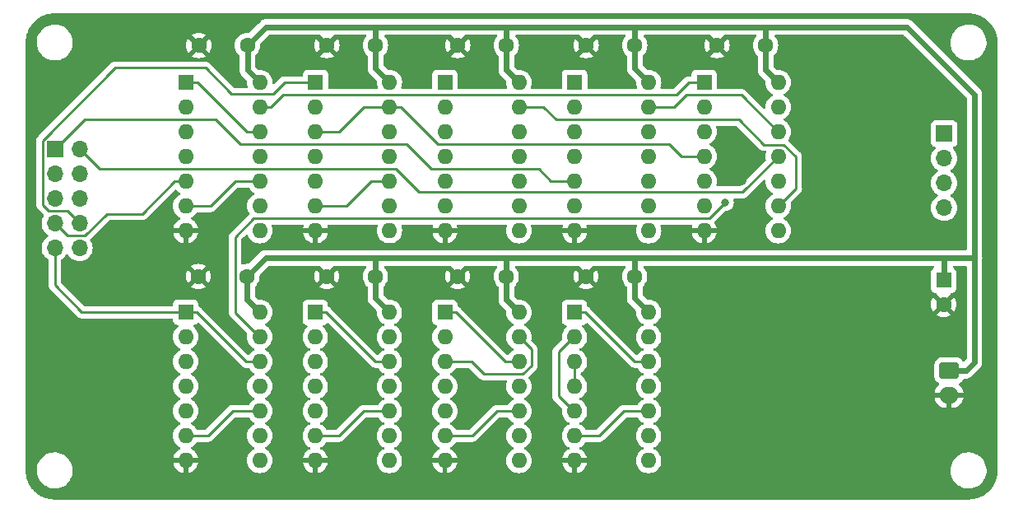
<source format=gbr>
%TF.GenerationSoftware,KiCad,Pcbnew,7.0.8*%
%TF.CreationDate,2024-08-21T13:00:36+09:00*%
%TF.ProjectId,adder,61646465-722e-46b6-9963-61645f706362,rev?*%
%TF.SameCoordinates,Original*%
%TF.FileFunction,Copper,L1,Top*%
%TF.FilePolarity,Positive*%
%FSLAX46Y46*%
G04 Gerber Fmt 4.6, Leading zero omitted, Abs format (unit mm)*
G04 Created by KiCad (PCBNEW 7.0.8) date 2024-08-21 13:00:36*
%MOMM*%
%LPD*%
G01*
G04 APERTURE LIST*
G04 Aperture macros list*
%AMRoundRect*
0 Rectangle with rounded corners*
0 $1 Rounding radius*
0 $2 $3 $4 $5 $6 $7 $8 $9 X,Y pos of 4 corners*
0 Add a 4 corners polygon primitive as box body*
4,1,4,$2,$3,$4,$5,$6,$7,$8,$9,$2,$3,0*
0 Add four circle primitives for the rounded corners*
1,1,$1+$1,$2,$3*
1,1,$1+$1,$4,$5*
1,1,$1+$1,$6,$7*
1,1,$1+$1,$8,$9*
0 Add four rect primitives between the rounded corners*
20,1,$1+$1,$2,$3,$4,$5,0*
20,1,$1+$1,$4,$5,$6,$7,0*
20,1,$1+$1,$6,$7,$8,$9,0*
20,1,$1+$1,$8,$9,$2,$3,0*%
G04 Aperture macros list end*
%TA.AperFunction,ComponentPad*%
%ADD10R,1.600000X1.600000*%
%TD*%
%TA.AperFunction,ComponentPad*%
%ADD11O,1.600000X1.600000*%
%TD*%
%TA.AperFunction,ComponentPad*%
%ADD12C,1.600000*%
%TD*%
%TA.AperFunction,ComponentPad*%
%ADD13R,1.700000X1.700000*%
%TD*%
%TA.AperFunction,ComponentPad*%
%ADD14O,1.700000X1.700000*%
%TD*%
%TA.AperFunction,ComponentPad*%
%ADD15RoundRect,0.250000X-0.750000X0.600000X-0.750000X-0.600000X0.750000X-0.600000X0.750000X0.600000X0*%
%TD*%
%TA.AperFunction,ComponentPad*%
%ADD16O,2.000000X1.700000*%
%TD*%
%TA.AperFunction,ViaPad*%
%ADD17C,0.800000*%
%TD*%
%TA.AperFunction,Conductor*%
%ADD18C,0.600000*%
%TD*%
%TA.AperFunction,Conductor*%
%ADD19C,0.250000*%
%TD*%
G04 APERTURE END LIST*
D10*
%TO.P,U4,1*%
%TO.N,Net-(U4-Pad1)*%
X106299000Y-62992000D03*
D11*
%TO.P,U4,2*%
%TO.N,Net-(U3-Pad8)*%
X106299000Y-65532000D03*
%TO.P,U4,3*%
%TO.N,Net-(U4-Pad13)*%
X106299000Y-68072000D03*
%TO.P,U4,4*%
X106299000Y-70612000D03*
%TO.P,U4,5*%
%TO.N,Net-(U3-Pad8)*%
X106299000Y-73152000D03*
%TO.P,U4,6*%
%TO.N,Net-(U4-Pad10)*%
X106299000Y-75692000D03*
%TO.P,U4,7,GND*%
%TO.N,GND*%
X106299000Y-78232000D03*
%TO.P,U4,8*%
%TO.N,/s_2*%
X113919000Y-78232000D03*
%TO.P,U4,9*%
%TO.N,Net-(U4-Pad11)*%
X113919000Y-75692000D03*
%TO.P,U4,10*%
%TO.N,Net-(U4-Pad10)*%
X113919000Y-73152000D03*
%TO.P,U4,11*%
%TO.N,Net-(U4-Pad11)*%
X113919000Y-70612000D03*
%TO.P,U4,12*%
%TO.N,Net-(U4-Pad1)*%
X113919000Y-68072000D03*
%TO.P,U4,13*%
%TO.N,Net-(U4-Pad13)*%
X113919000Y-65532000D03*
%TO.P,U4,14,VCC*%
%TO.N,VCC*%
X113919000Y-62992000D03*
%TD*%
D10*
%TO.P,U7,1*%
%TO.N,/b_4*%
X132979000Y-39365000D03*
D11*
%TO.P,U7,2*%
%TO.N,/a_4*%
X132979000Y-41905000D03*
%TO.P,U7,3*%
%TO.N,Net-(U7-Pad13)*%
X132979000Y-44445000D03*
%TO.P,U7,4*%
X132979000Y-46985000D03*
%TO.P,U7,5*%
%TO.N,/a_4*%
X132979000Y-49525000D03*
%TO.P,U7,6*%
%TO.N,Net-(U7-Pad10)*%
X132979000Y-52065000D03*
%TO.P,U7,7,GND*%
%TO.N,GND*%
X132979000Y-54605000D03*
%TO.P,U7,8*%
%TO.N,Net-(U7-Pad8)*%
X140599000Y-54605000D03*
%TO.P,U7,9*%
%TO.N,Net-(U7-Pad11)*%
X140599000Y-52065000D03*
%TO.P,U7,10*%
%TO.N,Net-(U7-Pad10)*%
X140599000Y-49525000D03*
%TO.P,U7,11*%
%TO.N,Net-(U7-Pad11)*%
X140599000Y-46985000D03*
%TO.P,U7,12*%
%TO.N,/b_4*%
X140599000Y-44445000D03*
%TO.P,U7,13*%
%TO.N,Net-(U7-Pad13)*%
X140599000Y-41905000D03*
%TO.P,U7,14,VCC*%
%TO.N,VCC*%
X140599000Y-39365000D03*
%TD*%
D10*
%TO.P,C10,1*%
%TO.N,VCC*%
X170942000Y-59690000D03*
D12*
%TO.P,C10,2*%
%TO.N,GND*%
X170942000Y-62190000D03*
%TD*%
%TO.P,C7,1*%
%TO.N,VCC*%
X139162000Y-35555000D03*
%TO.P,C7,2*%
%TO.N,GND*%
X134162000Y-35555000D03*
%TD*%
%TO.P,C6,1*%
%TO.N,VCC*%
X125944000Y-59309000D03*
%TO.P,C6,2*%
%TO.N,GND*%
X120944000Y-59309000D03*
%TD*%
D10*
%TO.P,U6,1*%
%TO.N,Net-(U6-Pad1)*%
X119634000Y-62992000D03*
D11*
%TO.P,U6,2*%
%TO.N,Net-(U5-Pad8)*%
X119634000Y-65532000D03*
%TO.P,U6,3*%
%TO.N,Net-(U6-Pad13)*%
X119634000Y-68072000D03*
%TO.P,U6,4*%
X119634000Y-70612000D03*
%TO.P,U6,5*%
%TO.N,Net-(U5-Pad8)*%
X119634000Y-73152000D03*
%TO.P,U6,6*%
%TO.N,Net-(U6-Pad10)*%
X119634000Y-75692000D03*
%TO.P,U6,7,GND*%
%TO.N,GND*%
X119634000Y-78232000D03*
%TO.P,U6,8*%
%TO.N,/s_3*%
X127254000Y-78232000D03*
%TO.P,U6,9*%
%TO.N,Net-(U6-Pad11)*%
X127254000Y-75692000D03*
%TO.P,U6,10*%
%TO.N,Net-(U6-Pad10)*%
X127254000Y-73152000D03*
%TO.P,U6,11*%
%TO.N,Net-(U6-Pad11)*%
X127254000Y-70612000D03*
%TO.P,U6,12*%
%TO.N,Net-(U6-Pad1)*%
X127254000Y-68072000D03*
%TO.P,U6,13*%
%TO.N,Net-(U6-Pad13)*%
X127254000Y-65532000D03*
%TO.P,U6,14,VCC*%
%TO.N,VCC*%
X127254000Y-62992000D03*
%TD*%
D10*
%TO.P,U5,1*%
%TO.N,/b_3*%
X119644000Y-39365000D03*
D11*
%TO.P,U5,2*%
%TO.N,/a_3*%
X119644000Y-41905000D03*
%TO.P,U5,3*%
%TO.N,Net-(U5-Pad13)*%
X119644000Y-44445000D03*
%TO.P,U5,4*%
X119644000Y-46985000D03*
%TO.P,U5,5*%
%TO.N,/a_3*%
X119644000Y-49525000D03*
%TO.P,U5,6*%
%TO.N,Net-(U5-Pad10)*%
X119644000Y-52065000D03*
%TO.P,U5,7,GND*%
%TO.N,GND*%
X119644000Y-54605000D03*
%TO.P,U5,8*%
%TO.N,Net-(U5-Pad8)*%
X127264000Y-54605000D03*
%TO.P,U5,9*%
%TO.N,Net-(U5-Pad11)*%
X127264000Y-52065000D03*
%TO.P,U5,10*%
%TO.N,Net-(U5-Pad10)*%
X127264000Y-49525000D03*
%TO.P,U5,11*%
%TO.N,Net-(U5-Pad11)*%
X127264000Y-46985000D03*
%TO.P,U5,12*%
%TO.N,/b_3*%
X127264000Y-44445000D03*
%TO.P,U5,13*%
%TO.N,Net-(U5-Pad13)*%
X127264000Y-41905000D03*
%TO.P,U5,14,VCC*%
%TO.N,VCC*%
X127264000Y-39365000D03*
%TD*%
D12*
%TO.P,C2,1*%
%TO.N,VCC*%
X99274000Y-59309000D03*
%TO.P,C2,2*%
%TO.N,GND*%
X94274000Y-59309000D03*
%TD*%
D13*
%TO.P,J3,1,Pin_1*%
%TO.N,/s_4*%
X171000000Y-44630000D03*
D14*
%TO.P,J3,2,Pin_2*%
%TO.N,/s_3*%
X171000000Y-47170000D03*
%TO.P,J3,3,Pin_3*%
%TO.N,/s_2*%
X171000000Y-49710000D03*
%TO.P,J3,4,Pin_4*%
%TO.N,/s_1*%
X171000000Y-52250000D03*
%TD*%
D10*
%TO.P,U3,1*%
%TO.N,/b_2*%
X106319000Y-39360000D03*
D11*
%TO.P,U3,2*%
%TO.N,/a_2*%
X106319000Y-41900000D03*
%TO.P,U3,3*%
%TO.N,Net-(U3-Pad13)*%
X106319000Y-44440000D03*
%TO.P,U3,4*%
X106319000Y-46980000D03*
%TO.P,U3,5*%
%TO.N,/a_2*%
X106319000Y-49520000D03*
%TO.P,U3,6*%
%TO.N,Net-(U3-Pad10)*%
X106319000Y-52060000D03*
%TO.P,U3,7,GND*%
%TO.N,GND*%
X106319000Y-54600000D03*
%TO.P,U3,8*%
%TO.N,Net-(U3-Pad8)*%
X113939000Y-54600000D03*
%TO.P,U3,9*%
%TO.N,Net-(U3-Pad11)*%
X113939000Y-52060000D03*
%TO.P,U3,10*%
%TO.N,Net-(U3-Pad10)*%
X113939000Y-49520000D03*
%TO.P,U3,11*%
%TO.N,Net-(U3-Pad11)*%
X113939000Y-46980000D03*
%TO.P,U3,12*%
%TO.N,/b_2*%
X113939000Y-44440000D03*
%TO.P,U3,13*%
%TO.N,Net-(U3-Pad13)*%
X113939000Y-41900000D03*
%TO.P,U3,14,VCC*%
%TO.N,VCC*%
X113939000Y-39360000D03*
%TD*%
D10*
%TO.P,U8,1*%
%TO.N,Net-(U8-Pad1)*%
X132969000Y-62992000D03*
D11*
%TO.P,U8,2*%
%TO.N,Net-(U7-Pad8)*%
X132969000Y-65532000D03*
%TO.P,U8,3*%
%TO.N,Net-(U8-Pad13)*%
X132969000Y-68072000D03*
%TO.P,U8,4*%
X132969000Y-70612000D03*
%TO.P,U8,5*%
%TO.N,Net-(U7-Pad8)*%
X132969000Y-73152000D03*
%TO.P,U8,6*%
%TO.N,Net-(U8-Pad10)*%
X132969000Y-75692000D03*
%TO.P,U8,7,GND*%
%TO.N,GND*%
X132969000Y-78232000D03*
%TO.P,U8,8*%
%TO.N,/s_4*%
X140589000Y-78232000D03*
%TO.P,U8,9*%
%TO.N,Net-(U8-Pad11)*%
X140589000Y-75692000D03*
%TO.P,U8,10*%
%TO.N,Net-(U8-Pad10)*%
X140589000Y-73152000D03*
%TO.P,U8,11*%
%TO.N,Net-(U8-Pad11)*%
X140589000Y-70612000D03*
%TO.P,U8,12*%
%TO.N,Net-(U8-Pad1)*%
X140589000Y-68072000D03*
%TO.P,U8,13*%
%TO.N,Net-(U8-Pad13)*%
X140589000Y-65532000D03*
%TO.P,U8,14,VCC*%
%TO.N,VCC*%
X140589000Y-62992000D03*
%TD*%
D12*
%TO.P,C8,1*%
%TO.N,VCC*%
X139152000Y-59309000D03*
%TO.P,C8,2*%
%TO.N,GND*%
X134152000Y-59309000D03*
%TD*%
D10*
%TO.P,U2,1*%
%TO.N,/c_in*%
X92974000Y-62987000D03*
D11*
%TO.P,U2,2*%
%TO.N,Net-(U1-Pad8)*%
X92974000Y-65527000D03*
%TO.P,U2,3*%
%TO.N,Net-(U2-Pad13)*%
X92974000Y-68067000D03*
%TO.P,U2,4*%
X92974000Y-70607000D03*
%TO.P,U2,5*%
%TO.N,Net-(U1-Pad8)*%
X92974000Y-73147000D03*
%TO.P,U2,6*%
%TO.N,Net-(U2-Pad10)*%
X92974000Y-75687000D03*
%TO.P,U2,7,GND*%
%TO.N,GND*%
X92974000Y-78227000D03*
%TO.P,U2,8*%
%TO.N,/s_1*%
X100594000Y-78227000D03*
%TO.P,U2,9*%
%TO.N,Net-(U2-Pad11)*%
X100594000Y-75687000D03*
%TO.P,U2,10*%
%TO.N,Net-(U2-Pad10)*%
X100594000Y-73147000D03*
%TO.P,U2,11*%
%TO.N,Net-(U2-Pad11)*%
X100594000Y-70607000D03*
%TO.P,U2,12*%
%TO.N,/c_in*%
X100594000Y-68067000D03*
%TO.P,U2,13*%
%TO.N,Net-(U2-Pad13)*%
X100594000Y-65527000D03*
%TO.P,U2,14,VCC*%
%TO.N,VCC*%
X100594000Y-62987000D03*
%TD*%
D12*
%TO.P,C5,1*%
%TO.N,VCC*%
X125954000Y-35555000D03*
%TO.P,C5,2*%
%TO.N,GND*%
X120954000Y-35555000D03*
%TD*%
D10*
%TO.P,U9,1*%
%TO.N,Net-(U1-Pad13)*%
X146314000Y-39365000D03*
D11*
%TO.P,U9,2*%
%TO.N,Net-(U2-Pad13)*%
X146314000Y-41905000D03*
%TO.P,U9,3*%
%TO.N,Net-(U4-Pad1)*%
X146314000Y-44445000D03*
%TO.P,U9,4*%
%TO.N,Net-(U3-Pad13)*%
X146314000Y-46985000D03*
%TO.P,U9,5*%
%TO.N,Net-(U4-Pad13)*%
X146314000Y-49525000D03*
%TO.P,U9,6*%
%TO.N,Net-(U6-Pad1)*%
X146314000Y-52065000D03*
%TO.P,U9,7,GND*%
%TO.N,GND*%
X146314000Y-54605000D03*
%TO.P,U9,8*%
%TO.N,Net-(U8-Pad1)*%
X153934000Y-54605000D03*
%TO.P,U9,9*%
%TO.N,Net-(U5-Pad13)*%
X153934000Y-52065000D03*
%TO.P,U9,10*%
%TO.N,Net-(U6-Pad13)*%
X153934000Y-49525000D03*
%TO.P,U9,11*%
%TO.N,/c_out*%
X153934000Y-46985000D03*
%TO.P,U9,12*%
%TO.N,Net-(U7-Pad13)*%
X153934000Y-44445000D03*
%TO.P,U9,13*%
%TO.N,Net-(U8-Pad13)*%
X153934000Y-41905000D03*
%TO.P,U9,14,VCC*%
%TO.N,VCC*%
X153934000Y-39365000D03*
%TD*%
D12*
%TO.P,C9,1*%
%TO.N,VCC*%
X152624000Y-35555000D03*
%TO.P,C9,2*%
%TO.N,GND*%
X147624000Y-35555000D03*
%TD*%
%TO.P,C4,1*%
%TO.N,VCC*%
X112482000Y-59309000D03*
%TO.P,C4,2*%
%TO.N,GND*%
X107482000Y-59309000D03*
%TD*%
%TO.P,C1,1*%
%TO.N,VCC*%
X99324000Y-35555000D03*
%TO.P,C1,2*%
%TO.N,GND*%
X94324000Y-35555000D03*
%TD*%
D10*
%TO.P,U1,1*%
%TO.N,/b_1*%
X92974000Y-39365000D03*
D11*
%TO.P,U1,2*%
%TO.N,/a_1*%
X92974000Y-41905000D03*
%TO.P,U1,3*%
%TO.N,Net-(U1-Pad13)*%
X92974000Y-44445000D03*
%TO.P,U1,4*%
X92974000Y-46985000D03*
%TO.P,U1,5*%
%TO.N,/a_1*%
X92974000Y-49525000D03*
%TO.P,U1,6*%
%TO.N,Net-(U1-Pad10)*%
X92974000Y-52065000D03*
%TO.P,U1,7,GND*%
%TO.N,GND*%
X92974000Y-54605000D03*
%TO.P,U1,8*%
%TO.N,Net-(U1-Pad8)*%
X100594000Y-54605000D03*
%TO.P,U1,9*%
%TO.N,Net-(U1-Pad11)*%
X100594000Y-52065000D03*
%TO.P,U1,10*%
%TO.N,Net-(U1-Pad10)*%
X100594000Y-49525000D03*
%TO.P,U1,11*%
%TO.N,Net-(U1-Pad11)*%
X100594000Y-46985000D03*
%TO.P,U1,12*%
%TO.N,/b_1*%
X100594000Y-44445000D03*
%TO.P,U1,13*%
%TO.N,Net-(U1-Pad13)*%
X100594000Y-41905000D03*
%TO.P,U1,14,VCC*%
%TO.N,VCC*%
X100594000Y-39365000D03*
%TD*%
D13*
%TO.P,J1,1,Pin_1*%
%TO.N,/a_4*%
X79502000Y-46228000D03*
D14*
%TO.P,J1,2,Pin_2*%
%TO.N,/c_out*%
X82042000Y-46228000D03*
%TO.P,J1,3,Pin_3*%
%TO.N,/a_3*%
X79502000Y-48768000D03*
%TO.P,J1,4,Pin_4*%
%TO.N,/b_4*%
X82042000Y-48768000D03*
%TO.P,J1,5,Pin_5*%
%TO.N,/a_2*%
X79502000Y-51308000D03*
%TO.P,J1,6,Pin_6*%
%TO.N,/b_3*%
X82042000Y-51308000D03*
%TO.P,J1,7,Pin_7*%
%TO.N,/a_1*%
X79502000Y-53848000D03*
%TO.P,J1,8,Pin_8*%
%TO.N,/b_2*%
X82042000Y-53848000D03*
%TO.P,J1,9,Pin_9*%
%TO.N,/c_in*%
X79502000Y-56388000D03*
%TO.P,J1,10,Pin_10*%
%TO.N,/b_1*%
X82042000Y-56388000D03*
%TD*%
D15*
%TO.P,J2,1,Pin_1*%
%TO.N,VCC*%
X171500000Y-69000000D03*
D16*
%TO.P,J2,2,Pin_2*%
%TO.N,GND*%
X171500000Y-71500000D03*
%TD*%
D12*
%TO.P,C3,1*%
%TO.N,VCC*%
X112492000Y-35555000D03*
%TO.P,C3,2*%
%TO.N,GND*%
X107492000Y-35555000D03*
%TD*%
D17*
%TO.N,GND*%
X77500000Y-39250000D03*
X83500000Y-33250000D03*
X96774000Y-76962000D03*
X83750000Y-81250000D03*
X110250000Y-70750000D03*
X102108000Y-60198000D03*
X87630000Y-59944000D03*
X87503000Y-67691000D03*
X124500000Y-71000000D03*
X117500000Y-72000000D03*
X175500000Y-75500000D03*
X123444000Y-76962000D03*
X146558000Y-67310000D03*
X175500000Y-39000000D03*
X123500000Y-64000000D03*
X138500000Y-72000000D03*
X154432000Y-59436000D03*
X169500000Y-33750000D03*
X169500000Y-81250000D03*
X168000000Y-45500000D03*
X95500000Y-66500000D03*
X136906000Y-76962000D03*
X161250000Y-39750000D03*
X109982000Y-76962000D03*
X158242000Y-55118000D03*
X96750000Y-55000000D03*
X150241000Y-49530000D03*
X77500000Y-74750000D03*
%TO.N,Net-(U2-Pad13)*%
X148463000Y-51689000D03*
%TD*%
D18*
%TO.N,VCC*%
X112500000Y-33655000D02*
X126000000Y-33655000D01*
X173250000Y-69000000D02*
X171500000Y-69000000D01*
X125944000Y-61682000D02*
X127254000Y-62992000D01*
X167155000Y-33655000D02*
X174117000Y-40617000D01*
X112500000Y-57400000D02*
X125900000Y-57400000D01*
X99274000Y-59309000D02*
X101183000Y-57400000D01*
X139162000Y-37928000D02*
X140599000Y-39365000D01*
X139162000Y-33685000D02*
X139192000Y-33655000D01*
X139162000Y-35555000D02*
X139162000Y-37928000D01*
X139100000Y-57400000D02*
X162750000Y-57400000D01*
X139162000Y-35555000D02*
X139162000Y-33685000D01*
X174117000Y-68133000D02*
X173250000Y-69000000D01*
X139192000Y-33655000D02*
X140238000Y-33655000D01*
X125944000Y-59309000D02*
X125944000Y-57444000D01*
X125944000Y-57444000D02*
X125900000Y-57400000D01*
X125900000Y-57400000D02*
X139100000Y-57400000D01*
X152624000Y-38055000D02*
X153934000Y-39365000D01*
X152624000Y-35555000D02*
X152624000Y-38055000D01*
X112492000Y-35555000D02*
X112492000Y-33663000D01*
X99324000Y-38095000D02*
X100594000Y-39365000D01*
X99274000Y-59309000D02*
X99274000Y-61667000D01*
X112482000Y-59309000D02*
X112482000Y-57418000D01*
X152624000Y-33679000D02*
X152600000Y-33655000D01*
X174117000Y-57400000D02*
X174117000Y-62750000D01*
X112492000Y-35555000D02*
X112492000Y-37913000D01*
X139152000Y-59309000D02*
X139152000Y-61555000D01*
X125954000Y-38055000D02*
X127264000Y-39365000D01*
X112482000Y-59309000D02*
X112482000Y-61555000D01*
X125944000Y-59309000D02*
X125944000Y-61682000D01*
X125954000Y-33701000D02*
X126000000Y-33655000D01*
X112492000Y-37913000D02*
X113939000Y-39360000D01*
X125954000Y-35555000D02*
X125954000Y-38055000D01*
X99274000Y-61667000D02*
X100594000Y-62987000D01*
X99324000Y-35555000D02*
X101224000Y-33655000D01*
X140238000Y-33655000D02*
X152600000Y-33655000D01*
X101224000Y-33655000D02*
X112500000Y-33655000D01*
X112482000Y-61555000D02*
X113919000Y-62992000D01*
X152600000Y-33655000D02*
X167155000Y-33655000D01*
X174117000Y-62750000D02*
X174117000Y-68133000D01*
X152624000Y-35555000D02*
X152624000Y-33679000D01*
X126000000Y-33655000D02*
X139192000Y-33655000D01*
X101183000Y-57400000D02*
X112500000Y-57400000D01*
X99324000Y-35555000D02*
X99324000Y-38095000D01*
X139152000Y-59309000D02*
X139152000Y-57452000D01*
X125954000Y-35555000D02*
X125954000Y-33701000D01*
X170942000Y-57400000D02*
X170942000Y-59690000D01*
X112482000Y-57418000D02*
X112500000Y-57400000D01*
X162750000Y-57400000D02*
X170942000Y-57400000D01*
X139152000Y-61555000D02*
X140589000Y-62992000D01*
X139152000Y-57452000D02*
X139100000Y-57400000D01*
X112492000Y-33663000D02*
X112500000Y-33655000D01*
X170942000Y-57400000D02*
X174117000Y-57400000D01*
X174117000Y-40617000D02*
X174117000Y-57400000D01*
D19*
%TO.N,/a_4*%
X132979000Y-49525000D02*
X130551000Y-49525000D01*
X130551000Y-49525000D02*
X129286000Y-48260000D01*
X96012000Y-43180000D02*
X82550000Y-43180000D01*
X82550000Y-43180000D02*
X79502000Y-46228000D01*
X118237000Y-48260000D02*
X115697000Y-45720000D01*
X115697000Y-45720000D02*
X98552000Y-45720000D01*
X98552000Y-45720000D02*
X96012000Y-43180000D01*
X129286000Y-48260000D02*
X118237000Y-48260000D01*
%TO.N,/a_2*%
X79502000Y-51308000D02*
X78740000Y-51308000D01*
%TO.N,/a_1*%
X84864366Y-52885000D02*
X82631366Y-55118000D01*
X91847100Y-49525000D02*
X88487100Y-52885000D01*
X80772000Y-55118000D02*
X79502000Y-53848000D01*
X82631366Y-55118000D02*
X80772000Y-55118000D01*
X92974000Y-49525000D02*
X91847100Y-49525000D01*
X88487100Y-52885000D02*
X84864366Y-52885000D01*
%TO.N,/c_in*%
X94100900Y-62987000D02*
X99180900Y-68067000D01*
X92974000Y-62987000D02*
X82291000Y-62987000D01*
X99180900Y-68067000D02*
X100594000Y-68067000D01*
X92974000Y-62987000D02*
X94100900Y-62987000D01*
X79502000Y-60198000D02*
X79502000Y-56388000D01*
X82291000Y-62987000D02*
X79502000Y-60198000D01*
%TO.N,/b_1*%
X92974000Y-39365000D02*
X94164950Y-39365000D01*
X94164950Y-39365000D02*
X99244950Y-44445000D01*
X99244950Y-44445000D02*
X100594000Y-44445000D01*
%TO.N,/b_2*%
X97688700Y-40538700D02*
X101956500Y-40538700D01*
X78867000Y-52578000D02*
X78232000Y-51943000D01*
X80772000Y-52578000D02*
X78867000Y-52578000D01*
X82042000Y-53848000D02*
X80772000Y-52578000D01*
X103135200Y-39360000D02*
X106319000Y-39360000D01*
X101956500Y-40538700D02*
X103135200Y-39360000D01*
X78232000Y-45335300D02*
X85721300Y-37846000D01*
X78232000Y-51943000D02*
X78232000Y-45335300D01*
X85721300Y-37846000D02*
X94996000Y-37846000D01*
X94996000Y-37846000D02*
X97688700Y-40538700D01*
%TO.N,/c_out*%
X84074000Y-48260000D02*
X82042000Y-46228000D01*
X114552878Y-48260000D02*
X84074000Y-48260000D01*
X153934000Y-46985000D02*
X150269000Y-50650000D01*
X150269000Y-50650000D02*
X116942878Y-50650000D01*
X116942878Y-50650000D02*
X114552878Y-48260000D01*
%TO.N,Net-(U1-Pad13)*%
X143462000Y-40635000D02*
X144732000Y-39365000D01*
X101721000Y-41905000D02*
X102991000Y-40635000D01*
X144732000Y-39365000D02*
X146314000Y-39365000D01*
X100594000Y-41905000D02*
X101721000Y-41905000D01*
X102991000Y-40635000D02*
X143462000Y-40635000D01*
%TO.N,Net-(U1-Pad10)*%
X98049000Y-49525000D02*
X100594000Y-49525000D01*
X95509000Y-52065000D02*
X98049000Y-49525000D01*
X92974000Y-52065000D02*
X95509000Y-52065000D01*
%TO.N,Net-(U2-Pad13)*%
X148463000Y-51689000D02*
X146812000Y-53340000D01*
X146812000Y-53340000D02*
X99949000Y-53340000D01*
X98044000Y-63044000D02*
X100527000Y-65527000D01*
X98044000Y-55245000D02*
X98044000Y-63044000D01*
X99949000Y-53340000D02*
X98044000Y-55245000D01*
X100527000Y-65527000D02*
X100594000Y-65527000D01*
%TO.N,Net-(U2-Pad10)*%
X97795000Y-73147000D02*
X100594000Y-73147000D01*
X95255000Y-75687000D02*
X97795000Y-73147000D01*
X92974000Y-75687000D02*
X95255000Y-75687000D01*
%TO.N,Net-(U3-Pad13)*%
X113939000Y-41900000D02*
X111262000Y-41900000D01*
X118881000Y-45715000D02*
X142743000Y-45715000D01*
X144013000Y-46985000D02*
X146314000Y-46985000D01*
X108722000Y-44440000D02*
X106319000Y-44440000D01*
X113939000Y-41900000D02*
X115066000Y-41900000D01*
X142743000Y-45715000D02*
X144013000Y-46985000D01*
X115066000Y-41900000D02*
X118881000Y-45715000D01*
X111262000Y-41900000D02*
X108722000Y-44440000D01*
%TO.N,Net-(U3-Pad10)*%
X113939000Y-49520000D02*
X112024000Y-49520000D01*
X112024000Y-49520000D02*
X109484000Y-52060000D01*
X109484000Y-52060000D02*
X106319000Y-52060000D01*
%TO.N,Net-(U4-Pad1)*%
X107426000Y-62992000D02*
X112506000Y-68072000D01*
X112506000Y-68072000D02*
X113919000Y-68072000D01*
X106299000Y-62992000D02*
X107426000Y-62992000D01*
%TO.N,Net-(U4-Pad10)*%
X108712000Y-75692000D02*
X111252000Y-73152000D01*
X111252000Y-73152000D02*
X113919000Y-73152000D01*
X106299000Y-75692000D02*
X108712000Y-75692000D01*
%TO.N,Net-(U5-Pad13)*%
X152430000Y-45750000D02*
X149860000Y-43180000D01*
X129789000Y-41905000D02*
X127264000Y-41905000D01*
X131064000Y-43180000D02*
X129789000Y-41905000D01*
X149860000Y-43180000D02*
X131064000Y-43180000D01*
X155750000Y-47000000D02*
X154500000Y-45750000D01*
X155750000Y-50250000D02*
X155750000Y-47000000D01*
X155749000Y-50250000D02*
X155750000Y-50250000D01*
X153934000Y-52065000D02*
X155749000Y-50250000D01*
X154500000Y-45750000D02*
X152430000Y-45750000D01*
%TO.N,Net-(U6-Pad1)*%
X119634000Y-62992000D02*
X120761000Y-62992000D01*
X120761000Y-62992000D02*
X125841000Y-68072000D01*
X125841000Y-68072000D02*
X127254000Y-68072000D01*
%TO.N,Net-(U6-Pad13)*%
X127664939Y-69342000D02*
X128524000Y-68482939D01*
X128524000Y-68482939D02*
X128524000Y-66802000D01*
X122356500Y-68072000D02*
X123626500Y-69342000D01*
X123626500Y-69342000D02*
X127664939Y-69342000D01*
X128524000Y-66802000D02*
X127254000Y-65532000D01*
X119634000Y-68072000D02*
X122356500Y-68072000D01*
%TO.N,Net-(U6-Pad10)*%
X124968000Y-73152000D02*
X127254000Y-73152000D01*
X122428000Y-75692000D02*
X124968000Y-73152000D01*
X119634000Y-75692000D02*
X122428000Y-75692000D01*
%TO.N,Net-(U7-Pad13)*%
X143250000Y-41905000D02*
X144515000Y-40640000D01*
X140599000Y-41905000D02*
X143250000Y-41905000D01*
X144515000Y-40640000D02*
X150114000Y-40640000D01*
X150114000Y-40640000D02*
X153919000Y-44445000D01*
X153919000Y-44445000D02*
X153934000Y-44445000D01*
%TO.N,Net-(U7-Pad8)*%
X131318000Y-67056000D02*
X132842000Y-65532000D01*
X132842000Y-65532000D02*
X132969000Y-65532000D01*
X131318000Y-71628000D02*
X131318000Y-67056000D01*
X132969000Y-73152000D02*
X132842000Y-73152000D01*
X132842000Y-73152000D02*
X131318000Y-71628000D01*
%TO.N,Net-(U8-Pad1)*%
X132969000Y-62992000D02*
X134096000Y-62992000D01*
X139176000Y-68072000D02*
X140589000Y-68072000D01*
X134096000Y-62992000D02*
X139176000Y-68072000D01*
%TO.N,Net-(U8-Pad13)*%
X132969000Y-68072000D02*
X132969000Y-70612000D01*
%TO.N,Net-(U8-Pad10)*%
X132969000Y-75692000D02*
X135509000Y-75692000D01*
X135509000Y-75692000D02*
X138049000Y-73152000D01*
X138049000Y-73152000D02*
X140589000Y-73152000D01*
%TD*%
%TA.AperFunction,Conductor*%
%TO.N,GND*%
G36*
X107661511Y-64112101D02*
G01*
X107661513Y-64112103D01*
X112005197Y-68455788D01*
X112015022Y-68468051D01*
X112015243Y-68467869D01*
X112020214Y-68473878D01*
X112046217Y-68498295D01*
X112070635Y-68521226D01*
X112091529Y-68542120D01*
X112097011Y-68546373D01*
X112101443Y-68550157D01*
X112135418Y-68582062D01*
X112152976Y-68591714D01*
X112169233Y-68602393D01*
X112185064Y-68614673D01*
X112204737Y-68623186D01*
X112227833Y-68633182D01*
X112233077Y-68635750D01*
X112273908Y-68658197D01*
X112283284Y-68660604D01*
X112293305Y-68663177D01*
X112311719Y-68669481D01*
X112330104Y-68677438D01*
X112376157Y-68684732D01*
X112381826Y-68685906D01*
X112426981Y-68697500D01*
X112447016Y-68697500D01*
X112466413Y-68699026D01*
X112486196Y-68702160D01*
X112532584Y-68697775D01*
X112538422Y-68697500D01*
X112704812Y-68697500D01*
X112771851Y-68717185D01*
X112806387Y-68750377D01*
X112918954Y-68911141D01*
X113079858Y-69072045D01*
X113079861Y-69072047D01*
X113266266Y-69202568D01*
X113324275Y-69229618D01*
X113376714Y-69275791D01*
X113395866Y-69342984D01*
X113375650Y-69409865D01*
X113324275Y-69454382D01*
X113266267Y-69481431D01*
X113266265Y-69481432D01*
X113079858Y-69611954D01*
X112918954Y-69772858D01*
X112788432Y-69959265D01*
X112788431Y-69959267D01*
X112692261Y-70165502D01*
X112692258Y-70165511D01*
X112633366Y-70385302D01*
X112633364Y-70385313D01*
X112613532Y-70611998D01*
X112613532Y-70612001D01*
X112633364Y-70838686D01*
X112633366Y-70838697D01*
X112692258Y-71058488D01*
X112692261Y-71058497D01*
X112788431Y-71264732D01*
X112788432Y-71264734D01*
X112918954Y-71451141D01*
X113079858Y-71612045D01*
X113079861Y-71612047D01*
X113266266Y-71742568D01*
X113324275Y-71769618D01*
X113376714Y-71815791D01*
X113395866Y-71882984D01*
X113375650Y-71949865D01*
X113324275Y-71994382D01*
X113266267Y-72021431D01*
X113266265Y-72021432D01*
X113079858Y-72151954D01*
X112918954Y-72312858D01*
X112806387Y-72473623D01*
X112751811Y-72517248D01*
X112704812Y-72526500D01*
X111334737Y-72526500D01*
X111319120Y-72524776D01*
X111319093Y-72525062D01*
X111311331Y-72524327D01*
X111242203Y-72526500D01*
X111212650Y-72526500D01*
X111211929Y-72526590D01*
X111205757Y-72527369D01*
X111199945Y-72527826D01*
X111153372Y-72529290D01*
X111153369Y-72529291D01*
X111134126Y-72534881D01*
X111115083Y-72538825D01*
X111095204Y-72541336D01*
X111095203Y-72541337D01*
X111051878Y-72558490D01*
X111046352Y-72560382D01*
X111001608Y-72573383D01*
X111001604Y-72573385D01*
X110984365Y-72583580D01*
X110966898Y-72592137D01*
X110948269Y-72599512D01*
X110948267Y-72599513D01*
X110910564Y-72626906D01*
X110905682Y-72630112D01*
X110865580Y-72653828D01*
X110851408Y-72668000D01*
X110836623Y-72680628D01*
X110820412Y-72692407D01*
X110790709Y-72728310D01*
X110786777Y-72732631D01*
X108489228Y-75030181D01*
X108427905Y-75063666D01*
X108401547Y-75066500D01*
X107513188Y-75066500D01*
X107446149Y-75046815D01*
X107411613Y-75013623D01*
X107299045Y-74852858D01*
X107138141Y-74691954D01*
X106951734Y-74561432D01*
X106951728Y-74561429D01*
X106893725Y-74534382D01*
X106841285Y-74488210D01*
X106822133Y-74421017D01*
X106842348Y-74354135D01*
X106893725Y-74309618D01*
X106951734Y-74282568D01*
X107138139Y-74152047D01*
X107299047Y-73991139D01*
X107429568Y-73804734D01*
X107525739Y-73598496D01*
X107584635Y-73378692D01*
X107604468Y-73152000D01*
X107604030Y-73146998D01*
X107584635Y-72925313D01*
X107584635Y-72925308D01*
X107525739Y-72705504D01*
X107429568Y-72499266D01*
X107299047Y-72312861D01*
X107299045Y-72312858D01*
X107138141Y-72151954D01*
X106951734Y-72021432D01*
X106951728Y-72021429D01*
X106893725Y-71994382D01*
X106841285Y-71948210D01*
X106822133Y-71881017D01*
X106842348Y-71814135D01*
X106893725Y-71769618D01*
X106951734Y-71742568D01*
X107138139Y-71612047D01*
X107299047Y-71451139D01*
X107429568Y-71264734D01*
X107525739Y-71058496D01*
X107584635Y-70838692D01*
X107604468Y-70612000D01*
X107604030Y-70606998D01*
X107593065Y-70481668D01*
X107584635Y-70385308D01*
X107525739Y-70165504D01*
X107429568Y-69959266D01*
X107299047Y-69772861D01*
X107299045Y-69772858D01*
X107138141Y-69611954D01*
X106951734Y-69481432D01*
X106951728Y-69481429D01*
X106893725Y-69454382D01*
X106841285Y-69408210D01*
X106822133Y-69341017D01*
X106842348Y-69274135D01*
X106893725Y-69229618D01*
X106951734Y-69202568D01*
X107138139Y-69072047D01*
X107299047Y-68911139D01*
X107429568Y-68724734D01*
X107525739Y-68518496D01*
X107584635Y-68298692D01*
X107604468Y-68072000D01*
X107604030Y-68066998D01*
X107584635Y-67845313D01*
X107584635Y-67845308D01*
X107525739Y-67625504D01*
X107429568Y-67419266D01*
X107299047Y-67232861D01*
X107299045Y-67232858D01*
X107138141Y-67071954D01*
X106951734Y-66941432D01*
X106951728Y-66941429D01*
X106924038Y-66928517D01*
X106893724Y-66914381D01*
X106841285Y-66868210D01*
X106822133Y-66801017D01*
X106842348Y-66734135D01*
X106893725Y-66689618D01*
X106951734Y-66662568D01*
X107138139Y-66532047D01*
X107299047Y-66371139D01*
X107429568Y-66184734D01*
X107525739Y-65978496D01*
X107584635Y-65758692D01*
X107604468Y-65532000D01*
X107604030Y-65526998D01*
X107584635Y-65305313D01*
X107584635Y-65305308D01*
X107525739Y-65085504D01*
X107429568Y-64879266D01*
X107299047Y-64692861D01*
X107299045Y-64692858D01*
X107138143Y-64531956D01*
X107130999Y-64526954D01*
X107113535Y-64514725D01*
X107069912Y-64460149D01*
X107062719Y-64390650D01*
X107094241Y-64328296D01*
X107154471Y-64292882D01*
X107171404Y-64289861D01*
X107206483Y-64286091D01*
X107341331Y-64235796D01*
X107456546Y-64149546D01*
X107474567Y-64125472D01*
X107530496Y-64083603D01*
X107600187Y-64078617D01*
X107661511Y-64112101D01*
G37*
%TD.AperFunction*%
%TA.AperFunction,Conductor*%
G36*
X122113087Y-68717185D02*
G01*
X122133728Y-68733818D01*
X122639099Y-69239190D01*
X123125697Y-69725788D01*
X123135522Y-69738051D01*
X123135743Y-69737869D01*
X123140714Y-69743878D01*
X123158266Y-69760360D01*
X123191135Y-69791226D01*
X123212029Y-69812120D01*
X123217511Y-69816373D01*
X123221943Y-69820157D01*
X123255918Y-69852062D01*
X123273476Y-69861714D01*
X123289735Y-69872395D01*
X123305564Y-69884673D01*
X123348338Y-69903182D01*
X123353556Y-69905738D01*
X123394408Y-69928197D01*
X123413816Y-69933180D01*
X123432217Y-69939480D01*
X123450604Y-69947437D01*
X123493715Y-69954265D01*
X123496619Y-69954725D01*
X123502339Y-69955909D01*
X123547481Y-69967500D01*
X123567516Y-69967500D01*
X123586914Y-69969026D01*
X123606694Y-69972159D01*
X123606695Y-69972160D01*
X123606695Y-69972159D01*
X123606696Y-69972160D01*
X123653084Y-69967775D01*
X123658922Y-69967500D01*
X125924951Y-69967500D01*
X125991990Y-69987185D01*
X126037745Y-70039989D01*
X126047689Y-70109147D01*
X126037333Y-70143903D01*
X126029593Y-70160504D01*
X126027262Y-70165502D01*
X126027258Y-70165511D01*
X125968366Y-70385302D01*
X125968364Y-70385313D01*
X125948532Y-70611998D01*
X125948532Y-70612001D01*
X125968364Y-70838686D01*
X125968366Y-70838697D01*
X126027258Y-71058488D01*
X126027261Y-71058497D01*
X126123431Y-71264732D01*
X126123432Y-71264734D01*
X126253954Y-71451141D01*
X126414858Y-71612045D01*
X126414861Y-71612047D01*
X126601266Y-71742568D01*
X126659275Y-71769618D01*
X126711714Y-71815791D01*
X126730866Y-71882984D01*
X126710650Y-71949865D01*
X126659275Y-71994382D01*
X126601267Y-72021431D01*
X126601265Y-72021432D01*
X126414858Y-72151954D01*
X126253954Y-72312858D01*
X126141387Y-72473623D01*
X126086811Y-72517248D01*
X126039812Y-72526500D01*
X125050737Y-72526500D01*
X125035120Y-72524776D01*
X125035093Y-72525062D01*
X125027331Y-72524327D01*
X124958203Y-72526500D01*
X124928650Y-72526500D01*
X124927929Y-72526590D01*
X124921757Y-72527369D01*
X124915945Y-72527826D01*
X124869372Y-72529290D01*
X124869369Y-72529291D01*
X124850126Y-72534881D01*
X124831083Y-72538825D01*
X124811204Y-72541336D01*
X124811203Y-72541337D01*
X124767878Y-72558490D01*
X124762352Y-72560382D01*
X124717608Y-72573383D01*
X124717604Y-72573385D01*
X124700365Y-72583580D01*
X124682898Y-72592137D01*
X124664269Y-72599512D01*
X124664267Y-72599513D01*
X124626564Y-72626906D01*
X124621682Y-72630112D01*
X124581580Y-72653828D01*
X124567408Y-72668000D01*
X124552623Y-72680628D01*
X124536412Y-72692407D01*
X124506709Y-72728310D01*
X124502777Y-72732631D01*
X122205228Y-75030181D01*
X122143905Y-75063666D01*
X122117547Y-75066500D01*
X120848188Y-75066500D01*
X120781149Y-75046815D01*
X120746613Y-75013623D01*
X120634045Y-74852858D01*
X120473141Y-74691954D01*
X120286734Y-74561432D01*
X120286728Y-74561429D01*
X120228725Y-74534382D01*
X120176285Y-74488210D01*
X120157133Y-74421017D01*
X120177348Y-74354135D01*
X120228725Y-74309618D01*
X120286734Y-74282568D01*
X120473139Y-74152047D01*
X120634047Y-73991139D01*
X120764568Y-73804734D01*
X120860739Y-73598496D01*
X120919635Y-73378692D01*
X120939468Y-73152000D01*
X120939030Y-73146998D01*
X120919635Y-72925313D01*
X120919635Y-72925308D01*
X120860739Y-72705504D01*
X120764568Y-72499266D01*
X120634047Y-72312861D01*
X120634045Y-72312858D01*
X120473141Y-72151954D01*
X120286734Y-72021432D01*
X120286728Y-72021429D01*
X120228725Y-71994382D01*
X120176285Y-71948210D01*
X120157133Y-71881017D01*
X120177348Y-71814135D01*
X120228725Y-71769618D01*
X120286734Y-71742568D01*
X120473139Y-71612047D01*
X120634047Y-71451139D01*
X120764568Y-71264734D01*
X120860739Y-71058496D01*
X120919635Y-70838692D01*
X120939468Y-70612000D01*
X120939030Y-70606998D01*
X120928065Y-70481668D01*
X120919635Y-70385308D01*
X120860739Y-70165504D01*
X120764568Y-69959266D01*
X120634047Y-69772861D01*
X120634045Y-69772858D01*
X120473141Y-69611954D01*
X120286734Y-69481432D01*
X120286728Y-69481429D01*
X120228725Y-69454382D01*
X120176285Y-69408210D01*
X120157133Y-69341017D01*
X120177348Y-69274135D01*
X120228725Y-69229618D01*
X120286734Y-69202568D01*
X120473139Y-69072047D01*
X120634047Y-68911139D01*
X120740982Y-68758419D01*
X120746613Y-68750377D01*
X120801189Y-68706752D01*
X120848188Y-68697500D01*
X122046048Y-68697500D01*
X122113087Y-68717185D01*
G37*
%TD.AperFunction*%
%TA.AperFunction,Conductor*%
G36*
X134331511Y-64112101D02*
G01*
X134331513Y-64112103D01*
X138675197Y-68455788D01*
X138685022Y-68468051D01*
X138685243Y-68467869D01*
X138690214Y-68473878D01*
X138716217Y-68498295D01*
X138740635Y-68521226D01*
X138761529Y-68542120D01*
X138767011Y-68546373D01*
X138771443Y-68550157D01*
X138805418Y-68582062D01*
X138822976Y-68591714D01*
X138839233Y-68602393D01*
X138855064Y-68614673D01*
X138874737Y-68623186D01*
X138897833Y-68633182D01*
X138903077Y-68635750D01*
X138943908Y-68658197D01*
X138953284Y-68660604D01*
X138963305Y-68663177D01*
X138981719Y-68669481D01*
X139000104Y-68677438D01*
X139046157Y-68684732D01*
X139051826Y-68685906D01*
X139096981Y-68697500D01*
X139117016Y-68697500D01*
X139136413Y-68699026D01*
X139156196Y-68702160D01*
X139202584Y-68697775D01*
X139208422Y-68697500D01*
X139374812Y-68697500D01*
X139441851Y-68717185D01*
X139476387Y-68750377D01*
X139588954Y-68911141D01*
X139749858Y-69072045D01*
X139749861Y-69072047D01*
X139936266Y-69202568D01*
X139994275Y-69229618D01*
X140046714Y-69275791D01*
X140065866Y-69342984D01*
X140045650Y-69409865D01*
X139994275Y-69454382D01*
X139936267Y-69481431D01*
X139936265Y-69481432D01*
X139749858Y-69611954D01*
X139588954Y-69772858D01*
X139458432Y-69959265D01*
X139458431Y-69959267D01*
X139362261Y-70165502D01*
X139362258Y-70165511D01*
X139303366Y-70385302D01*
X139303364Y-70385313D01*
X139283532Y-70611998D01*
X139283532Y-70612001D01*
X139303364Y-70838686D01*
X139303366Y-70838697D01*
X139362258Y-71058488D01*
X139362261Y-71058497D01*
X139458431Y-71264732D01*
X139458432Y-71264734D01*
X139588954Y-71451141D01*
X139749858Y-71612045D01*
X139749861Y-71612047D01*
X139936266Y-71742568D01*
X139994275Y-71769618D01*
X140046714Y-71815791D01*
X140065866Y-71882984D01*
X140045650Y-71949865D01*
X139994275Y-71994382D01*
X139936267Y-72021431D01*
X139936265Y-72021432D01*
X139749858Y-72151954D01*
X139588954Y-72312858D01*
X139476387Y-72473623D01*
X139421811Y-72517248D01*
X139374812Y-72526500D01*
X138131737Y-72526500D01*
X138116120Y-72524776D01*
X138116093Y-72525062D01*
X138108331Y-72524327D01*
X138039203Y-72526500D01*
X138009650Y-72526500D01*
X138008929Y-72526590D01*
X138002757Y-72527369D01*
X137996945Y-72527826D01*
X137950372Y-72529290D01*
X137950369Y-72529291D01*
X137931126Y-72534881D01*
X137912083Y-72538825D01*
X137892204Y-72541336D01*
X137892203Y-72541337D01*
X137848878Y-72558490D01*
X137843352Y-72560382D01*
X137798608Y-72573383D01*
X137798604Y-72573385D01*
X137781365Y-72583580D01*
X137763898Y-72592137D01*
X137745269Y-72599512D01*
X137745267Y-72599513D01*
X137707564Y-72626906D01*
X137702682Y-72630112D01*
X137662580Y-72653828D01*
X137648408Y-72668000D01*
X137633623Y-72680628D01*
X137617412Y-72692407D01*
X137587709Y-72728310D01*
X137583777Y-72732631D01*
X135286228Y-75030181D01*
X135224905Y-75063666D01*
X135198547Y-75066500D01*
X134183188Y-75066500D01*
X134116149Y-75046815D01*
X134081613Y-75013623D01*
X133969045Y-74852858D01*
X133808141Y-74691954D01*
X133621734Y-74561432D01*
X133621728Y-74561429D01*
X133563725Y-74534382D01*
X133511285Y-74488210D01*
X133492133Y-74421017D01*
X133512348Y-74354135D01*
X133563725Y-74309618D01*
X133621734Y-74282568D01*
X133808139Y-74152047D01*
X133969047Y-73991139D01*
X134099568Y-73804734D01*
X134195739Y-73598496D01*
X134254635Y-73378692D01*
X134274468Y-73152000D01*
X134274030Y-73146998D01*
X134254635Y-72925313D01*
X134254635Y-72925308D01*
X134195739Y-72705504D01*
X134099568Y-72499266D01*
X133969047Y-72312861D01*
X133969045Y-72312858D01*
X133808141Y-72151954D01*
X133621734Y-72021432D01*
X133621728Y-72021429D01*
X133563725Y-71994382D01*
X133511285Y-71948210D01*
X133492133Y-71881017D01*
X133512348Y-71814135D01*
X133563725Y-71769618D01*
X133621734Y-71742568D01*
X133808139Y-71612047D01*
X133969047Y-71451139D01*
X134099568Y-71264734D01*
X134195739Y-71058496D01*
X134254635Y-70838692D01*
X134274468Y-70612000D01*
X134274030Y-70606998D01*
X134263065Y-70481668D01*
X134254635Y-70385308D01*
X134195739Y-70165504D01*
X134099568Y-69959266D01*
X133969047Y-69772861D01*
X133969045Y-69772858D01*
X133808140Y-69611953D01*
X133647377Y-69499386D01*
X133603752Y-69444809D01*
X133594500Y-69397811D01*
X133594500Y-69286188D01*
X133614185Y-69219149D01*
X133647377Y-69184613D01*
X133750054Y-69112718D01*
X133808139Y-69072047D01*
X133969047Y-68911139D01*
X134099568Y-68724734D01*
X134195739Y-68518496D01*
X134254635Y-68298692D01*
X134274468Y-68072000D01*
X134274030Y-68066998D01*
X134254635Y-67845313D01*
X134254635Y-67845308D01*
X134195739Y-67625504D01*
X134099568Y-67419266D01*
X133969047Y-67232861D01*
X133969045Y-67232858D01*
X133808141Y-67071954D01*
X133621734Y-66941432D01*
X133621728Y-66941429D01*
X133594038Y-66928517D01*
X133563724Y-66914381D01*
X133511285Y-66868210D01*
X133492133Y-66801017D01*
X133512348Y-66734135D01*
X133563725Y-66689618D01*
X133621734Y-66662568D01*
X133808139Y-66532047D01*
X133969047Y-66371139D01*
X134099568Y-66184734D01*
X134195739Y-65978496D01*
X134254635Y-65758692D01*
X134274468Y-65532000D01*
X134274030Y-65526998D01*
X134254635Y-65305313D01*
X134254635Y-65305308D01*
X134195739Y-65085504D01*
X134099568Y-64879266D01*
X133969047Y-64692861D01*
X133969045Y-64692858D01*
X133808143Y-64531956D01*
X133800999Y-64526954D01*
X133783535Y-64514725D01*
X133739912Y-64460149D01*
X133732719Y-64390650D01*
X133764241Y-64328296D01*
X133824471Y-64292882D01*
X133841404Y-64289861D01*
X133876483Y-64286091D01*
X134011331Y-64235796D01*
X134126546Y-64149546D01*
X134144567Y-64125472D01*
X134200496Y-64083603D01*
X134270187Y-64078617D01*
X134331511Y-64112101D01*
G37*
%TD.AperFunction*%
%TA.AperFunction,Conductor*%
G36*
X94336465Y-64107155D02*
G01*
X94336470Y-64107160D01*
X98680097Y-68450788D01*
X98689922Y-68463051D01*
X98690143Y-68462869D01*
X98695114Y-68468878D01*
X98700438Y-68473877D01*
X98745535Y-68516226D01*
X98766429Y-68537120D01*
X98771911Y-68541373D01*
X98776343Y-68545157D01*
X98810318Y-68577062D01*
X98827876Y-68586714D01*
X98844133Y-68597393D01*
X98859964Y-68609673D01*
X98879637Y-68618186D01*
X98902733Y-68628182D01*
X98907977Y-68630750D01*
X98948808Y-68653197D01*
X98961423Y-68656435D01*
X98968205Y-68658177D01*
X98986619Y-68664481D01*
X99005004Y-68672438D01*
X99051057Y-68679732D01*
X99056726Y-68680906D01*
X99101881Y-68692500D01*
X99121916Y-68692500D01*
X99141313Y-68694026D01*
X99161096Y-68697160D01*
X99207484Y-68692775D01*
X99213322Y-68692500D01*
X99379812Y-68692500D01*
X99446851Y-68712185D01*
X99481387Y-68745377D01*
X99593954Y-68906141D01*
X99754858Y-69067045D01*
X99801693Y-69099839D01*
X99941266Y-69197568D01*
X99999275Y-69224618D01*
X100051714Y-69270791D01*
X100070866Y-69337984D01*
X100050650Y-69404865D01*
X99999275Y-69449382D01*
X99941267Y-69476431D01*
X99941265Y-69476432D01*
X99754858Y-69606954D01*
X99593954Y-69767858D01*
X99463432Y-69954265D01*
X99463431Y-69954267D01*
X99367261Y-70160502D01*
X99367258Y-70160511D01*
X99308366Y-70380302D01*
X99308364Y-70380313D01*
X99288532Y-70606998D01*
X99288532Y-70607001D01*
X99308364Y-70833686D01*
X99308366Y-70833697D01*
X99367258Y-71053488D01*
X99367261Y-71053497D01*
X99463431Y-71259732D01*
X99463432Y-71259734D01*
X99593954Y-71446141D01*
X99754858Y-71607045D01*
X99754861Y-71607047D01*
X99941266Y-71737568D01*
X99999275Y-71764618D01*
X100051714Y-71810791D01*
X100070866Y-71877984D01*
X100050650Y-71944865D01*
X99999275Y-71989382D01*
X99941267Y-72016431D01*
X99941265Y-72016432D01*
X99754858Y-72146954D01*
X99593954Y-72307858D01*
X99481387Y-72468623D01*
X99426811Y-72512248D01*
X99379812Y-72521500D01*
X97877737Y-72521500D01*
X97862120Y-72519776D01*
X97862093Y-72520062D01*
X97854331Y-72519327D01*
X97785203Y-72521500D01*
X97755650Y-72521500D01*
X97754929Y-72521590D01*
X97748757Y-72522369D01*
X97742945Y-72522826D01*
X97696372Y-72524290D01*
X97696369Y-72524291D01*
X97677126Y-72529881D01*
X97658083Y-72533825D01*
X97638204Y-72536336D01*
X97638203Y-72536337D01*
X97594878Y-72553490D01*
X97589352Y-72555382D01*
X97544608Y-72568383D01*
X97544604Y-72568385D01*
X97527365Y-72578580D01*
X97509898Y-72587137D01*
X97491269Y-72594512D01*
X97491267Y-72594513D01*
X97453564Y-72621906D01*
X97448682Y-72625112D01*
X97408580Y-72648828D01*
X97394408Y-72663000D01*
X97379623Y-72675628D01*
X97363412Y-72687407D01*
X97333709Y-72723310D01*
X97329777Y-72727631D01*
X95032228Y-75025181D01*
X94970905Y-75058666D01*
X94944547Y-75061500D01*
X94188188Y-75061500D01*
X94121149Y-75041815D01*
X94086613Y-75008623D01*
X93974045Y-74847858D01*
X93813141Y-74686954D01*
X93626734Y-74556432D01*
X93626728Y-74556429D01*
X93568725Y-74529382D01*
X93516285Y-74483210D01*
X93497133Y-74416017D01*
X93517348Y-74349135D01*
X93568725Y-74304618D01*
X93626734Y-74277568D01*
X93813139Y-74147047D01*
X93974047Y-73986139D01*
X94104568Y-73799734D01*
X94200739Y-73593496D01*
X94259635Y-73373692D01*
X94276634Y-73179384D01*
X94279468Y-73147001D01*
X94279468Y-73146998D01*
X94261302Y-72939367D01*
X94259635Y-72920308D01*
X94200739Y-72700504D01*
X94104568Y-72494266D01*
X93974047Y-72307861D01*
X93974045Y-72307858D01*
X93813141Y-72146954D01*
X93626734Y-72016432D01*
X93626728Y-72016429D01*
X93568725Y-71989382D01*
X93516285Y-71943210D01*
X93497133Y-71876017D01*
X93517348Y-71809135D01*
X93568725Y-71764618D01*
X93626734Y-71737568D01*
X93813139Y-71607047D01*
X93974047Y-71446139D01*
X94104568Y-71259734D01*
X94200739Y-71053496D01*
X94259635Y-70833692D01*
X94277550Y-70628921D01*
X94279468Y-70607001D01*
X94279468Y-70606998D01*
X94267783Y-70473441D01*
X94259635Y-70380308D01*
X94200739Y-70160504D01*
X94104568Y-69954266D01*
X93974047Y-69767861D01*
X93974045Y-69767858D01*
X93813141Y-69606954D01*
X93626734Y-69476432D01*
X93626728Y-69476429D01*
X93568725Y-69449382D01*
X93516285Y-69403210D01*
X93497133Y-69336017D01*
X93517348Y-69269135D01*
X93568725Y-69224618D01*
X93626734Y-69197568D01*
X93813139Y-69067047D01*
X93974047Y-68906139D01*
X94104568Y-68719734D01*
X94200739Y-68513496D01*
X94259635Y-68293692D01*
X94278273Y-68080663D01*
X94279468Y-68067001D01*
X94279468Y-68066998D01*
X94273801Y-68002230D01*
X94259635Y-67840308D01*
X94200739Y-67620504D01*
X94104568Y-67414266D01*
X93974047Y-67227861D01*
X93974046Y-67227860D01*
X93974045Y-67227858D01*
X93813141Y-67066954D01*
X93626734Y-66936432D01*
X93626728Y-66936429D01*
X93568725Y-66909382D01*
X93516285Y-66863210D01*
X93497133Y-66796017D01*
X93517348Y-66729135D01*
X93568725Y-66684618D01*
X93626734Y-66657568D01*
X93813139Y-66527047D01*
X93974047Y-66366139D01*
X94104568Y-66179734D01*
X94200739Y-65973496D01*
X94259635Y-65753692D01*
X94276634Y-65559384D01*
X94279468Y-65527001D01*
X94279468Y-65526998D01*
X94273801Y-65462230D01*
X94259635Y-65300308D01*
X94200739Y-65080504D01*
X94104568Y-64874266D01*
X93974047Y-64687861D01*
X93974045Y-64687858D01*
X93813143Y-64526956D01*
X93788536Y-64509726D01*
X93744912Y-64455149D01*
X93737719Y-64385650D01*
X93769241Y-64323296D01*
X93829471Y-64287882D01*
X93846404Y-64284861D01*
X93881483Y-64281091D01*
X94016331Y-64230796D01*
X94131546Y-64144546D01*
X94149524Y-64120529D01*
X94205452Y-64078660D01*
X94275144Y-64073674D01*
X94336465Y-64107155D01*
G37*
%TD.AperFunction*%
%TA.AperFunction,Conductor*%
G36*
X99446851Y-50170185D02*
G01*
X99481387Y-50203377D01*
X99593954Y-50364141D01*
X99754858Y-50525045D01*
X99754861Y-50525047D01*
X99941266Y-50655568D01*
X99999275Y-50682618D01*
X100051714Y-50728791D01*
X100070866Y-50795984D01*
X100050650Y-50862865D01*
X99999275Y-50907382D01*
X99941267Y-50934431D01*
X99941265Y-50934432D01*
X99754858Y-51064954D01*
X99593954Y-51225858D01*
X99463432Y-51412265D01*
X99463431Y-51412267D01*
X99367261Y-51618502D01*
X99367258Y-51618511D01*
X99308366Y-51838302D01*
X99308364Y-51838313D01*
X99288532Y-52064998D01*
X99288532Y-52065001D01*
X99308364Y-52291686D01*
X99308366Y-52291697D01*
X99367258Y-52511488D01*
X99367261Y-52511497D01*
X99463431Y-52717732D01*
X99463432Y-52717734D01*
X99495685Y-52763796D01*
X99518012Y-52830002D01*
X99501002Y-52897770D01*
X99489772Y-52913816D01*
X99489322Y-52914360D01*
X99487753Y-52916257D01*
X99483811Y-52920598D01*
X97660208Y-54744199D01*
X97647951Y-54754020D01*
X97648134Y-54754241D01*
X97642123Y-54759213D01*
X97594772Y-54809636D01*
X97573889Y-54830519D01*
X97573877Y-54830532D01*
X97569621Y-54836017D01*
X97565837Y-54840447D01*
X97533937Y-54874418D01*
X97533936Y-54874420D01*
X97524284Y-54891976D01*
X97513610Y-54908226D01*
X97501329Y-54924061D01*
X97501324Y-54924068D01*
X97482815Y-54966838D01*
X97480245Y-54972084D01*
X97457803Y-55012906D01*
X97452822Y-55032307D01*
X97446521Y-55050710D01*
X97438562Y-55069102D01*
X97438561Y-55069105D01*
X97431271Y-55115127D01*
X97430087Y-55120846D01*
X97418501Y-55165972D01*
X97418500Y-55165982D01*
X97418500Y-55186016D01*
X97416973Y-55205415D01*
X97413840Y-55225194D01*
X97413840Y-55225195D01*
X97418225Y-55271583D01*
X97418500Y-55277421D01*
X97418500Y-62961255D01*
X97416775Y-62976872D01*
X97417061Y-62976899D01*
X97416326Y-62984665D01*
X97418500Y-63053814D01*
X97418500Y-63083343D01*
X97418501Y-63083360D01*
X97419368Y-63090231D01*
X97419826Y-63096050D01*
X97421290Y-63142624D01*
X97421291Y-63142627D01*
X97426880Y-63161867D01*
X97430824Y-63180911D01*
X97433336Y-63200792D01*
X97450490Y-63244119D01*
X97452382Y-63249647D01*
X97465381Y-63294388D01*
X97475580Y-63311634D01*
X97484136Y-63329100D01*
X97491514Y-63347732D01*
X97515296Y-63380466D01*
X97518898Y-63385423D01*
X97522106Y-63390307D01*
X97545827Y-63430416D01*
X97545833Y-63430424D01*
X97559990Y-63444580D01*
X97572628Y-63459376D01*
X97584080Y-63475139D01*
X97584406Y-63475587D01*
X97607831Y-63494966D01*
X97620309Y-63505288D01*
X97624620Y-63509210D01*
X98484401Y-64368991D01*
X99280428Y-65165018D01*
X99313913Y-65226341D01*
X99312523Y-65284789D01*
X99308366Y-65300303D01*
X99308364Y-65300313D01*
X99288532Y-65526998D01*
X99288532Y-65527001D01*
X99308364Y-65753686D01*
X99308366Y-65753697D01*
X99367258Y-65973488D01*
X99367261Y-65973497D01*
X99463431Y-66179732D01*
X99463432Y-66179734D01*
X99593954Y-66366141D01*
X99754858Y-66527045D01*
X99754861Y-66527047D01*
X99941266Y-66657568D01*
X99999275Y-66684618D01*
X100051714Y-66730791D01*
X100070866Y-66797984D01*
X100050650Y-66864865D01*
X99999275Y-66909382D01*
X99941267Y-66936431D01*
X99941265Y-66936432D01*
X99754858Y-67066954D01*
X99593952Y-67227860D01*
X99527321Y-67323019D01*
X99472744Y-67366644D01*
X99403246Y-67373836D01*
X99340891Y-67342314D01*
X99338066Y-67339576D01*
X94601703Y-62603212D01*
X94591880Y-62590950D01*
X94591659Y-62591134D01*
X94586686Y-62585123D01*
X94576082Y-62575165D01*
X94536264Y-62537773D01*
X94525819Y-62527328D01*
X94515375Y-62516883D01*
X94509886Y-62512625D01*
X94505461Y-62508847D01*
X94471482Y-62476938D01*
X94471480Y-62476936D01*
X94471477Y-62476935D01*
X94453929Y-62467288D01*
X94437663Y-62456604D01*
X94421833Y-62444325D01*
X94379068Y-62425818D01*
X94373822Y-62423248D01*
X94338763Y-62403975D01*
X94289498Y-62354429D01*
X94274499Y-62295312D01*
X94274499Y-62139129D01*
X94274498Y-62139123D01*
X94274497Y-62139116D01*
X94269137Y-62089252D01*
X94268091Y-62079516D01*
X94217797Y-61944671D01*
X94217793Y-61944664D01*
X94131547Y-61829455D01*
X94131544Y-61829452D01*
X94016335Y-61743206D01*
X94016328Y-61743202D01*
X93881482Y-61692908D01*
X93881483Y-61692908D01*
X93821883Y-61686501D01*
X93821881Y-61686500D01*
X93821873Y-61686500D01*
X93821864Y-61686500D01*
X92126129Y-61686500D01*
X92126123Y-61686501D01*
X92066516Y-61692908D01*
X91931671Y-61743202D01*
X91931664Y-61743206D01*
X91816455Y-61829452D01*
X91816452Y-61829455D01*
X91730206Y-61944664D01*
X91730202Y-61944671D01*
X91679908Y-62079517D01*
X91676568Y-62110587D01*
X91673501Y-62139123D01*
X91673500Y-62139135D01*
X91673500Y-62237500D01*
X91653815Y-62304539D01*
X91601011Y-62350294D01*
X91549500Y-62361500D01*
X82601452Y-62361500D01*
X82534413Y-62341815D01*
X82513771Y-62325181D01*
X80163819Y-59975228D01*
X80130334Y-59913905D01*
X80127500Y-59887547D01*
X80127500Y-59309002D01*
X92969034Y-59309002D01*
X92988858Y-59535599D01*
X92988860Y-59535610D01*
X93047730Y-59755317D01*
X93047734Y-59755326D01*
X93143865Y-59961481D01*
X93143866Y-59961483D01*
X93194973Y-60034471D01*
X93194974Y-60034472D01*
X93876046Y-59353399D01*
X93888835Y-59434148D01*
X93946359Y-59547045D01*
X94035955Y-59636641D01*
X94148852Y-59694165D01*
X94229599Y-59706953D01*
X93548526Y-60388025D01*
X93548526Y-60388026D01*
X93621512Y-60439131D01*
X93621516Y-60439133D01*
X93827673Y-60535265D01*
X93827682Y-60535269D01*
X94047389Y-60594139D01*
X94047400Y-60594141D01*
X94273998Y-60613966D01*
X94274002Y-60613966D01*
X94500599Y-60594141D01*
X94500610Y-60594139D01*
X94720317Y-60535269D01*
X94720331Y-60535264D01*
X94926478Y-60439136D01*
X94999472Y-60388025D01*
X94318401Y-59706953D01*
X94399148Y-59694165D01*
X94512045Y-59636641D01*
X94601641Y-59547045D01*
X94659165Y-59434148D01*
X94671953Y-59353400D01*
X95353025Y-60034472D01*
X95404136Y-59961478D01*
X95500264Y-59755331D01*
X95500269Y-59755317D01*
X95559139Y-59535610D01*
X95559141Y-59535599D01*
X95578966Y-59309002D01*
X95578966Y-59308997D01*
X95559141Y-59082400D01*
X95559139Y-59082389D01*
X95500269Y-58862682D01*
X95500265Y-58862673D01*
X95404133Y-58656516D01*
X95404131Y-58656512D01*
X95353026Y-58583526D01*
X95353025Y-58583526D01*
X94671953Y-59264598D01*
X94659165Y-59183852D01*
X94601641Y-59070955D01*
X94512045Y-58981359D01*
X94399148Y-58923835D01*
X94318400Y-58911046D01*
X94999472Y-58229974D01*
X94999471Y-58229973D01*
X94926483Y-58178866D01*
X94926481Y-58178865D01*
X94720326Y-58082734D01*
X94720317Y-58082730D01*
X94500610Y-58023860D01*
X94500599Y-58023858D01*
X94274002Y-58004034D01*
X94273998Y-58004034D01*
X94047400Y-58023858D01*
X94047389Y-58023860D01*
X93827682Y-58082730D01*
X93827673Y-58082734D01*
X93621513Y-58178868D01*
X93548527Y-58229972D01*
X93548526Y-58229973D01*
X94229600Y-58911046D01*
X94148852Y-58923835D01*
X94035955Y-58981359D01*
X93946359Y-59070955D01*
X93888835Y-59183852D01*
X93876046Y-59264599D01*
X93194973Y-58583526D01*
X93194972Y-58583527D01*
X93143868Y-58656513D01*
X93047734Y-58862673D01*
X93047730Y-58862682D01*
X92988860Y-59082389D01*
X92988858Y-59082400D01*
X92969034Y-59308997D01*
X92969034Y-59309002D01*
X80127500Y-59309002D01*
X80127500Y-57663226D01*
X80147185Y-57596187D01*
X80180374Y-57561654D01*
X80373401Y-57426495D01*
X80540495Y-57259401D01*
X80670425Y-57073842D01*
X80725002Y-57030217D01*
X80794500Y-57023023D01*
X80856855Y-57054546D01*
X80873575Y-57073842D01*
X81003500Y-57259395D01*
X81003505Y-57259401D01*
X81170599Y-57426495D01*
X81192010Y-57441487D01*
X81364165Y-57562032D01*
X81364167Y-57562033D01*
X81364170Y-57562035D01*
X81578337Y-57661903D01*
X81578343Y-57661904D01*
X81578344Y-57661905D01*
X81633285Y-57676626D01*
X81806592Y-57723063D01*
X81994918Y-57739539D01*
X82041999Y-57743659D01*
X82042000Y-57743659D01*
X82042001Y-57743659D01*
X82081234Y-57740226D01*
X82277408Y-57723063D01*
X82505663Y-57661903D01*
X82719830Y-57562035D01*
X82913401Y-57426495D01*
X83080495Y-57259401D01*
X83216035Y-57065830D01*
X83315903Y-56851663D01*
X83377063Y-56623408D01*
X83397659Y-56388000D01*
X83377063Y-56152592D01*
X83315903Y-55924337D01*
X83216035Y-55710171D01*
X83155353Y-55623507D01*
X83133027Y-55557304D01*
X83150037Y-55489537D01*
X83169244Y-55464710D01*
X85087138Y-53546819D01*
X85148461Y-53513334D01*
X85174819Y-53510500D01*
X88404357Y-53510500D01*
X88419977Y-53512224D01*
X88420004Y-53511939D01*
X88427760Y-53512671D01*
X88427767Y-53512673D01*
X88496914Y-53510500D01*
X88526450Y-53510500D01*
X88533328Y-53509630D01*
X88539141Y-53509172D01*
X88585727Y-53507709D01*
X88604969Y-53502117D01*
X88624012Y-53498174D01*
X88643892Y-53495664D01*
X88687222Y-53478507D01*
X88692746Y-53476617D01*
X88696496Y-53475527D01*
X88737490Y-53463618D01*
X88754729Y-53453422D01*
X88772203Y-53444862D01*
X88790827Y-53437488D01*
X88790827Y-53437487D01*
X88790832Y-53437486D01*
X88828549Y-53410082D01*
X88833405Y-53406892D01*
X88873520Y-53383170D01*
X88887689Y-53368999D01*
X88902479Y-53356368D01*
X88918687Y-53344594D01*
X88948399Y-53308676D01*
X88952312Y-53304376D01*
X91845572Y-50411116D01*
X91906893Y-50377633D01*
X91976585Y-50382617D01*
X92020930Y-50411116D01*
X92134861Y-50525047D01*
X92321266Y-50655568D01*
X92379275Y-50682618D01*
X92431714Y-50728791D01*
X92450866Y-50795984D01*
X92430650Y-50862865D01*
X92379275Y-50907382D01*
X92321267Y-50934431D01*
X92321265Y-50934432D01*
X92134858Y-51064954D01*
X91973954Y-51225858D01*
X91843432Y-51412265D01*
X91843431Y-51412267D01*
X91747261Y-51618502D01*
X91747258Y-51618511D01*
X91688366Y-51838302D01*
X91688364Y-51838313D01*
X91668532Y-52064998D01*
X91668532Y-52065001D01*
X91688364Y-52291686D01*
X91688366Y-52291697D01*
X91747258Y-52511488D01*
X91747261Y-52511497D01*
X91843431Y-52717732D01*
X91843432Y-52717734D01*
X91973954Y-52904141D01*
X92134858Y-53065045D01*
X92134861Y-53065047D01*
X92321266Y-53195568D01*
X92379865Y-53222893D01*
X92432305Y-53269065D01*
X92451457Y-53336258D01*
X92431242Y-53403139D01*
X92379867Y-53447657D01*
X92321515Y-53474867D01*
X92135179Y-53605342D01*
X91974342Y-53766179D01*
X91843865Y-53952517D01*
X91747734Y-54158673D01*
X91747730Y-54158682D01*
X91695127Y-54354999D01*
X91695128Y-54355000D01*
X92658314Y-54355000D01*
X92646359Y-54366955D01*
X92588835Y-54479852D01*
X92569014Y-54605000D01*
X92588835Y-54730148D01*
X92646359Y-54843045D01*
X92658314Y-54855000D01*
X91695128Y-54855000D01*
X91747730Y-55051317D01*
X91747734Y-55051326D01*
X91843865Y-55257482D01*
X91974342Y-55443820D01*
X92135179Y-55604657D01*
X92321517Y-55735134D01*
X92527673Y-55831265D01*
X92527682Y-55831269D01*
X92723999Y-55883872D01*
X92724000Y-55883871D01*
X92724000Y-54920686D01*
X92735955Y-54932641D01*
X92848852Y-54990165D01*
X92942519Y-55005000D01*
X93005481Y-55005000D01*
X93099148Y-54990165D01*
X93212045Y-54932641D01*
X93224000Y-54920686D01*
X93224000Y-55883872D01*
X93420317Y-55831269D01*
X93420326Y-55831265D01*
X93626482Y-55735134D01*
X93812820Y-55604657D01*
X93973657Y-55443820D01*
X94104134Y-55257482D01*
X94200265Y-55051326D01*
X94200269Y-55051317D01*
X94252872Y-54855000D01*
X93289686Y-54855000D01*
X93301641Y-54843045D01*
X93359165Y-54730148D01*
X93378986Y-54605000D01*
X93359165Y-54479852D01*
X93301641Y-54366955D01*
X93289686Y-54355000D01*
X94252872Y-54355000D01*
X94252872Y-54354999D01*
X94200269Y-54158682D01*
X94200265Y-54158673D01*
X94104134Y-53952517D01*
X93973657Y-53766179D01*
X93812820Y-53605342D01*
X93626482Y-53474865D01*
X93568133Y-53447657D01*
X93515694Y-53401484D01*
X93496542Y-53334291D01*
X93516758Y-53267410D01*
X93568129Y-53222895D01*
X93626734Y-53195568D01*
X93813139Y-53065047D01*
X93974047Y-52904139D01*
X94086613Y-52743377D01*
X94141189Y-52699752D01*
X94188188Y-52690500D01*
X95426257Y-52690500D01*
X95441877Y-52692224D01*
X95441904Y-52691939D01*
X95449660Y-52692671D01*
X95449667Y-52692673D01*
X95518814Y-52690500D01*
X95548350Y-52690500D01*
X95555228Y-52689630D01*
X95561041Y-52689172D01*
X95607627Y-52687709D01*
X95626869Y-52682117D01*
X95645912Y-52678174D01*
X95665792Y-52675664D01*
X95709122Y-52658507D01*
X95714646Y-52656617D01*
X95718396Y-52655527D01*
X95759390Y-52643618D01*
X95776629Y-52633422D01*
X95794103Y-52624862D01*
X95812727Y-52617488D01*
X95812727Y-52617487D01*
X95812732Y-52617486D01*
X95850449Y-52590082D01*
X95855305Y-52586892D01*
X95895420Y-52563170D01*
X95909589Y-52548999D01*
X95924379Y-52536368D01*
X95940587Y-52524594D01*
X95970299Y-52488676D01*
X95974212Y-52484376D01*
X98271772Y-50186819D01*
X98333095Y-50153334D01*
X98359453Y-50150500D01*
X99379812Y-50150500D01*
X99446851Y-50170185D01*
G37*
%TD.AperFunction*%
%TA.AperFunction,Conductor*%
G36*
X166839099Y-34475185D02*
G01*
X166859741Y-34491819D01*
X173280181Y-40912259D01*
X173313666Y-40973582D01*
X173316500Y-40999940D01*
X173316500Y-56475500D01*
X173296815Y-56542539D01*
X173244011Y-56588294D01*
X173192500Y-56599500D01*
X170990436Y-56599500D01*
X170983497Y-56599110D01*
X170954599Y-56595854D01*
X170942002Y-56594435D01*
X170941998Y-56594435D01*
X170929400Y-56595854D01*
X170900502Y-56599110D01*
X170893564Y-56599500D01*
X162794954Y-56599500D01*
X139190194Y-56599500D01*
X139144954Y-56599500D01*
X125990194Y-56599500D01*
X125944954Y-56599500D01*
X112590194Y-56599500D01*
X112544954Y-56599500D01*
X101273195Y-56599500D01*
X101092806Y-56599500D01*
X101086888Y-56600850D01*
X101052089Y-56608791D01*
X101045235Y-56609955D01*
X101003743Y-56614632D01*
X100964339Y-56628419D01*
X100957658Y-56630344D01*
X100916935Y-56639641D01*
X100879308Y-56657759D01*
X100872885Y-56660420D01*
X100833481Y-56674210D01*
X100833475Y-56674212D01*
X100798122Y-56696425D01*
X100792036Y-56699789D01*
X100754416Y-56717906D01*
X100754412Y-56717908D01*
X100721767Y-56743941D01*
X100716095Y-56747966D01*
X100680738Y-56770183D01*
X100553184Y-56897738D01*
X100553182Y-56897740D01*
X99474327Y-57976594D01*
X99413004Y-58010079D01*
X99375839Y-58012441D01*
X99274002Y-58003532D01*
X99273998Y-58003532D01*
X99047313Y-58023364D01*
X99047302Y-58023366D01*
X98825593Y-58082772D01*
X98755743Y-58081109D01*
X98697881Y-58041946D01*
X98670377Y-57977717D01*
X98669500Y-57962997D01*
X98669500Y-55555452D01*
X98689185Y-55488413D01*
X98705819Y-55467771D01*
X98921108Y-55252482D01*
X99164209Y-55009380D01*
X99225530Y-54975897D01*
X99295221Y-54980881D01*
X99351155Y-55022752D01*
X99364235Y-55046932D01*
X99364973Y-55046589D01*
X99367260Y-55051495D01*
X99367261Y-55051496D01*
X99375471Y-55069102D01*
X99463431Y-55257732D01*
X99463432Y-55257734D01*
X99593954Y-55444141D01*
X99754858Y-55605045D01*
X99754861Y-55605047D01*
X99941266Y-55735568D01*
X100147504Y-55831739D01*
X100367308Y-55890635D01*
X100529230Y-55904801D01*
X100593998Y-55910468D01*
X100594000Y-55910468D01*
X100594002Y-55910468D01*
X100651150Y-55905468D01*
X100820692Y-55890635D01*
X101040496Y-55831739D01*
X101246734Y-55735568D01*
X101433139Y-55605047D01*
X101594047Y-55444139D01*
X101724568Y-55257734D01*
X101820739Y-55051496D01*
X101879635Y-54831692D01*
X101899468Y-54605000D01*
X101899030Y-54599998D01*
X101892542Y-54525834D01*
X101879635Y-54378308D01*
X101820739Y-54158504D01*
X101812998Y-54141903D01*
X101802507Y-54072825D01*
X101831028Y-54009042D01*
X101889505Y-53970803D01*
X101925381Y-53965500D01*
X104985840Y-53965500D01*
X105052879Y-53985185D01*
X105098634Y-54037989D01*
X105108578Y-54107147D01*
X105098221Y-54141907D01*
X105092733Y-54153673D01*
X105092730Y-54153682D01*
X105040127Y-54349999D01*
X105040128Y-54350000D01*
X106003314Y-54350000D01*
X105991359Y-54361955D01*
X105933835Y-54474852D01*
X105914014Y-54600000D01*
X105933835Y-54725148D01*
X105991359Y-54838045D01*
X106003314Y-54850000D01*
X105040128Y-54850000D01*
X105092730Y-55046317D01*
X105092734Y-55046326D01*
X105188865Y-55252482D01*
X105319342Y-55438820D01*
X105480179Y-55599657D01*
X105666517Y-55730134D01*
X105872673Y-55826265D01*
X105872682Y-55826269D01*
X106068999Y-55878872D01*
X106069000Y-55878871D01*
X106069000Y-54915686D01*
X106080955Y-54927641D01*
X106193852Y-54985165D01*
X106287519Y-55000000D01*
X106350481Y-55000000D01*
X106444148Y-54985165D01*
X106557045Y-54927641D01*
X106569000Y-54915686D01*
X106569000Y-55878872D01*
X106765317Y-55826269D01*
X106765326Y-55826265D01*
X106971482Y-55730134D01*
X107157820Y-55599657D01*
X107318657Y-55438820D01*
X107449134Y-55252482D01*
X107545265Y-55046326D01*
X107545269Y-55046317D01*
X107597872Y-54850000D01*
X106634686Y-54850000D01*
X106646641Y-54838045D01*
X106704165Y-54725148D01*
X106723986Y-54600000D01*
X106704165Y-54474852D01*
X106646641Y-54361955D01*
X106634686Y-54350000D01*
X107597872Y-54350000D01*
X107597872Y-54349999D01*
X107545269Y-54153682D01*
X107545266Y-54153673D01*
X107539779Y-54141907D01*
X107529286Y-54072830D01*
X107557804Y-54009045D01*
X107616280Y-53970804D01*
X107652160Y-53965500D01*
X112605288Y-53965500D01*
X112672327Y-53985185D01*
X112718082Y-54037989D01*
X112728026Y-54107147D01*
X112717670Y-54141905D01*
X112712261Y-54153502D01*
X112712258Y-54153511D01*
X112653366Y-54373302D01*
X112653364Y-54373313D01*
X112633532Y-54599998D01*
X112633532Y-54600001D01*
X112653364Y-54826686D01*
X112653366Y-54826697D01*
X112712258Y-55046488D01*
X112712261Y-55046497D01*
X112808431Y-55252732D01*
X112808432Y-55252734D01*
X112938954Y-55439141D01*
X113099858Y-55600045D01*
X113099861Y-55600047D01*
X113286266Y-55730568D01*
X113492504Y-55826739D01*
X113492509Y-55826740D01*
X113492511Y-55826741D01*
X113511164Y-55831739D01*
X113712308Y-55885635D01*
X113874230Y-55899801D01*
X113938998Y-55905468D01*
X113939000Y-55905468D01*
X113939002Y-55905468D01*
X113995673Y-55900509D01*
X114165692Y-55885635D01*
X114385496Y-55826739D01*
X114591734Y-55730568D01*
X114778139Y-55600047D01*
X114939047Y-55439139D01*
X115069568Y-55252734D01*
X115165739Y-55046496D01*
X115224635Y-54826692D01*
X115241634Y-54632384D01*
X115244468Y-54600001D01*
X115244468Y-54599998D01*
X115233519Y-54474852D01*
X115224635Y-54373308D01*
X115178198Y-54200000D01*
X115165741Y-54153511D01*
X115165738Y-54153502D01*
X115160330Y-54141905D01*
X115149838Y-54072828D01*
X115178357Y-54009044D01*
X115236834Y-53970804D01*
X115272712Y-53965500D01*
X118313171Y-53965500D01*
X118380210Y-53985185D01*
X118425965Y-54037989D01*
X118435909Y-54107147D01*
X118425553Y-54141904D01*
X118417735Y-54158668D01*
X118417730Y-54158682D01*
X118365127Y-54354999D01*
X118365128Y-54355000D01*
X119328314Y-54355000D01*
X119316359Y-54366955D01*
X119258835Y-54479852D01*
X119239014Y-54605000D01*
X119258835Y-54730148D01*
X119316359Y-54843045D01*
X119328314Y-54855000D01*
X118365128Y-54855000D01*
X118417730Y-55051317D01*
X118417734Y-55051326D01*
X118513865Y-55257482D01*
X118644342Y-55443820D01*
X118805179Y-55604657D01*
X118991517Y-55735134D01*
X119197673Y-55831265D01*
X119197682Y-55831269D01*
X119393999Y-55883872D01*
X119394000Y-55883871D01*
X119394000Y-54920686D01*
X119405955Y-54932641D01*
X119518852Y-54990165D01*
X119612519Y-55005000D01*
X119675481Y-55005000D01*
X119769148Y-54990165D01*
X119882045Y-54932641D01*
X119894000Y-54920686D01*
X119894000Y-55883872D01*
X120090317Y-55831269D01*
X120090326Y-55831265D01*
X120296482Y-55735134D01*
X120482820Y-55604657D01*
X120643657Y-55443820D01*
X120774134Y-55257482D01*
X120870265Y-55051326D01*
X120870269Y-55051317D01*
X120922872Y-54855000D01*
X119959686Y-54855000D01*
X119971641Y-54843045D01*
X120029165Y-54730148D01*
X120048986Y-54605000D01*
X120029165Y-54479852D01*
X119971641Y-54366955D01*
X119959686Y-54355000D01*
X120922872Y-54355000D01*
X120922872Y-54354999D01*
X120870269Y-54158682D01*
X120870264Y-54158668D01*
X120862447Y-54141904D01*
X120851955Y-54072827D01*
X120880475Y-54009043D01*
X120938952Y-53970804D01*
X120974829Y-53965500D01*
X125932619Y-53965500D01*
X125999658Y-53985185D01*
X126045413Y-54037989D01*
X126055357Y-54107147D01*
X126045002Y-54141903D01*
X126037262Y-54158501D01*
X126037258Y-54158511D01*
X125978366Y-54378302D01*
X125978364Y-54378313D01*
X125958532Y-54604998D01*
X125958532Y-54605001D01*
X125978364Y-54831686D01*
X125978366Y-54831697D01*
X126037258Y-55051488D01*
X126037261Y-55051497D01*
X126133431Y-55257732D01*
X126133432Y-55257734D01*
X126263954Y-55444141D01*
X126424858Y-55605045D01*
X126424861Y-55605047D01*
X126611266Y-55735568D01*
X126817504Y-55831739D01*
X127037308Y-55890635D01*
X127199230Y-55904801D01*
X127263998Y-55910468D01*
X127264000Y-55910468D01*
X127264002Y-55910468D01*
X127321150Y-55905468D01*
X127490692Y-55890635D01*
X127710496Y-55831739D01*
X127916734Y-55735568D01*
X128103139Y-55605047D01*
X128264047Y-55444139D01*
X128394568Y-55257734D01*
X128490739Y-55051496D01*
X128549635Y-54831692D01*
X128569468Y-54605000D01*
X128569030Y-54599998D01*
X128562542Y-54525834D01*
X128549635Y-54378308D01*
X128490739Y-54158504D01*
X128482998Y-54141903D01*
X128472507Y-54072825D01*
X128501028Y-54009042D01*
X128559505Y-53970803D01*
X128595381Y-53965500D01*
X131648171Y-53965500D01*
X131715210Y-53985185D01*
X131760965Y-54037989D01*
X131770909Y-54107147D01*
X131760553Y-54141904D01*
X131752735Y-54158668D01*
X131752730Y-54158682D01*
X131700127Y-54354999D01*
X131700128Y-54355000D01*
X132663314Y-54355000D01*
X132651359Y-54366955D01*
X132593835Y-54479852D01*
X132574014Y-54605000D01*
X132593835Y-54730148D01*
X132651359Y-54843045D01*
X132663314Y-54855000D01*
X131700128Y-54855000D01*
X131752730Y-55051317D01*
X131752734Y-55051326D01*
X131848865Y-55257482D01*
X131979342Y-55443820D01*
X132140179Y-55604657D01*
X132326517Y-55735134D01*
X132532673Y-55831265D01*
X132532682Y-55831269D01*
X132728999Y-55883872D01*
X132729000Y-55883871D01*
X132729000Y-54920686D01*
X132740955Y-54932641D01*
X132853852Y-54990165D01*
X132947519Y-55005000D01*
X133010481Y-55005000D01*
X133104148Y-54990165D01*
X133217045Y-54932641D01*
X133229000Y-54920686D01*
X133229000Y-55883872D01*
X133425317Y-55831269D01*
X133425326Y-55831265D01*
X133631482Y-55735134D01*
X133817820Y-55604657D01*
X133978657Y-55443820D01*
X134109134Y-55257482D01*
X134205265Y-55051326D01*
X134205269Y-55051317D01*
X134257872Y-54855000D01*
X133294686Y-54855000D01*
X133306641Y-54843045D01*
X133364165Y-54730148D01*
X133383986Y-54605000D01*
X133364165Y-54479852D01*
X133306641Y-54366955D01*
X133294686Y-54355000D01*
X134257872Y-54355000D01*
X134257872Y-54354999D01*
X134205269Y-54158682D01*
X134205264Y-54158668D01*
X134197447Y-54141904D01*
X134186955Y-54072827D01*
X134215475Y-54009043D01*
X134273952Y-53970804D01*
X134309829Y-53965500D01*
X139267619Y-53965500D01*
X139334658Y-53985185D01*
X139380413Y-54037989D01*
X139390357Y-54107147D01*
X139380002Y-54141903D01*
X139372262Y-54158501D01*
X139372258Y-54158511D01*
X139313366Y-54378302D01*
X139313364Y-54378313D01*
X139293532Y-54604998D01*
X139293532Y-54605001D01*
X139313364Y-54831686D01*
X139313366Y-54831697D01*
X139372258Y-55051488D01*
X139372261Y-55051497D01*
X139468431Y-55257732D01*
X139468432Y-55257734D01*
X139598954Y-55444141D01*
X139759858Y-55605045D01*
X139759861Y-55605047D01*
X139946266Y-55735568D01*
X140152504Y-55831739D01*
X140372308Y-55890635D01*
X140534230Y-55904801D01*
X140598998Y-55910468D01*
X140599000Y-55910468D01*
X140599002Y-55910468D01*
X140656150Y-55905468D01*
X140825692Y-55890635D01*
X141045496Y-55831739D01*
X141251734Y-55735568D01*
X141438139Y-55605047D01*
X141599047Y-55444139D01*
X141729568Y-55257734D01*
X141825739Y-55051496D01*
X141884635Y-54831692D01*
X141904468Y-54605000D01*
X141904030Y-54599998D01*
X141897542Y-54525834D01*
X141884635Y-54378308D01*
X141825739Y-54158504D01*
X141817998Y-54141903D01*
X141807507Y-54072825D01*
X141836028Y-54009042D01*
X141894505Y-53970803D01*
X141930381Y-53965500D01*
X144983171Y-53965500D01*
X145050210Y-53985185D01*
X145095965Y-54037989D01*
X145105909Y-54107147D01*
X145095553Y-54141904D01*
X145087735Y-54158668D01*
X145087730Y-54158682D01*
X145035127Y-54354999D01*
X145035128Y-54355000D01*
X145998314Y-54355000D01*
X145986359Y-54366955D01*
X145928835Y-54479852D01*
X145909014Y-54605000D01*
X145928835Y-54730148D01*
X145986359Y-54843045D01*
X145998314Y-54855000D01*
X145035128Y-54855000D01*
X145087730Y-55051317D01*
X145087734Y-55051326D01*
X145183865Y-55257482D01*
X145314342Y-55443820D01*
X145475179Y-55604657D01*
X145661517Y-55735134D01*
X145867673Y-55831265D01*
X145867682Y-55831269D01*
X146063999Y-55883872D01*
X146064000Y-55883871D01*
X146064000Y-54920686D01*
X146075955Y-54932641D01*
X146188852Y-54990165D01*
X146282519Y-55005000D01*
X146345481Y-55005000D01*
X146439148Y-54990165D01*
X146552045Y-54932641D01*
X146564000Y-54920686D01*
X146564000Y-55883872D01*
X146760317Y-55831269D01*
X146760326Y-55831265D01*
X146966482Y-55735134D01*
X147152820Y-55604657D01*
X147313657Y-55443820D01*
X147444134Y-55257482D01*
X147540265Y-55051326D01*
X147540269Y-55051317D01*
X147592872Y-54855000D01*
X146629686Y-54855000D01*
X146641641Y-54843045D01*
X146699165Y-54730148D01*
X146718986Y-54605000D01*
X146699165Y-54479852D01*
X146641641Y-54366955D01*
X146629686Y-54355000D01*
X147592872Y-54355000D01*
X147592872Y-54354999D01*
X147540269Y-54158682D01*
X147540265Y-54158673D01*
X147444133Y-53952516D01*
X147444129Y-53952510D01*
X147355526Y-53825973D01*
X147333198Y-53759767D01*
X147350208Y-53692000D01*
X147369411Y-53667177D01*
X148410771Y-52625819D01*
X148472094Y-52592334D01*
X148498452Y-52589500D01*
X148557644Y-52589500D01*
X148557646Y-52589500D01*
X148742803Y-52550144D01*
X148915730Y-52473151D01*
X149068871Y-52361888D01*
X149195533Y-52221216D01*
X149290179Y-52057284D01*
X149348674Y-51877256D01*
X149368460Y-51689000D01*
X149348674Y-51500744D01*
X149328228Y-51437818D01*
X149326233Y-51367977D01*
X149362313Y-51308144D01*
X149425014Y-51277316D01*
X149446159Y-51275500D01*
X150186257Y-51275500D01*
X150201877Y-51277224D01*
X150201904Y-51276939D01*
X150209660Y-51277671D01*
X150209667Y-51277673D01*
X150278814Y-51275500D01*
X150308350Y-51275500D01*
X150315228Y-51274630D01*
X150321041Y-51274172D01*
X150367627Y-51272709D01*
X150386869Y-51267117D01*
X150405912Y-51263174D01*
X150425792Y-51260664D01*
X150469122Y-51243507D01*
X150474646Y-51241617D01*
X150478396Y-51240527D01*
X150519390Y-51228618D01*
X150536629Y-51218422D01*
X150554103Y-51209862D01*
X150572727Y-51202488D01*
X150572727Y-51202487D01*
X150572732Y-51202486D01*
X150610449Y-51175082D01*
X150615305Y-51171892D01*
X150655420Y-51148170D01*
X150669589Y-51133999D01*
X150684379Y-51121368D01*
X150700587Y-51109594D01*
X150730299Y-51073676D01*
X150734212Y-51069376D01*
X152421183Y-49382405D01*
X152482504Y-49348922D01*
X152552196Y-49353906D01*
X152608129Y-49395778D01*
X152632546Y-49461242D01*
X152632390Y-49480894D01*
X152628532Y-49524996D01*
X152628532Y-49525001D01*
X152648364Y-49751686D01*
X152648366Y-49751697D01*
X152707258Y-49971488D01*
X152707261Y-49971497D01*
X152803431Y-50177732D01*
X152803432Y-50177734D01*
X152933954Y-50364141D01*
X153094858Y-50525045D01*
X153094861Y-50525047D01*
X153281266Y-50655568D01*
X153339275Y-50682618D01*
X153391714Y-50728791D01*
X153410866Y-50795984D01*
X153390650Y-50862865D01*
X153339275Y-50907382D01*
X153281267Y-50934431D01*
X153281265Y-50934432D01*
X153094858Y-51064954D01*
X152933954Y-51225858D01*
X152803432Y-51412265D01*
X152803431Y-51412267D01*
X152707261Y-51618502D01*
X152707258Y-51618511D01*
X152648366Y-51838302D01*
X152648364Y-51838313D01*
X152628532Y-52064998D01*
X152628532Y-52065001D01*
X152648364Y-52291686D01*
X152648366Y-52291697D01*
X152707258Y-52511488D01*
X152707261Y-52511497D01*
X152803431Y-52717732D01*
X152803432Y-52717734D01*
X152933954Y-52904141D01*
X153094858Y-53065045D01*
X153094861Y-53065047D01*
X153281266Y-53195568D01*
X153339275Y-53222618D01*
X153391714Y-53268791D01*
X153410866Y-53335984D01*
X153390650Y-53402865D01*
X153339275Y-53447382D01*
X153281267Y-53474431D01*
X153281265Y-53474432D01*
X153094858Y-53604954D01*
X152933954Y-53765858D01*
X152803432Y-53952265D01*
X152803431Y-53952267D01*
X152707261Y-54158502D01*
X152707258Y-54158511D01*
X152648366Y-54378302D01*
X152648364Y-54378313D01*
X152628532Y-54604998D01*
X152628532Y-54605001D01*
X152648364Y-54831686D01*
X152648366Y-54831697D01*
X152707258Y-55051488D01*
X152707261Y-55051497D01*
X152803431Y-55257732D01*
X152803432Y-55257734D01*
X152933954Y-55444141D01*
X153094858Y-55605045D01*
X153094861Y-55605047D01*
X153281266Y-55735568D01*
X153487504Y-55831739D01*
X153707308Y-55890635D01*
X153869230Y-55904801D01*
X153933998Y-55910468D01*
X153934000Y-55910468D01*
X153934002Y-55910468D01*
X153991150Y-55905468D01*
X154160692Y-55890635D01*
X154380496Y-55831739D01*
X154586734Y-55735568D01*
X154773139Y-55605047D01*
X154934047Y-55444139D01*
X155064568Y-55257734D01*
X155160739Y-55051496D01*
X155219635Y-54831692D01*
X155239468Y-54605000D01*
X155239030Y-54599998D01*
X155232542Y-54525834D01*
X155219635Y-54378308D01*
X155160739Y-54158504D01*
X155064568Y-53952266D01*
X154934047Y-53765861D01*
X154934045Y-53765858D01*
X154773141Y-53604954D01*
X154586734Y-53474432D01*
X154586728Y-53474429D01*
X154528725Y-53447382D01*
X154476285Y-53401210D01*
X154457133Y-53334017D01*
X154477348Y-53267135D01*
X154528725Y-53222618D01*
X154586734Y-53195568D01*
X154773139Y-53065047D01*
X154934047Y-52904139D01*
X155064568Y-52717734D01*
X155160739Y-52511496D01*
X155219635Y-52291692D01*
X155223283Y-52250000D01*
X169644341Y-52250000D01*
X169664936Y-52485403D01*
X169664938Y-52485413D01*
X169726094Y-52713655D01*
X169726096Y-52713659D01*
X169726097Y-52713663D01*
X169780347Y-52830002D01*
X169825965Y-52927830D01*
X169825967Y-52927834D01*
X169894143Y-53025198D01*
X169961505Y-53121401D01*
X170128599Y-53288495D01*
X170195015Y-53335000D01*
X170322165Y-53424032D01*
X170322167Y-53424033D01*
X170322170Y-53424035D01*
X170536337Y-53523903D01*
X170764592Y-53585063D01*
X170952918Y-53601539D01*
X170999999Y-53605659D01*
X171000000Y-53605659D01*
X171000001Y-53605659D01*
X171039234Y-53602226D01*
X171235408Y-53585063D01*
X171463663Y-53523903D01*
X171677830Y-53424035D01*
X171871401Y-53288495D01*
X172038495Y-53121401D01*
X172174035Y-52927830D01*
X172273903Y-52713663D01*
X172335063Y-52485408D01*
X172355659Y-52250000D01*
X172353140Y-52221214D01*
X172349482Y-52179395D01*
X172335063Y-52014592D01*
X172273903Y-51786337D01*
X172174035Y-51572171D01*
X172124022Y-51500744D01*
X172038494Y-51378597D01*
X171871402Y-51211506D01*
X171871396Y-51211501D01*
X171685842Y-51081575D01*
X171642217Y-51026998D01*
X171635023Y-50957500D01*
X171666546Y-50895145D01*
X171685842Y-50878425D01*
X171717568Y-50856210D01*
X171871401Y-50748495D01*
X172038495Y-50581401D01*
X172174035Y-50387830D01*
X172273903Y-50173663D01*
X172335063Y-49945408D01*
X172355659Y-49710000D01*
X172335063Y-49474592D01*
X172273903Y-49246337D01*
X172174035Y-49032171D01*
X172170518Y-49027147D01*
X172038494Y-48838597D01*
X171871402Y-48671506D01*
X171871396Y-48671501D01*
X171685842Y-48541575D01*
X171642217Y-48486998D01*
X171635023Y-48417500D01*
X171666546Y-48355145D01*
X171685842Y-48338425D01*
X171746478Y-48295967D01*
X171871401Y-48208495D01*
X172038495Y-48041401D01*
X172174035Y-47847830D01*
X172273903Y-47633663D01*
X172335063Y-47405408D01*
X172355659Y-47170000D01*
X172335063Y-46934592D01*
X172273903Y-46706337D01*
X172174035Y-46492171D01*
X172170517Y-46487147D01*
X172038496Y-46298600D01*
X171979309Y-46239413D01*
X171916567Y-46176671D01*
X171883084Y-46115351D01*
X171888068Y-46045659D01*
X171929939Y-45989725D01*
X171960915Y-45972810D01*
X172092331Y-45923796D01*
X172207546Y-45837546D01*
X172293796Y-45722331D01*
X172344091Y-45587483D01*
X172350500Y-45527873D01*
X172350499Y-43732128D01*
X172344091Y-43672517D01*
X172337991Y-43656163D01*
X172293797Y-43537671D01*
X172293793Y-43537664D01*
X172207547Y-43422455D01*
X172207544Y-43422452D01*
X172092335Y-43336206D01*
X172092328Y-43336202D01*
X171957482Y-43285908D01*
X171957483Y-43285908D01*
X171897883Y-43279501D01*
X171897881Y-43279500D01*
X171897873Y-43279500D01*
X171897864Y-43279500D01*
X170102129Y-43279500D01*
X170102123Y-43279501D01*
X170042516Y-43285908D01*
X169907671Y-43336202D01*
X169907664Y-43336206D01*
X169792455Y-43422452D01*
X169792452Y-43422455D01*
X169706206Y-43537664D01*
X169706202Y-43537671D01*
X169655908Y-43672517D01*
X169650516Y-43722673D01*
X169649501Y-43732123D01*
X169649500Y-43732135D01*
X169649500Y-45527870D01*
X169649501Y-45527876D01*
X169655908Y-45587483D01*
X169706202Y-45722328D01*
X169706206Y-45722335D01*
X169792452Y-45837544D01*
X169792455Y-45837547D01*
X169907664Y-45923793D01*
X169907671Y-45923797D01*
X170039081Y-45972810D01*
X170095015Y-46014681D01*
X170119432Y-46080145D01*
X170104580Y-46148418D01*
X170083430Y-46176673D01*
X169961503Y-46298600D01*
X169825965Y-46492169D01*
X169825964Y-46492171D01*
X169726098Y-46706335D01*
X169726094Y-46706344D01*
X169664938Y-46934586D01*
X169664936Y-46934596D01*
X169644341Y-47169999D01*
X169644341Y-47170000D01*
X169664936Y-47405403D01*
X169664938Y-47405413D01*
X169726094Y-47633655D01*
X169726096Y-47633659D01*
X169726097Y-47633663D01*
X169798944Y-47789883D01*
X169825965Y-47847830D01*
X169825967Y-47847834D01*
X169961501Y-48041395D01*
X169961506Y-48041402D01*
X170128597Y-48208493D01*
X170128603Y-48208498D01*
X170314158Y-48338425D01*
X170357783Y-48393002D01*
X170364977Y-48462500D01*
X170333454Y-48524855D01*
X170314158Y-48541575D01*
X170128597Y-48671505D01*
X169961505Y-48838597D01*
X169825965Y-49032169D01*
X169825964Y-49032171D01*
X169726098Y-49246335D01*
X169726094Y-49246344D01*
X169664938Y-49474586D01*
X169664936Y-49474596D01*
X169644341Y-49709999D01*
X169644341Y-49710000D01*
X169664936Y-49945403D01*
X169664938Y-49945413D01*
X169726094Y-50173655D01*
X169726096Y-50173659D01*
X169726097Y-50173663D01*
X169812586Y-50359139D01*
X169825965Y-50387830D01*
X169825967Y-50387834D01*
X169891968Y-50482092D01*
X169954172Y-50570929D01*
X169961501Y-50581395D01*
X169961506Y-50581402D01*
X170128597Y-50748493D01*
X170128603Y-50748498D01*
X170314158Y-50878425D01*
X170357783Y-50933002D01*
X170364977Y-51002500D01*
X170333454Y-51064855D01*
X170314158Y-51081575D01*
X170128597Y-51211505D01*
X169961505Y-51378597D01*
X169825965Y-51572169D01*
X169825964Y-51572171D01*
X169726098Y-51786335D01*
X169726094Y-51786344D01*
X169664938Y-52014586D01*
X169664936Y-52014596D01*
X169644341Y-52249999D01*
X169644341Y-52250000D01*
X155223283Y-52250000D01*
X155239468Y-52065000D01*
X155239030Y-52059998D01*
X155232542Y-51985834D01*
X155219635Y-51838308D01*
X155201318Y-51769947D01*
X155202981Y-51700101D01*
X155233410Y-51650178D01*
X156131051Y-50752537D01*
X156149240Y-50737966D01*
X156151868Y-50735791D01*
X156151877Y-50735786D01*
X156157466Y-50729833D01*
X156174979Y-50714394D01*
X156181587Y-50709594D01*
X156215812Y-50668221D01*
X156220680Y-50662701D01*
X156222325Y-50660765D01*
X156260062Y-50620582D01*
X156263998Y-50613421D01*
X156277119Y-50594114D01*
X156282324Y-50587823D01*
X156283567Y-50585180D01*
X156286296Y-50580027D01*
X156291669Y-50570942D01*
X156291674Y-50570936D01*
X156306488Y-50536698D01*
X156309044Y-50531480D01*
X156336197Y-50482092D01*
X156338228Y-50474179D01*
X156346135Y-50452219D01*
X156346983Y-50450415D01*
X156349614Y-50444826D01*
X156350364Y-50440893D01*
X156351724Y-50435230D01*
X156354435Y-50425901D01*
X156354438Y-50425895D01*
X156360117Y-50390029D01*
X156361301Y-50384318D01*
X156361738Y-50382617D01*
X156375500Y-50329019D01*
X156375500Y-50320844D01*
X156377697Y-50297608D01*
X156379227Y-50289588D01*
X156378950Y-50285196D01*
X156378859Y-50279369D01*
X156379158Y-50269813D01*
X156379160Y-50269804D01*
X156375776Y-50234012D01*
X156375500Y-50228172D01*
X156375500Y-47082742D01*
X156377224Y-47067122D01*
X156376939Y-47067096D01*
X156377671Y-47059340D01*
X156377673Y-47059333D01*
X156375500Y-46990185D01*
X156375500Y-46960650D01*
X156374631Y-46953772D01*
X156374172Y-46947943D01*
X156372709Y-46901372D01*
X156367122Y-46882144D01*
X156363174Y-46863084D01*
X156360663Y-46843204D01*
X156343512Y-46799887D01*
X156341619Y-46794358D01*
X156328618Y-46749609D01*
X156328616Y-46749606D01*
X156318423Y-46732371D01*
X156309861Y-46714894D01*
X156302487Y-46696270D01*
X156302486Y-46696268D01*
X156275079Y-46658545D01*
X156271888Y-46653686D01*
X156248172Y-46613583D01*
X156248165Y-46613574D01*
X156234006Y-46599415D01*
X156221368Y-46584619D01*
X156209594Y-46568413D01*
X156173688Y-46538709D01*
X156169376Y-46534786D01*
X155001312Y-45366721D01*
X154967827Y-45305398D01*
X154972811Y-45235706D01*
X154987418Y-45207917D01*
X155021386Y-45159405D01*
X155064568Y-45097734D01*
X155160739Y-44891496D01*
X155219635Y-44671692D01*
X155239468Y-44445000D01*
X155239030Y-44439998D01*
X155233801Y-44380230D01*
X155219635Y-44218308D01*
X155160739Y-43998504D01*
X155064568Y-43792266D01*
X154934047Y-43605861D01*
X154934045Y-43605858D01*
X154773141Y-43444954D01*
X154586734Y-43314432D01*
X154586728Y-43314429D01*
X154528725Y-43287382D01*
X154476285Y-43241210D01*
X154457133Y-43174017D01*
X154477348Y-43107135D01*
X154528725Y-43062618D01*
X154586734Y-43035568D01*
X154773139Y-42905047D01*
X154934047Y-42744139D01*
X155064568Y-42557734D01*
X155160739Y-42351496D01*
X155219635Y-42131692D01*
X155239468Y-41905000D01*
X155239030Y-41899998D01*
X155219635Y-41678313D01*
X155219635Y-41678308D01*
X155160739Y-41458504D01*
X155064568Y-41252266D01*
X154944908Y-41081372D01*
X154934045Y-41065858D01*
X154773141Y-40904954D01*
X154586734Y-40774432D01*
X154586728Y-40774429D01*
X154528725Y-40747382D01*
X154476285Y-40701210D01*
X154457133Y-40634017D01*
X154477348Y-40567135D01*
X154528725Y-40522618D01*
X154586734Y-40495568D01*
X154773139Y-40365047D01*
X154934047Y-40204139D01*
X155064568Y-40017734D01*
X155160739Y-39811496D01*
X155219635Y-39591692D01*
X155239468Y-39365000D01*
X155239030Y-39359998D01*
X155230121Y-39258160D01*
X155219635Y-39138308D01*
X155166668Y-38940631D01*
X155160741Y-38918511D01*
X155160738Y-38918502D01*
X155064568Y-38712266D01*
X154934047Y-38525861D01*
X154934045Y-38525858D01*
X154773141Y-38364954D01*
X154586734Y-38234432D01*
X154586732Y-38234431D01*
X154380497Y-38138261D01*
X154380488Y-38138258D01*
X154160697Y-38079366D01*
X154160693Y-38079365D01*
X154160692Y-38079365D01*
X154160691Y-38079364D01*
X154160686Y-38079364D01*
X153934002Y-38059532D01*
X153933998Y-38059532D01*
X153832160Y-38068441D01*
X153763660Y-38054674D01*
X153733672Y-38032594D01*
X153460819Y-37759741D01*
X153427334Y-37698418D01*
X153424500Y-37672060D01*
X153424500Y-36645049D01*
X153444185Y-36578010D01*
X153460819Y-36557368D01*
X153624045Y-36394141D01*
X153624047Y-36394139D01*
X153754568Y-36207734D01*
X153850739Y-36001496D01*
X153909635Y-35781692D01*
X153929468Y-35555000D01*
X153909635Y-35328308D01*
X153850739Y-35108504D01*
X153754568Y-34902266D01*
X153624047Y-34715861D01*
X153624045Y-34715858D01*
X153575368Y-34667181D01*
X153541883Y-34605858D01*
X153546867Y-34536166D01*
X153588739Y-34480233D01*
X153654203Y-34455816D01*
X153663049Y-34455500D01*
X166772060Y-34455500D01*
X166839099Y-34475185D01*
G37*
%TD.AperFunction*%
%TA.AperFunction,Conductor*%
G36*
X149616587Y-43825185D02*
G01*
X149637228Y-43841818D01*
X150786234Y-44990825D01*
X151929197Y-46133788D01*
X151939022Y-46146051D01*
X151939243Y-46145869D01*
X151944214Y-46151878D01*
X151970217Y-46176295D01*
X151994635Y-46199226D01*
X152015529Y-46220120D01*
X152021011Y-46224373D01*
X152025443Y-46228157D01*
X152059418Y-46260062D01*
X152076976Y-46269714D01*
X152093233Y-46280393D01*
X152109064Y-46292673D01*
X152128737Y-46301186D01*
X152151833Y-46311182D01*
X152157077Y-46313750D01*
X152197908Y-46336197D01*
X152210523Y-46339435D01*
X152217305Y-46341177D01*
X152235719Y-46347481D01*
X152254104Y-46355438D01*
X152300157Y-46362732D01*
X152305826Y-46363906D01*
X152350981Y-46375500D01*
X152371016Y-46375500D01*
X152390413Y-46377026D01*
X152410196Y-46380160D01*
X152456584Y-46375775D01*
X152462422Y-46375500D01*
X152589499Y-46375500D01*
X152656538Y-46395185D01*
X152702293Y-46447989D01*
X152712237Y-46517147D01*
X152708217Y-46533154D01*
X152708662Y-46533274D01*
X152648366Y-46758302D01*
X152648364Y-46758313D01*
X152628969Y-46980000D01*
X152628532Y-46985000D01*
X152648364Y-47211686D01*
X152648365Y-47211691D01*
X152648366Y-47211697D01*
X152666680Y-47280048D01*
X152665017Y-47349897D01*
X152634586Y-47399821D01*
X150046228Y-49988181D01*
X149984905Y-50021666D01*
X149958547Y-50024500D01*
X147688137Y-50024500D01*
X147621098Y-50004815D01*
X147575343Y-49952011D01*
X147565399Y-49882853D01*
X147568362Y-49868407D01*
X147586255Y-49801627D01*
X147599635Y-49751692D01*
X147619468Y-49525000D01*
X147619030Y-49519998D01*
X147612542Y-49445834D01*
X147599635Y-49298308D01*
X147546112Y-49098557D01*
X147540741Y-49078511D01*
X147540738Y-49078502D01*
X147538407Y-49073504D01*
X147444568Y-48872266D01*
X147314047Y-48685861D01*
X147314045Y-48685858D01*
X147153141Y-48524954D01*
X146966734Y-48394432D01*
X146966728Y-48394429D01*
X146908725Y-48367382D01*
X146856285Y-48321210D01*
X146837133Y-48254017D01*
X146857348Y-48187135D01*
X146908725Y-48142618D01*
X146966734Y-48115568D01*
X147153139Y-47985047D01*
X147314047Y-47824139D01*
X147444568Y-47637734D01*
X147540739Y-47431496D01*
X147599635Y-47211692D01*
X147619468Y-46985000D01*
X147619030Y-46979998D01*
X147613801Y-46920230D01*
X147599635Y-46758308D01*
X147540739Y-46538504D01*
X147444568Y-46332266D01*
X147318259Y-46151877D01*
X147314045Y-46145858D01*
X147153141Y-45984954D01*
X146966734Y-45854432D01*
X146966728Y-45854429D01*
X146908725Y-45827382D01*
X146856285Y-45781210D01*
X146837133Y-45714017D01*
X146857348Y-45647135D01*
X146908725Y-45602618D01*
X146966734Y-45575568D01*
X147153139Y-45445047D01*
X147314047Y-45284139D01*
X147444568Y-45097734D01*
X147540739Y-44891496D01*
X147599635Y-44671692D01*
X147619468Y-44445000D01*
X147619030Y-44439998D01*
X147613801Y-44380230D01*
X147599635Y-44218308D01*
X147540739Y-43998504D01*
X147532998Y-43981903D01*
X147522507Y-43912825D01*
X147551028Y-43849042D01*
X147609505Y-43810803D01*
X147645381Y-43805500D01*
X149549548Y-43805500D01*
X149616587Y-43825185D01*
G37*
%TD.AperFunction*%
%TA.AperFunction,Conductor*%
G36*
X146893731Y-34475185D02*
G01*
X146914373Y-34491819D01*
X147579600Y-35157046D01*
X147498852Y-35169835D01*
X147385955Y-35227359D01*
X147296359Y-35316955D01*
X147238835Y-35429852D01*
X147226046Y-35510599D01*
X146544973Y-34829526D01*
X146544972Y-34829527D01*
X146493868Y-34902513D01*
X146397734Y-35108673D01*
X146397730Y-35108682D01*
X146338860Y-35328389D01*
X146338858Y-35328400D01*
X146319034Y-35554997D01*
X146319034Y-35555002D01*
X146338858Y-35781599D01*
X146338860Y-35781610D01*
X146397730Y-36001317D01*
X146397734Y-36001326D01*
X146493865Y-36207481D01*
X146493866Y-36207483D01*
X146544973Y-36280471D01*
X146544974Y-36280472D01*
X147226046Y-35599399D01*
X147238835Y-35680148D01*
X147296359Y-35793045D01*
X147385955Y-35882641D01*
X147498852Y-35940165D01*
X147579599Y-35952953D01*
X146898526Y-36634025D01*
X146898526Y-36634026D01*
X146971512Y-36685131D01*
X146971516Y-36685133D01*
X147177673Y-36781265D01*
X147177682Y-36781269D01*
X147397389Y-36840139D01*
X147397400Y-36840141D01*
X147623998Y-36859966D01*
X147624002Y-36859966D01*
X147850599Y-36840141D01*
X147850610Y-36840139D01*
X148070317Y-36781269D01*
X148070331Y-36781264D01*
X148276478Y-36685136D01*
X148349472Y-36634025D01*
X147668401Y-35952953D01*
X147749148Y-35940165D01*
X147862045Y-35882641D01*
X147951641Y-35793045D01*
X148009165Y-35680148D01*
X148021953Y-35599400D01*
X148703025Y-36280472D01*
X148754136Y-36207478D01*
X148850264Y-36001331D01*
X148850269Y-36001317D01*
X148909139Y-35781610D01*
X148909141Y-35781599D01*
X148928966Y-35555002D01*
X148928966Y-35554997D01*
X148909141Y-35328400D01*
X148909139Y-35328389D01*
X148850269Y-35108682D01*
X148850265Y-35108673D01*
X148754133Y-34902516D01*
X148754131Y-34902512D01*
X148703026Y-34829526D01*
X148703025Y-34829526D01*
X148021953Y-35510598D01*
X148009165Y-35429852D01*
X147951641Y-35316955D01*
X147862045Y-35227359D01*
X147749148Y-35169835D01*
X147668400Y-35157046D01*
X148333627Y-34491819D01*
X148394950Y-34458334D01*
X148421308Y-34455500D01*
X151584951Y-34455500D01*
X151651990Y-34475185D01*
X151697745Y-34527989D01*
X151707689Y-34597147D01*
X151678664Y-34660703D01*
X151672632Y-34667181D01*
X151623954Y-34715858D01*
X151493432Y-34902265D01*
X151493431Y-34902267D01*
X151397261Y-35108502D01*
X151397258Y-35108511D01*
X151338366Y-35328302D01*
X151338364Y-35328313D01*
X151318532Y-35554998D01*
X151318532Y-35555001D01*
X151338364Y-35781686D01*
X151338366Y-35781697D01*
X151397258Y-36001488D01*
X151397261Y-36001497D01*
X151493431Y-36207732D01*
X151493432Y-36207734D01*
X151623954Y-36394141D01*
X151787181Y-36557368D01*
X151820666Y-36618691D01*
X151823500Y-36645049D01*
X151823500Y-38145191D01*
X151823501Y-38145200D01*
X151832791Y-38185908D01*
X151833955Y-38192763D01*
X151838632Y-38234259D01*
X151852420Y-38273662D01*
X151854345Y-38280345D01*
X151863639Y-38321061D01*
X151881759Y-38358688D01*
X151884421Y-38365114D01*
X151898212Y-38404525D01*
X151920422Y-38439872D01*
X151923787Y-38445959D01*
X151941910Y-38483589D01*
X151967940Y-38516229D01*
X151971966Y-38521904D01*
X151994182Y-38557259D01*
X151994184Y-38557262D01*
X152601594Y-39164672D01*
X152635079Y-39225995D01*
X152637441Y-39263160D01*
X152628532Y-39364997D01*
X152628532Y-39365001D01*
X152648364Y-39591686D01*
X152648366Y-39591697D01*
X152707258Y-39811488D01*
X152707261Y-39811497D01*
X152803431Y-40017732D01*
X152803432Y-40017734D01*
X152933954Y-40204141D01*
X153094858Y-40365045D01*
X153137704Y-40395046D01*
X153281266Y-40495568D01*
X153339275Y-40522618D01*
X153391714Y-40568791D01*
X153410866Y-40635984D01*
X153390650Y-40702865D01*
X153339275Y-40747382D01*
X153281267Y-40774431D01*
X153281265Y-40774432D01*
X153094858Y-40904954D01*
X152933954Y-41065858D01*
X152803432Y-41252265D01*
X152803431Y-41252267D01*
X152707261Y-41458502D01*
X152707258Y-41458511D01*
X152648366Y-41678302D01*
X152648364Y-41678313D01*
X152628532Y-41904998D01*
X152628532Y-41905003D01*
X152633828Y-41965542D01*
X152620061Y-42034041D01*
X152571445Y-42084224D01*
X152503417Y-42100157D01*
X152437573Y-42076781D01*
X152422619Y-42064029D01*
X151655409Y-41296819D01*
X150614803Y-40256212D01*
X150604980Y-40243950D01*
X150604759Y-40244134D01*
X150599786Y-40238123D01*
X150590256Y-40229174D01*
X150549364Y-40190773D01*
X150538919Y-40180328D01*
X150528475Y-40169883D01*
X150522986Y-40165625D01*
X150518561Y-40161847D01*
X150484582Y-40129938D01*
X150484580Y-40129936D01*
X150484577Y-40129935D01*
X150467029Y-40120288D01*
X150450763Y-40109604D01*
X150434933Y-40097325D01*
X150392168Y-40078818D01*
X150386922Y-40076248D01*
X150346093Y-40053803D01*
X150346092Y-40053802D01*
X150326693Y-40048822D01*
X150308281Y-40042518D01*
X150289898Y-40034562D01*
X150289892Y-40034560D01*
X150243874Y-40027272D01*
X150238152Y-40026087D01*
X150193021Y-40014500D01*
X150193019Y-40014500D01*
X150172984Y-40014500D01*
X150153586Y-40012973D01*
X150146162Y-40011797D01*
X150133805Y-40009840D01*
X150133804Y-40009840D01*
X150087416Y-40014225D01*
X150081578Y-40014500D01*
X147738500Y-40014500D01*
X147671461Y-39994815D01*
X147625706Y-39942011D01*
X147614500Y-39890500D01*
X147614499Y-38517129D01*
X147614498Y-38517123D01*
X147614497Y-38517116D01*
X147608091Y-38457517D01*
X147604262Y-38447252D01*
X147557797Y-38322671D01*
X147557793Y-38322664D01*
X147471547Y-38207455D01*
X147471544Y-38207452D01*
X147356335Y-38121206D01*
X147356328Y-38121202D01*
X147221482Y-38070908D01*
X147221483Y-38070908D01*
X147161883Y-38064501D01*
X147161881Y-38064500D01*
X147161873Y-38064500D01*
X147161864Y-38064500D01*
X145466129Y-38064500D01*
X145466123Y-38064501D01*
X145406516Y-38070908D01*
X145271671Y-38121202D01*
X145271664Y-38121206D01*
X145156455Y-38207452D01*
X145156452Y-38207455D01*
X145070206Y-38322664D01*
X145070202Y-38322671D01*
X145019908Y-38457517D01*
X145013501Y-38517116D01*
X145013501Y-38517123D01*
X145013500Y-38517135D01*
X145013500Y-38615500D01*
X144993815Y-38682539D01*
X144941011Y-38728294D01*
X144889500Y-38739500D01*
X144814737Y-38739500D01*
X144799120Y-38737776D01*
X144799093Y-38738062D01*
X144791331Y-38737327D01*
X144722203Y-38739500D01*
X144692650Y-38739500D01*
X144691929Y-38739590D01*
X144685757Y-38740369D01*
X144679945Y-38740826D01*
X144633373Y-38742290D01*
X144633372Y-38742290D01*
X144614129Y-38747881D01*
X144595079Y-38751825D01*
X144575211Y-38754334D01*
X144575209Y-38754335D01*
X144531884Y-38771488D01*
X144526357Y-38773380D01*
X144481610Y-38786381D01*
X144481609Y-38786382D01*
X144464367Y-38796579D01*
X144446899Y-38805137D01*
X144428269Y-38812513D01*
X144428267Y-38812514D01*
X144390576Y-38839898D01*
X144385694Y-38843105D01*
X144345579Y-38866830D01*
X144331408Y-38881000D01*
X144316623Y-38893628D01*
X144300412Y-38905407D01*
X144270709Y-38941310D01*
X144266777Y-38945631D01*
X143239228Y-39973181D01*
X143177905Y-40006666D01*
X143151547Y-40009500D01*
X141928049Y-40009500D01*
X141861010Y-39989815D01*
X141815255Y-39937011D01*
X141805311Y-39867853D01*
X141815667Y-39833095D01*
X141825739Y-39811496D01*
X141884635Y-39591692D01*
X141904468Y-39365000D01*
X141904030Y-39359998D01*
X141895121Y-39258160D01*
X141884635Y-39138308D01*
X141831668Y-38940631D01*
X141825741Y-38918511D01*
X141825738Y-38918502D01*
X141729568Y-38712266D01*
X141599047Y-38525861D01*
X141599045Y-38525858D01*
X141438141Y-38364954D01*
X141251734Y-38234432D01*
X141251732Y-38234431D01*
X141045497Y-38138261D01*
X141045488Y-38138258D01*
X140825697Y-38079366D01*
X140825693Y-38079365D01*
X140825692Y-38079365D01*
X140825691Y-38079364D01*
X140825686Y-38079364D01*
X140599002Y-38059532D01*
X140598998Y-38059532D01*
X140497160Y-38068441D01*
X140428660Y-38054674D01*
X140398672Y-38032594D01*
X139998819Y-37632741D01*
X139965334Y-37571418D01*
X139962500Y-37545060D01*
X139962500Y-36645049D01*
X139982185Y-36578010D01*
X139998819Y-36557368D01*
X140162045Y-36394141D01*
X140162047Y-36394139D01*
X140292568Y-36207734D01*
X140388739Y-36001496D01*
X140447635Y-35781692D01*
X140467468Y-35555000D01*
X140447635Y-35328308D01*
X140388739Y-35108504D01*
X140292568Y-34902266D01*
X140162047Y-34715861D01*
X140162045Y-34715858D01*
X140113368Y-34667181D01*
X140079883Y-34605858D01*
X140084867Y-34536166D01*
X140126739Y-34480233D01*
X140192203Y-34455816D01*
X140201049Y-34455500D01*
X146826692Y-34455500D01*
X146893731Y-34475185D01*
G37*
%TD.AperFunction*%
%TA.AperFunction,Conductor*%
G36*
X106761731Y-34475185D02*
G01*
X106782373Y-34491819D01*
X107447600Y-35157046D01*
X107366852Y-35169835D01*
X107253955Y-35227359D01*
X107164359Y-35316955D01*
X107106835Y-35429852D01*
X107094046Y-35510599D01*
X106412973Y-34829526D01*
X106412972Y-34829527D01*
X106361868Y-34902513D01*
X106265734Y-35108673D01*
X106265730Y-35108682D01*
X106206860Y-35328389D01*
X106206858Y-35328400D01*
X106187034Y-35554997D01*
X106187034Y-35555002D01*
X106206858Y-35781599D01*
X106206860Y-35781610D01*
X106265730Y-36001317D01*
X106265734Y-36001326D01*
X106361865Y-36207481D01*
X106361866Y-36207483D01*
X106412973Y-36280471D01*
X106412974Y-36280472D01*
X107094046Y-35599399D01*
X107106835Y-35680148D01*
X107164359Y-35793045D01*
X107253955Y-35882641D01*
X107366852Y-35940165D01*
X107447599Y-35952953D01*
X106766526Y-36634025D01*
X106766526Y-36634026D01*
X106839512Y-36685131D01*
X106839516Y-36685133D01*
X107045673Y-36781265D01*
X107045682Y-36781269D01*
X107265389Y-36840139D01*
X107265400Y-36840141D01*
X107491998Y-36859966D01*
X107492002Y-36859966D01*
X107718599Y-36840141D01*
X107718610Y-36840139D01*
X107938317Y-36781269D01*
X107938331Y-36781264D01*
X108144478Y-36685136D01*
X108217472Y-36634025D01*
X107536401Y-35952953D01*
X107617148Y-35940165D01*
X107730045Y-35882641D01*
X107819641Y-35793045D01*
X107877165Y-35680148D01*
X107889953Y-35599400D01*
X108571025Y-36280472D01*
X108622136Y-36207478D01*
X108718264Y-36001331D01*
X108718269Y-36001317D01*
X108777139Y-35781610D01*
X108777141Y-35781599D01*
X108796966Y-35555002D01*
X108796966Y-35554997D01*
X108777141Y-35328400D01*
X108777139Y-35328389D01*
X108718269Y-35108682D01*
X108718265Y-35108673D01*
X108622133Y-34902516D01*
X108622131Y-34902512D01*
X108571026Y-34829526D01*
X108571025Y-34829526D01*
X107889953Y-35510598D01*
X107877165Y-35429852D01*
X107819641Y-35316955D01*
X107730045Y-35227359D01*
X107617148Y-35169835D01*
X107536400Y-35157046D01*
X108201627Y-34491819D01*
X108262950Y-34458334D01*
X108289308Y-34455500D01*
X111452951Y-34455500D01*
X111519990Y-34475185D01*
X111565745Y-34527989D01*
X111575689Y-34597147D01*
X111546664Y-34660703D01*
X111540632Y-34667181D01*
X111491954Y-34715858D01*
X111361432Y-34902265D01*
X111361431Y-34902267D01*
X111265261Y-35108502D01*
X111265258Y-35108511D01*
X111206366Y-35328302D01*
X111206364Y-35328313D01*
X111186532Y-35554998D01*
X111186532Y-35555001D01*
X111206364Y-35781686D01*
X111206366Y-35781697D01*
X111265258Y-36001488D01*
X111265261Y-36001497D01*
X111361431Y-36207732D01*
X111361432Y-36207734D01*
X111491954Y-36394141D01*
X111655181Y-36557368D01*
X111688666Y-36618691D01*
X111691500Y-36645049D01*
X111691500Y-38003191D01*
X111691501Y-38003200D01*
X111700791Y-38043908D01*
X111701955Y-38050763D01*
X111706632Y-38092259D01*
X111720420Y-38131662D01*
X111722345Y-38138345D01*
X111731639Y-38179061D01*
X111749759Y-38216688D01*
X111752421Y-38223114D01*
X111766212Y-38262525D01*
X111788422Y-38297872D01*
X111791787Y-38303959D01*
X111809910Y-38341589D01*
X111835940Y-38374229D01*
X111839966Y-38379904D01*
X111862182Y-38415259D01*
X111862184Y-38415262D01*
X112606594Y-39159672D01*
X112640079Y-39220995D01*
X112642441Y-39258160D01*
X112633532Y-39359997D01*
X112633532Y-39360001D01*
X112653364Y-39586686D01*
X112653366Y-39586697D01*
X112712258Y-39806488D01*
X112712263Y-39806502D01*
X112724664Y-39833094D01*
X112735157Y-39902171D01*
X112706638Y-39965955D01*
X112648162Y-40004196D01*
X112612283Y-40009500D01*
X107743500Y-40009500D01*
X107676461Y-39989815D01*
X107630706Y-39937011D01*
X107619500Y-39885500D01*
X107619499Y-38512129D01*
X107619498Y-38512123D01*
X107619497Y-38512116D01*
X107614137Y-38462252D01*
X107613091Y-38452516D01*
X107562797Y-38317671D01*
X107562793Y-38317664D01*
X107476547Y-38202455D01*
X107476544Y-38202452D01*
X107361335Y-38116206D01*
X107361328Y-38116202D01*
X107226482Y-38065908D01*
X107226483Y-38065908D01*
X107166883Y-38059501D01*
X107166881Y-38059500D01*
X107166873Y-38059500D01*
X107166864Y-38059500D01*
X105471129Y-38059500D01*
X105471123Y-38059501D01*
X105411516Y-38065908D01*
X105276671Y-38116202D01*
X105276664Y-38116206D01*
X105161455Y-38202452D01*
X105161452Y-38202455D01*
X105075206Y-38317664D01*
X105075202Y-38317671D01*
X105024908Y-38452517D01*
X105018963Y-38507819D01*
X105018501Y-38512123D01*
X105018500Y-38512135D01*
X105018500Y-38610500D01*
X104998815Y-38677539D01*
X104946011Y-38723294D01*
X104894500Y-38734500D01*
X103217943Y-38734500D01*
X103202322Y-38732775D01*
X103202295Y-38733061D01*
X103194533Y-38732326D01*
X103125372Y-38734500D01*
X103095849Y-38734500D01*
X103088978Y-38735367D01*
X103083159Y-38735825D01*
X103036574Y-38737289D01*
X103036568Y-38737290D01*
X103017326Y-38742880D01*
X102998287Y-38746823D01*
X102978417Y-38749334D01*
X102978403Y-38749337D01*
X102935083Y-38766488D01*
X102929558Y-38768380D01*
X102884813Y-38781380D01*
X102884810Y-38781381D01*
X102867566Y-38791579D01*
X102850105Y-38800133D01*
X102831474Y-38807510D01*
X102831462Y-38807517D01*
X102793770Y-38834902D01*
X102788887Y-38838109D01*
X102748780Y-38861829D01*
X102734614Y-38875995D01*
X102719824Y-38888627D01*
X102703614Y-38900404D01*
X102703611Y-38900407D01*
X102673910Y-38936309D01*
X102669977Y-38940631D01*
X102107183Y-39503425D01*
X102045860Y-39536910D01*
X101976168Y-39531926D01*
X101920235Y-39490054D01*
X101895818Y-39424590D01*
X101895974Y-39404936D01*
X101899468Y-39365000D01*
X101899468Y-39364998D01*
X101890121Y-39258160D01*
X101879635Y-39138308D01*
X101826668Y-38940631D01*
X101820741Y-38918511D01*
X101820738Y-38918502D01*
X101724568Y-38712266D01*
X101594047Y-38525861D01*
X101594045Y-38525858D01*
X101433141Y-38364954D01*
X101246734Y-38234432D01*
X101246732Y-38234431D01*
X101040497Y-38138261D01*
X101040488Y-38138258D01*
X100820697Y-38079366D01*
X100820693Y-38079365D01*
X100820692Y-38079365D01*
X100820691Y-38079364D01*
X100820686Y-38079364D01*
X100594002Y-38059532D01*
X100593998Y-38059532D01*
X100492160Y-38068441D01*
X100423660Y-38054674D01*
X100393672Y-38032594D01*
X100160819Y-37799741D01*
X100127334Y-37738418D01*
X100124500Y-37712060D01*
X100124500Y-36645049D01*
X100144185Y-36578010D01*
X100160819Y-36557368D01*
X100324045Y-36394141D01*
X100324047Y-36394139D01*
X100454568Y-36207734D01*
X100550739Y-36001496D01*
X100609635Y-35781692D01*
X100629468Y-35555000D01*
X100620557Y-35453158D01*
X100634323Y-35384662D01*
X100656401Y-35354675D01*
X101519259Y-34491819D01*
X101580582Y-34458334D01*
X101606940Y-34455500D01*
X106694692Y-34455500D01*
X106761731Y-34475185D01*
G37*
%TD.AperFunction*%
%TA.AperFunction,Conductor*%
G36*
X120223731Y-34475185D02*
G01*
X120244373Y-34491819D01*
X120909600Y-35157046D01*
X120828852Y-35169835D01*
X120715955Y-35227359D01*
X120626359Y-35316955D01*
X120568835Y-35429852D01*
X120556046Y-35510599D01*
X119874973Y-34829526D01*
X119874972Y-34829527D01*
X119823868Y-34902513D01*
X119727734Y-35108673D01*
X119727730Y-35108682D01*
X119668860Y-35328389D01*
X119668858Y-35328400D01*
X119649034Y-35554997D01*
X119649034Y-35555002D01*
X119668858Y-35781599D01*
X119668860Y-35781610D01*
X119727730Y-36001317D01*
X119727734Y-36001326D01*
X119823865Y-36207481D01*
X119823866Y-36207483D01*
X119874973Y-36280471D01*
X119874974Y-36280472D01*
X120556046Y-35599399D01*
X120568835Y-35680148D01*
X120626359Y-35793045D01*
X120715955Y-35882641D01*
X120828852Y-35940165D01*
X120909599Y-35952953D01*
X120228526Y-36634025D01*
X120228526Y-36634026D01*
X120301512Y-36685131D01*
X120301516Y-36685133D01*
X120507673Y-36781265D01*
X120507682Y-36781269D01*
X120727389Y-36840139D01*
X120727400Y-36840141D01*
X120953998Y-36859966D01*
X120954002Y-36859966D01*
X121180599Y-36840141D01*
X121180610Y-36840139D01*
X121400317Y-36781269D01*
X121400331Y-36781264D01*
X121606478Y-36685136D01*
X121679472Y-36634025D01*
X120998401Y-35952953D01*
X121079148Y-35940165D01*
X121192045Y-35882641D01*
X121281641Y-35793045D01*
X121339165Y-35680148D01*
X121351953Y-35599400D01*
X122033025Y-36280472D01*
X122084136Y-36207478D01*
X122180264Y-36001331D01*
X122180269Y-36001317D01*
X122239139Y-35781610D01*
X122239141Y-35781599D01*
X122258966Y-35555002D01*
X122258966Y-35554997D01*
X122239141Y-35328400D01*
X122239139Y-35328389D01*
X122180269Y-35108682D01*
X122180265Y-35108673D01*
X122084133Y-34902516D01*
X122084131Y-34902512D01*
X122033026Y-34829526D01*
X122033025Y-34829526D01*
X121351953Y-35510598D01*
X121339165Y-35429852D01*
X121281641Y-35316955D01*
X121192045Y-35227359D01*
X121079148Y-35169835D01*
X120998400Y-35157046D01*
X121663627Y-34491819D01*
X121724950Y-34458334D01*
X121751308Y-34455500D01*
X124914951Y-34455500D01*
X124981990Y-34475185D01*
X125027745Y-34527989D01*
X125037689Y-34597147D01*
X125008664Y-34660703D01*
X125002632Y-34667181D01*
X124953954Y-34715858D01*
X124823432Y-34902265D01*
X124823431Y-34902267D01*
X124727261Y-35108502D01*
X124727258Y-35108511D01*
X124668366Y-35328302D01*
X124668364Y-35328313D01*
X124648532Y-35554998D01*
X124648532Y-35555001D01*
X124668364Y-35781686D01*
X124668366Y-35781697D01*
X124727258Y-36001488D01*
X124727261Y-36001497D01*
X124823431Y-36207732D01*
X124823432Y-36207734D01*
X124953954Y-36394141D01*
X125117181Y-36557368D01*
X125150666Y-36618691D01*
X125153500Y-36645049D01*
X125153500Y-38145191D01*
X125153501Y-38145200D01*
X125162791Y-38185908D01*
X125163955Y-38192763D01*
X125168632Y-38234259D01*
X125182420Y-38273662D01*
X125184345Y-38280345D01*
X125193639Y-38321061D01*
X125211759Y-38358688D01*
X125214421Y-38365114D01*
X125228212Y-38404525D01*
X125250422Y-38439872D01*
X125253787Y-38445959D01*
X125271910Y-38483589D01*
X125297940Y-38516229D01*
X125301966Y-38521904D01*
X125324182Y-38557259D01*
X125324184Y-38557262D01*
X125931594Y-39164672D01*
X125965079Y-39225995D01*
X125967441Y-39263160D01*
X125958532Y-39364997D01*
X125958532Y-39365001D01*
X125978364Y-39591686D01*
X125978366Y-39591697D01*
X126037258Y-39811488D01*
X126037260Y-39811492D01*
X126037261Y-39811496D01*
X126047333Y-39833095D01*
X126057825Y-39902173D01*
X126029305Y-39965957D01*
X125970829Y-40004196D01*
X125934951Y-40009500D01*
X121068500Y-40009500D01*
X121001461Y-39989815D01*
X120955706Y-39937011D01*
X120944500Y-39885500D01*
X120944499Y-38517129D01*
X120944498Y-38517123D01*
X120944497Y-38517116D01*
X120938091Y-38457517D01*
X120934262Y-38447252D01*
X120887797Y-38322671D01*
X120887793Y-38322664D01*
X120801547Y-38207455D01*
X120801544Y-38207452D01*
X120686335Y-38121206D01*
X120686328Y-38121202D01*
X120551482Y-38070908D01*
X120551483Y-38070908D01*
X120491883Y-38064501D01*
X120491881Y-38064500D01*
X120491873Y-38064500D01*
X120491864Y-38064500D01*
X118796129Y-38064500D01*
X118796123Y-38064501D01*
X118736516Y-38070908D01*
X118601671Y-38121202D01*
X118601664Y-38121206D01*
X118486455Y-38207452D01*
X118486452Y-38207455D01*
X118400206Y-38322664D01*
X118400202Y-38322671D01*
X118349908Y-38457517D01*
X118343501Y-38517116D01*
X118343500Y-38517127D01*
X118343500Y-39263160D01*
X118343501Y-39885500D01*
X118323816Y-39952539D01*
X118271013Y-39998294D01*
X118219501Y-40009500D01*
X115265717Y-40009500D01*
X115198678Y-39989815D01*
X115152923Y-39937011D01*
X115142979Y-39867853D01*
X115153336Y-39833094D01*
X115165736Y-39806502D01*
X115165739Y-39806496D01*
X115224635Y-39586692D01*
X115241634Y-39392384D01*
X115244468Y-39360001D01*
X115244468Y-39359998D01*
X115232744Y-39225995D01*
X115224635Y-39133308D01*
X115165739Y-38913504D01*
X115069568Y-38707266D01*
X114939047Y-38520861D01*
X114939045Y-38520858D01*
X114778141Y-38359954D01*
X114591734Y-38229432D01*
X114591732Y-38229431D01*
X114385497Y-38133261D01*
X114385488Y-38133258D01*
X114165697Y-38074366D01*
X114165693Y-38074365D01*
X114165692Y-38074365D01*
X114165691Y-38074364D01*
X114165686Y-38074364D01*
X113939002Y-38054532D01*
X113938998Y-38054532D01*
X113837160Y-38063441D01*
X113768660Y-38049674D01*
X113738672Y-38027594D01*
X113328819Y-37617741D01*
X113295334Y-37556418D01*
X113292500Y-37530060D01*
X113292500Y-36645049D01*
X113312185Y-36578010D01*
X113328819Y-36557368D01*
X113492045Y-36394141D01*
X113492047Y-36394139D01*
X113622568Y-36207734D01*
X113718739Y-36001496D01*
X113777635Y-35781692D01*
X113797468Y-35555000D01*
X113777635Y-35328308D01*
X113718739Y-35108504D01*
X113622568Y-34902266D01*
X113492047Y-34715861D01*
X113492045Y-34715858D01*
X113443368Y-34667181D01*
X113409883Y-34605858D01*
X113414867Y-34536166D01*
X113456739Y-34480233D01*
X113522203Y-34455816D01*
X113531049Y-34455500D01*
X120156692Y-34455500D01*
X120223731Y-34475185D01*
G37*
%TD.AperFunction*%
%TA.AperFunction,Conductor*%
G36*
X133431731Y-34475185D02*
G01*
X133452373Y-34491819D01*
X134117600Y-35157046D01*
X134036852Y-35169835D01*
X133923955Y-35227359D01*
X133834359Y-35316955D01*
X133776835Y-35429852D01*
X133764046Y-35510599D01*
X133082973Y-34829526D01*
X133082972Y-34829527D01*
X133031868Y-34902513D01*
X132935734Y-35108673D01*
X132935730Y-35108682D01*
X132876860Y-35328389D01*
X132876858Y-35328400D01*
X132857034Y-35554997D01*
X132857034Y-35555002D01*
X132876858Y-35781599D01*
X132876860Y-35781610D01*
X132935730Y-36001317D01*
X132935734Y-36001326D01*
X133031865Y-36207481D01*
X133031866Y-36207483D01*
X133082973Y-36280471D01*
X133082974Y-36280472D01*
X133764046Y-35599399D01*
X133776835Y-35680148D01*
X133834359Y-35793045D01*
X133923955Y-35882641D01*
X134036852Y-35940165D01*
X134117599Y-35952953D01*
X133436526Y-36634025D01*
X133436526Y-36634026D01*
X133509512Y-36685131D01*
X133509516Y-36685133D01*
X133715673Y-36781265D01*
X133715682Y-36781269D01*
X133935389Y-36840139D01*
X133935400Y-36840141D01*
X134161998Y-36859966D01*
X134162002Y-36859966D01*
X134388599Y-36840141D01*
X134388610Y-36840139D01*
X134608317Y-36781269D01*
X134608331Y-36781264D01*
X134814478Y-36685136D01*
X134887472Y-36634025D01*
X134206401Y-35952953D01*
X134287148Y-35940165D01*
X134400045Y-35882641D01*
X134489641Y-35793045D01*
X134547165Y-35680148D01*
X134559953Y-35599400D01*
X135241025Y-36280472D01*
X135292136Y-36207478D01*
X135388264Y-36001331D01*
X135388269Y-36001317D01*
X135447139Y-35781610D01*
X135447141Y-35781599D01*
X135466966Y-35555002D01*
X135466966Y-35554997D01*
X135447141Y-35328400D01*
X135447139Y-35328389D01*
X135388269Y-35108682D01*
X135388265Y-35108673D01*
X135292133Y-34902516D01*
X135292131Y-34902512D01*
X135241026Y-34829526D01*
X135241025Y-34829526D01*
X134559953Y-35510598D01*
X134547165Y-35429852D01*
X134489641Y-35316955D01*
X134400045Y-35227359D01*
X134287148Y-35169835D01*
X134206400Y-35157046D01*
X134871627Y-34491819D01*
X134932950Y-34458334D01*
X134959308Y-34455500D01*
X138122951Y-34455500D01*
X138189990Y-34475185D01*
X138235745Y-34527989D01*
X138245689Y-34597147D01*
X138216664Y-34660703D01*
X138210632Y-34667181D01*
X138161954Y-34715858D01*
X138031432Y-34902265D01*
X138031431Y-34902267D01*
X137935261Y-35108502D01*
X137935258Y-35108511D01*
X137876366Y-35328302D01*
X137876364Y-35328313D01*
X137856532Y-35554998D01*
X137856532Y-35555001D01*
X137876364Y-35781686D01*
X137876366Y-35781697D01*
X137935258Y-36001488D01*
X137935261Y-36001497D01*
X138031431Y-36207732D01*
X138031432Y-36207734D01*
X138161954Y-36394141D01*
X138325181Y-36557368D01*
X138358666Y-36618691D01*
X138361500Y-36645049D01*
X138361500Y-38018191D01*
X138361501Y-38018200D01*
X138370791Y-38058908D01*
X138371955Y-38065763D01*
X138376632Y-38107259D01*
X138390420Y-38146662D01*
X138392345Y-38153345D01*
X138401639Y-38194061D01*
X138419759Y-38231688D01*
X138422421Y-38238114D01*
X138436212Y-38277525D01*
X138458422Y-38312872D01*
X138461787Y-38318959D01*
X138479910Y-38356589D01*
X138505940Y-38389229D01*
X138509966Y-38394904D01*
X138532182Y-38430259D01*
X138532184Y-38430262D01*
X139266594Y-39164672D01*
X139300079Y-39225995D01*
X139302441Y-39263160D01*
X139293532Y-39364997D01*
X139293532Y-39365001D01*
X139313364Y-39591686D01*
X139313366Y-39591697D01*
X139372258Y-39811488D01*
X139372260Y-39811492D01*
X139372261Y-39811496D01*
X139382333Y-39833095D01*
X139392825Y-39902173D01*
X139364305Y-39965957D01*
X139305829Y-40004196D01*
X139269951Y-40009500D01*
X134403500Y-40009500D01*
X134336461Y-39989815D01*
X134290706Y-39937011D01*
X134279500Y-39885500D01*
X134279499Y-38517129D01*
X134279498Y-38517123D01*
X134279497Y-38517116D01*
X134273091Y-38457517D01*
X134269262Y-38447252D01*
X134222797Y-38322671D01*
X134222793Y-38322664D01*
X134136547Y-38207455D01*
X134136544Y-38207452D01*
X134021335Y-38121206D01*
X134021328Y-38121202D01*
X133886482Y-38070908D01*
X133886483Y-38070908D01*
X133826883Y-38064501D01*
X133826881Y-38064500D01*
X133826873Y-38064500D01*
X133826864Y-38064500D01*
X132131129Y-38064500D01*
X132131123Y-38064501D01*
X132071516Y-38070908D01*
X131936671Y-38121202D01*
X131936664Y-38121206D01*
X131821455Y-38207452D01*
X131821452Y-38207455D01*
X131735206Y-38322664D01*
X131735202Y-38322671D01*
X131684908Y-38457517D01*
X131678501Y-38517116D01*
X131678500Y-38517127D01*
X131678500Y-39263160D01*
X131678501Y-39885500D01*
X131658816Y-39952539D01*
X131606013Y-39998294D01*
X131554501Y-40009500D01*
X128593049Y-40009500D01*
X128526010Y-39989815D01*
X128480255Y-39937011D01*
X128470311Y-39867853D01*
X128480667Y-39833095D01*
X128490739Y-39811496D01*
X128549635Y-39591692D01*
X128569468Y-39365000D01*
X128569030Y-39359998D01*
X128560121Y-39258160D01*
X128549635Y-39138308D01*
X128496668Y-38940631D01*
X128490741Y-38918511D01*
X128490738Y-38918502D01*
X128394568Y-38712266D01*
X128264047Y-38525861D01*
X128264045Y-38525858D01*
X128103141Y-38364954D01*
X127916734Y-38234432D01*
X127916732Y-38234431D01*
X127710497Y-38138261D01*
X127710488Y-38138258D01*
X127490697Y-38079366D01*
X127490693Y-38079365D01*
X127490692Y-38079365D01*
X127490691Y-38079364D01*
X127490686Y-38079364D01*
X127264002Y-38059532D01*
X127263998Y-38059532D01*
X127162160Y-38068441D01*
X127093660Y-38054674D01*
X127063672Y-38032594D01*
X126790819Y-37759741D01*
X126757334Y-37698418D01*
X126754500Y-37672060D01*
X126754500Y-36645049D01*
X126774185Y-36578010D01*
X126790819Y-36557368D01*
X126954045Y-36394141D01*
X126954047Y-36394139D01*
X127084568Y-36207734D01*
X127180739Y-36001496D01*
X127239635Y-35781692D01*
X127259468Y-35555000D01*
X127239635Y-35328308D01*
X127180739Y-35108504D01*
X127084568Y-34902266D01*
X126954047Y-34715861D01*
X126954045Y-34715858D01*
X126905368Y-34667181D01*
X126871883Y-34605858D01*
X126876867Y-34536166D01*
X126918739Y-34480233D01*
X126984203Y-34455816D01*
X126993049Y-34455500D01*
X133364692Y-34455500D01*
X133431731Y-34475185D01*
G37*
%TD.AperFunction*%
%TA.AperFunction,Conductor*%
G36*
X173501619Y-32250584D02*
G01*
X173633628Y-32257503D01*
X173817027Y-32267803D01*
X173823212Y-32268465D01*
X173975647Y-32292608D01*
X174138194Y-32320226D01*
X174143811Y-32321453D01*
X174296693Y-32362418D01*
X174389122Y-32389046D01*
X174451724Y-32407082D01*
X174456759Y-32408769D01*
X174606183Y-32466127D01*
X174754007Y-32527358D01*
X174758412Y-32529388D01*
X174824180Y-32562899D01*
X174901921Y-32602511D01*
X174977428Y-32644241D01*
X175041480Y-32679641D01*
X175045215Y-32681882D01*
X175119487Y-32730115D01*
X175180872Y-32769980D01*
X175268357Y-32832053D01*
X175310764Y-32862142D01*
X175313886Y-32864510D01*
X175438748Y-32965621D01*
X175441034Y-32967567D01*
X175558721Y-33072738D01*
X175561248Y-33075128D01*
X175674870Y-33188750D01*
X175677260Y-33191277D01*
X175782431Y-33308964D01*
X175784385Y-33311260D01*
X175885480Y-33436102D01*
X175887862Y-33439243D01*
X175980019Y-33569127D01*
X176033758Y-33651875D01*
X176068106Y-33704767D01*
X176070364Y-33708531D01*
X176147488Y-33848078D01*
X176220604Y-33991575D01*
X176222643Y-33995997D01*
X176283877Y-34143829D01*
X176341221Y-34293217D01*
X176342916Y-34298273D01*
X176387579Y-34453297D01*
X176428541Y-34606171D01*
X176429778Y-34611835D01*
X176457394Y-34774369D01*
X176481530Y-34926758D01*
X176482196Y-34932985D01*
X176492509Y-35116617D01*
X176499415Y-35248377D01*
X176499500Y-35251623D01*
X176499500Y-79248376D01*
X176499415Y-79251622D01*
X176492509Y-79383382D01*
X176482196Y-79567013D01*
X176481530Y-79573240D01*
X176457394Y-79725630D01*
X176429778Y-79888163D01*
X176428541Y-79893827D01*
X176387579Y-80046702D01*
X176342916Y-80201725D01*
X176341221Y-80206781D01*
X176283877Y-80356170D01*
X176222643Y-80504001D01*
X176220604Y-80508423D01*
X176147488Y-80651921D01*
X176070364Y-80791467D01*
X176068097Y-80795246D01*
X175980019Y-80930872D01*
X175887862Y-81060755D01*
X175885480Y-81063896D01*
X175784385Y-81188738D01*
X175782431Y-81191034D01*
X175677260Y-81308721D01*
X175674870Y-81311248D01*
X175561248Y-81424870D01*
X175558721Y-81427260D01*
X175441034Y-81532431D01*
X175438738Y-81534385D01*
X175313896Y-81635480D01*
X175310755Y-81637862D01*
X175180872Y-81730019D01*
X175045246Y-81818097D01*
X175041467Y-81820364D01*
X174901921Y-81897488D01*
X174758423Y-81970604D01*
X174754001Y-81972643D01*
X174606170Y-82033877D01*
X174456781Y-82091221D01*
X174451725Y-82092916D01*
X174296702Y-82137579D01*
X174143827Y-82178541D01*
X174138163Y-82179778D01*
X173975630Y-82207394D01*
X173823240Y-82231530D01*
X173817013Y-82232196D01*
X173633382Y-82242509D01*
X173501622Y-82249415D01*
X173498376Y-82249500D01*
X79501624Y-82249500D01*
X79498378Y-82249415D01*
X79366617Y-82242509D01*
X79182985Y-82232196D01*
X79176758Y-82231530D01*
X79024369Y-82207394D01*
X78861835Y-82179778D01*
X78856171Y-82178541D01*
X78703297Y-82137579D01*
X78548273Y-82092916D01*
X78543217Y-82091221D01*
X78393829Y-82033877D01*
X78245997Y-81972643D01*
X78241575Y-81970604D01*
X78098078Y-81897488D01*
X77958531Y-81820364D01*
X77954767Y-81818106D01*
X77901875Y-81783758D01*
X77819127Y-81730019D01*
X77689243Y-81637862D01*
X77686102Y-81635480D01*
X77561260Y-81534385D01*
X77558964Y-81532431D01*
X77441277Y-81427260D01*
X77438750Y-81424870D01*
X77325128Y-81311248D01*
X77322738Y-81308721D01*
X77217567Y-81191034D01*
X77215613Y-81188738D01*
X77176848Y-81140867D01*
X77114510Y-81063886D01*
X77112136Y-81060755D01*
X77019980Y-80930872D01*
X76979177Y-80868042D01*
X76931882Y-80795215D01*
X76929641Y-80791480D01*
X76889352Y-80718581D01*
X76852511Y-80651921D01*
X76812899Y-80574180D01*
X76779388Y-80508412D01*
X76777358Y-80504007D01*
X76716122Y-80356170D01*
X76658769Y-80206759D01*
X76657082Y-80201724D01*
X76612420Y-80046702D01*
X76607316Y-80027652D01*
X76571453Y-79893811D01*
X76570226Y-79888194D01*
X76542601Y-79725606D01*
X76518465Y-79573212D01*
X76517803Y-79567027D01*
X76507490Y-79383382D01*
X76504051Y-79317763D01*
X77645787Y-79317763D01*
X77675413Y-79587013D01*
X77675415Y-79587024D01*
X77743926Y-79849082D01*
X77743928Y-79849088D01*
X77849870Y-80098390D01*
X77916021Y-80206782D01*
X77990979Y-80329605D01*
X77990986Y-80329615D01*
X78164253Y-80537819D01*
X78164259Y-80537824D01*
X78365998Y-80718582D01*
X78591910Y-80868044D01*
X78837176Y-80983020D01*
X78837183Y-80983022D01*
X78837185Y-80983023D01*
X79096557Y-81061057D01*
X79096564Y-81061058D01*
X79096569Y-81061060D01*
X79364561Y-81100500D01*
X79364566Y-81100500D01*
X79567636Y-81100500D01*
X79619133Y-81096730D01*
X79770156Y-81085677D01*
X79882758Y-81060593D01*
X80034546Y-81026782D01*
X80034548Y-81026781D01*
X80034553Y-81026780D01*
X80287558Y-80930014D01*
X80523777Y-80797441D01*
X80738177Y-80631888D01*
X80926186Y-80436881D01*
X81083799Y-80216579D01*
X81180933Y-80027652D01*
X81207649Y-79975690D01*
X81207651Y-79975684D01*
X81207656Y-79975675D01*
X81295118Y-79719305D01*
X81344319Y-79452933D01*
X81354212Y-79182235D01*
X81324586Y-78912982D01*
X81256072Y-78650912D01*
X81150130Y-78401610D01*
X81009018Y-78170390D01*
X81007845Y-78168981D01*
X80835746Y-77962180D01*
X80835740Y-77962175D01*
X80634002Y-77781418D01*
X80408092Y-77631957D01*
X80296227Y-77579517D01*
X80162824Y-77516980D01*
X80162819Y-77516978D01*
X80162814Y-77516976D01*
X79903442Y-77438942D01*
X79903428Y-77438939D01*
X79787791Y-77421921D01*
X79635439Y-77399500D01*
X79432369Y-77399500D01*
X79432364Y-77399500D01*
X79229844Y-77414323D01*
X79229831Y-77414325D01*
X78965453Y-77473217D01*
X78965446Y-77473220D01*
X78712439Y-77569987D01*
X78476226Y-77702557D01*
X78261822Y-77868112D01*
X78073822Y-78063109D01*
X78073816Y-78063116D01*
X77916202Y-78283419D01*
X77916199Y-78283424D01*
X77792350Y-78524309D01*
X77792343Y-78524327D01*
X77704884Y-78780685D01*
X77704881Y-78780699D01*
X77655681Y-79047068D01*
X77655680Y-79047075D01*
X77645787Y-79317763D01*
X76504051Y-79317763D01*
X76500584Y-79251620D01*
X76500500Y-79248377D01*
X76500500Y-45315495D01*
X77601840Y-45315495D01*
X77606225Y-45361883D01*
X77606500Y-45367721D01*
X77606500Y-51860255D01*
X77604775Y-51875872D01*
X77605061Y-51875899D01*
X77604326Y-51883665D01*
X77606500Y-51952814D01*
X77606500Y-51982343D01*
X77606501Y-51982360D01*
X77607368Y-51989231D01*
X77607826Y-51995050D01*
X77609290Y-52041624D01*
X77609291Y-52041627D01*
X77614880Y-52060867D01*
X77618824Y-52079911D01*
X77621336Y-52099791D01*
X77638490Y-52143119D01*
X77640382Y-52148647D01*
X77653381Y-52193388D01*
X77663580Y-52210634D01*
X77672136Y-52228100D01*
X77679514Y-52246732D01*
X77690817Y-52262290D01*
X77706898Y-52284423D01*
X77710106Y-52289307D01*
X77733827Y-52329416D01*
X77733833Y-52329424D01*
X77747990Y-52343580D01*
X77760627Y-52358375D01*
X77772406Y-52374587D01*
X77787205Y-52386830D01*
X77808309Y-52404288D01*
X77812620Y-52408210D01*
X78086532Y-52682122D01*
X78355957Y-52951547D01*
X78389442Y-53012870D01*
X78384458Y-53082562D01*
X78369851Y-53110351D01*
X78327965Y-53170170D01*
X78327964Y-53170172D01*
X78228097Y-53384335D01*
X78228094Y-53384344D01*
X78166938Y-53612586D01*
X78166936Y-53612596D01*
X78146341Y-53847999D01*
X78146341Y-53848000D01*
X78166936Y-54083403D01*
X78166938Y-54083413D01*
X78228094Y-54311655D01*
X78228096Y-54311659D01*
X78228097Y-54311663D01*
X78306525Y-54479852D01*
X78327965Y-54525830D01*
X78327967Y-54525834D01*
X78463501Y-54719395D01*
X78463506Y-54719402D01*
X78630597Y-54886493D01*
X78630603Y-54886498D01*
X78816158Y-55016425D01*
X78859783Y-55071002D01*
X78866977Y-55140500D01*
X78835454Y-55202855D01*
X78816158Y-55219575D01*
X78630597Y-55349505D01*
X78463505Y-55516597D01*
X78327965Y-55710169D01*
X78327964Y-55710171D01*
X78228098Y-55924335D01*
X78228094Y-55924344D01*
X78166938Y-56152586D01*
X78166936Y-56152596D01*
X78146341Y-56387999D01*
X78146341Y-56388000D01*
X78166936Y-56623403D01*
X78166938Y-56623413D01*
X78228094Y-56851655D01*
X78228096Y-56851659D01*
X78228097Y-56851663D01*
X78308004Y-57023023D01*
X78327965Y-57065830D01*
X78327967Y-57065834D01*
X78436281Y-57220521D01*
X78463505Y-57259401D01*
X78630599Y-57426495D01*
X78823624Y-57561653D01*
X78867248Y-57616228D01*
X78876500Y-57663226D01*
X78876500Y-60115255D01*
X78874775Y-60130872D01*
X78875061Y-60130899D01*
X78874326Y-60138665D01*
X78876500Y-60207814D01*
X78876500Y-60237343D01*
X78876501Y-60237360D01*
X78877368Y-60244231D01*
X78877826Y-60250050D01*
X78879290Y-60296624D01*
X78879291Y-60296627D01*
X78884880Y-60315867D01*
X78888824Y-60334911D01*
X78891336Y-60354791D01*
X78908490Y-60398119D01*
X78910382Y-60403647D01*
X78923381Y-60448388D01*
X78933580Y-60465634D01*
X78942138Y-60483103D01*
X78949514Y-60501732D01*
X78976898Y-60539423D01*
X78980106Y-60544307D01*
X79003827Y-60584416D01*
X79003833Y-60584424D01*
X79017990Y-60598580D01*
X79030628Y-60613376D01*
X79042405Y-60629586D01*
X79042406Y-60629587D01*
X79078309Y-60659288D01*
X79082620Y-60663210D01*
X80438365Y-62018955D01*
X81790194Y-63370784D01*
X81800019Y-63383048D01*
X81800240Y-63382866D01*
X81805210Y-63388873D01*
X81805213Y-63388876D01*
X81805214Y-63388877D01*
X81855651Y-63436241D01*
X81876530Y-63457120D01*
X81882004Y-63461366D01*
X81886442Y-63465156D01*
X81920418Y-63497062D01*
X81920422Y-63497064D01*
X81937973Y-63506713D01*
X81954231Y-63517392D01*
X81970064Y-63529674D01*
X81992015Y-63539172D01*
X82012837Y-63548183D01*
X82018081Y-63550752D01*
X82058908Y-63573197D01*
X82078312Y-63578179D01*
X82096710Y-63584478D01*
X82115105Y-63592438D01*
X82161129Y-63599726D01*
X82166832Y-63600907D01*
X82211981Y-63612500D01*
X82232016Y-63612500D01*
X82251413Y-63614026D01*
X82271196Y-63617160D01*
X82317584Y-63612775D01*
X82323422Y-63612500D01*
X91549501Y-63612500D01*
X91616540Y-63632185D01*
X91662295Y-63684989D01*
X91673501Y-63736500D01*
X91673501Y-63834876D01*
X91679908Y-63894483D01*
X91730202Y-64029328D01*
X91730206Y-64029335D01*
X91816452Y-64144544D01*
X91816455Y-64144547D01*
X91931664Y-64230793D01*
X91931671Y-64230797D01*
X91945077Y-64235797D01*
X92066517Y-64281091D01*
X92101596Y-64284862D01*
X92166144Y-64311599D01*
X92205993Y-64368991D01*
X92208488Y-64438816D01*
X92172836Y-64498905D01*
X92159464Y-64509725D01*
X92134858Y-64526954D01*
X91973954Y-64687858D01*
X91843432Y-64874265D01*
X91843431Y-64874267D01*
X91747261Y-65080502D01*
X91747258Y-65080511D01*
X91688366Y-65300302D01*
X91688364Y-65300313D01*
X91668532Y-65526998D01*
X91668532Y-65527001D01*
X91688364Y-65753686D01*
X91688366Y-65753697D01*
X91747258Y-65973488D01*
X91747261Y-65973497D01*
X91843431Y-66179732D01*
X91843432Y-66179734D01*
X91973954Y-66366141D01*
X92134858Y-66527045D01*
X92134861Y-66527047D01*
X92321266Y-66657568D01*
X92379275Y-66684618D01*
X92431714Y-66730791D01*
X92450866Y-66797984D01*
X92430650Y-66864865D01*
X92379275Y-66909382D01*
X92321267Y-66936431D01*
X92321265Y-66936432D01*
X92134858Y-67066954D01*
X91973954Y-67227858D01*
X91843432Y-67414265D01*
X91843431Y-67414267D01*
X91747261Y-67620502D01*
X91747258Y-67620511D01*
X91688366Y-67840302D01*
X91688364Y-67840313D01*
X91668532Y-68066998D01*
X91668532Y-68067001D01*
X91688364Y-68293686D01*
X91688366Y-68293697D01*
X91747258Y-68513488D01*
X91747261Y-68513497D01*
X91843431Y-68719732D01*
X91843432Y-68719734D01*
X91973954Y-68906141D01*
X92134858Y-69067045D01*
X92181693Y-69099839D01*
X92321266Y-69197568D01*
X92379275Y-69224618D01*
X92431714Y-69270791D01*
X92450866Y-69337984D01*
X92430650Y-69404865D01*
X92379275Y-69449382D01*
X92321267Y-69476431D01*
X92321265Y-69476432D01*
X92134858Y-69606954D01*
X91973954Y-69767858D01*
X91843432Y-69954265D01*
X91843431Y-69954267D01*
X91747261Y-70160502D01*
X91747258Y-70160511D01*
X91688366Y-70380302D01*
X91688364Y-70380313D01*
X91668532Y-70606998D01*
X91668532Y-70607001D01*
X91688364Y-70833686D01*
X91688366Y-70833697D01*
X91747258Y-71053488D01*
X91747261Y-71053497D01*
X91843431Y-71259732D01*
X91843432Y-71259734D01*
X91973954Y-71446141D01*
X92134858Y-71607045D01*
X92134861Y-71607047D01*
X92321266Y-71737568D01*
X92379275Y-71764618D01*
X92431714Y-71810791D01*
X92450866Y-71877984D01*
X92430650Y-71944865D01*
X92379275Y-71989382D01*
X92321267Y-72016431D01*
X92321265Y-72016432D01*
X92134858Y-72146954D01*
X91973954Y-72307858D01*
X91843432Y-72494265D01*
X91843431Y-72494267D01*
X91747261Y-72700502D01*
X91747258Y-72700511D01*
X91688366Y-72920302D01*
X91688364Y-72920313D01*
X91668532Y-73146998D01*
X91668532Y-73147001D01*
X91688364Y-73373686D01*
X91688366Y-73373697D01*
X91747258Y-73593488D01*
X91747261Y-73593497D01*
X91843431Y-73799732D01*
X91843432Y-73799734D01*
X91973954Y-73986141D01*
X92134858Y-74147045D01*
X92134861Y-74147047D01*
X92321266Y-74277568D01*
X92379275Y-74304618D01*
X92431714Y-74350791D01*
X92450866Y-74417984D01*
X92430650Y-74484865D01*
X92379275Y-74529382D01*
X92321267Y-74556431D01*
X92321265Y-74556432D01*
X92134858Y-74686954D01*
X91973954Y-74847858D01*
X91843432Y-75034265D01*
X91843431Y-75034267D01*
X91747261Y-75240502D01*
X91747258Y-75240511D01*
X91688366Y-75460302D01*
X91688364Y-75460313D01*
X91668532Y-75686998D01*
X91668532Y-75687001D01*
X91688364Y-75913686D01*
X91688366Y-75913697D01*
X91747258Y-76133488D01*
X91747261Y-76133497D01*
X91843431Y-76339732D01*
X91843432Y-76339734D01*
X91973954Y-76526141D01*
X92134858Y-76687045D01*
X92134861Y-76687047D01*
X92321266Y-76817568D01*
X92379865Y-76844893D01*
X92432305Y-76891065D01*
X92451457Y-76958258D01*
X92431242Y-77025139D01*
X92379867Y-77069657D01*
X92321515Y-77096867D01*
X92135179Y-77227342D01*
X91974342Y-77388179D01*
X91843865Y-77574517D01*
X91747734Y-77780673D01*
X91747730Y-77780682D01*
X91695127Y-77976999D01*
X91695128Y-77977000D01*
X92658314Y-77977000D01*
X92646359Y-77988955D01*
X92588835Y-78101852D01*
X92569014Y-78227000D01*
X92588835Y-78352148D01*
X92646359Y-78465045D01*
X92658314Y-78477000D01*
X91695128Y-78477000D01*
X91747730Y-78673317D01*
X91747734Y-78673326D01*
X91843865Y-78879482D01*
X91974342Y-79065820D01*
X92135179Y-79226657D01*
X92321517Y-79357134D01*
X92527673Y-79453265D01*
X92527682Y-79453269D01*
X92723999Y-79505872D01*
X92724000Y-79505871D01*
X92724000Y-78542686D01*
X92735955Y-78554641D01*
X92848852Y-78612165D01*
X92942519Y-78627000D01*
X93005481Y-78627000D01*
X93099148Y-78612165D01*
X93212045Y-78554641D01*
X93224000Y-78542686D01*
X93224000Y-79505872D01*
X93420317Y-79453269D01*
X93420326Y-79453265D01*
X93626482Y-79357134D01*
X93812820Y-79226657D01*
X93973657Y-79065820D01*
X94104134Y-78879482D01*
X94200265Y-78673326D01*
X94200269Y-78673317D01*
X94252872Y-78477000D01*
X93289686Y-78477000D01*
X93301641Y-78465045D01*
X93359165Y-78352148D01*
X93378986Y-78227000D01*
X93359165Y-78101852D01*
X93301641Y-77988955D01*
X93289686Y-77977000D01*
X94252872Y-77977000D01*
X94252872Y-77976999D01*
X94200269Y-77780682D01*
X94200265Y-77780673D01*
X94104134Y-77574517D01*
X93973657Y-77388179D01*
X93812820Y-77227342D01*
X93626482Y-77096865D01*
X93568133Y-77069657D01*
X93515694Y-77023484D01*
X93496542Y-76956291D01*
X93516758Y-76889410D01*
X93568129Y-76844895D01*
X93626734Y-76817568D01*
X93813139Y-76687047D01*
X93974047Y-76526139D01*
X94086613Y-76365377D01*
X94141189Y-76321752D01*
X94188188Y-76312500D01*
X95172257Y-76312500D01*
X95187877Y-76314224D01*
X95187904Y-76313939D01*
X95195660Y-76314671D01*
X95195667Y-76314673D01*
X95264814Y-76312500D01*
X95294350Y-76312500D01*
X95301228Y-76311630D01*
X95307041Y-76311172D01*
X95353627Y-76309709D01*
X95372869Y-76304117D01*
X95391912Y-76300174D01*
X95411792Y-76297664D01*
X95455122Y-76280507D01*
X95460646Y-76278617D01*
X95464396Y-76277527D01*
X95505390Y-76265618D01*
X95522629Y-76255422D01*
X95540103Y-76246862D01*
X95558727Y-76239488D01*
X95558727Y-76239487D01*
X95558732Y-76239486D01*
X95596449Y-76212082D01*
X95601305Y-76208892D01*
X95641420Y-76185170D01*
X95655589Y-76170999D01*
X95670379Y-76158368D01*
X95686587Y-76146594D01*
X95716299Y-76110676D01*
X95720212Y-76106376D01*
X98017772Y-73808819D01*
X98079095Y-73775334D01*
X98105453Y-73772500D01*
X99379812Y-73772500D01*
X99446851Y-73792185D01*
X99481387Y-73825377D01*
X99593954Y-73986141D01*
X99754858Y-74147045D01*
X99754861Y-74147047D01*
X99941266Y-74277568D01*
X99999275Y-74304618D01*
X100051714Y-74350791D01*
X100070866Y-74417984D01*
X100050650Y-74484865D01*
X99999275Y-74529382D01*
X99941267Y-74556431D01*
X99941265Y-74556432D01*
X99754858Y-74686954D01*
X99593954Y-74847858D01*
X99463432Y-75034265D01*
X99463431Y-75034267D01*
X99367261Y-75240502D01*
X99367258Y-75240511D01*
X99308366Y-75460302D01*
X99308364Y-75460313D01*
X99288532Y-75686998D01*
X99288532Y-75687001D01*
X99308364Y-75913686D01*
X99308366Y-75913697D01*
X99367258Y-76133488D01*
X99367261Y-76133497D01*
X99463431Y-76339732D01*
X99463432Y-76339734D01*
X99593954Y-76526141D01*
X99754858Y-76687045D01*
X99754861Y-76687047D01*
X99941266Y-76817568D01*
X99999275Y-76844618D01*
X100051714Y-76890791D01*
X100070866Y-76957984D01*
X100050650Y-77024865D01*
X99999275Y-77069382D01*
X99941267Y-77096431D01*
X99941265Y-77096432D01*
X99754858Y-77226954D01*
X99593954Y-77387858D01*
X99463432Y-77574265D01*
X99463431Y-77574267D01*
X99367261Y-77780502D01*
X99367258Y-77780511D01*
X99308366Y-78000302D01*
X99308364Y-78000313D01*
X99288532Y-78226998D01*
X99288532Y-78227001D01*
X99308364Y-78453686D01*
X99308366Y-78453697D01*
X99367258Y-78673488D01*
X99367261Y-78673497D01*
X99463431Y-78879732D01*
X99463432Y-78879734D01*
X99593954Y-79066141D01*
X99754858Y-79227045D01*
X99754861Y-79227047D01*
X99941266Y-79357568D01*
X100147504Y-79453739D01*
X100147509Y-79453740D01*
X100147511Y-79453741D01*
X100166164Y-79458739D01*
X100367308Y-79512635D01*
X100529230Y-79526801D01*
X100593998Y-79532468D01*
X100594000Y-79532468D01*
X100594002Y-79532468D01*
X100650673Y-79527509D01*
X100820692Y-79512635D01*
X101040496Y-79453739D01*
X101246734Y-79357568D01*
X101433139Y-79227047D01*
X101594047Y-79066139D01*
X101724568Y-78879734D01*
X101820739Y-78673496D01*
X101879635Y-78453692D01*
X101896634Y-78259384D01*
X101899468Y-78227001D01*
X101899468Y-78226998D01*
X101885129Y-78063109D01*
X101879635Y-78000308D01*
X101833198Y-77827000D01*
X101820741Y-77780511D01*
X101820738Y-77780502D01*
X101751469Y-77631956D01*
X101724568Y-77574266D01*
X101594047Y-77387861D01*
X101594045Y-77387858D01*
X101433141Y-77226954D01*
X101246734Y-77096432D01*
X101246728Y-77096429D01*
X101219038Y-77083517D01*
X101188724Y-77069381D01*
X101136285Y-77023210D01*
X101117133Y-76956017D01*
X101137348Y-76889135D01*
X101188725Y-76844618D01*
X101246734Y-76817568D01*
X101433139Y-76687047D01*
X101594047Y-76526139D01*
X101724568Y-76339734D01*
X101820739Y-76133496D01*
X101879635Y-75913692D01*
X101896634Y-75719384D01*
X101899468Y-75687001D01*
X101899468Y-75686998D01*
X101893801Y-75622230D01*
X101879635Y-75460308D01*
X101820739Y-75240504D01*
X101724568Y-75034266D01*
X101594047Y-74847861D01*
X101594045Y-74847858D01*
X101433141Y-74686954D01*
X101246734Y-74556432D01*
X101246728Y-74556429D01*
X101188725Y-74529382D01*
X101136285Y-74483210D01*
X101117133Y-74416017D01*
X101137348Y-74349135D01*
X101188725Y-74304618D01*
X101246734Y-74277568D01*
X101433139Y-74147047D01*
X101594047Y-73986139D01*
X101724568Y-73799734D01*
X101820739Y-73593496D01*
X101879635Y-73373692D01*
X101896634Y-73179384D01*
X101899468Y-73147001D01*
X101899468Y-73146998D01*
X101881302Y-72939367D01*
X101879635Y-72920308D01*
X101820739Y-72700504D01*
X101724568Y-72494266D01*
X101594047Y-72307861D01*
X101594045Y-72307858D01*
X101433141Y-72146954D01*
X101246734Y-72016432D01*
X101246728Y-72016429D01*
X101188725Y-71989382D01*
X101136285Y-71943210D01*
X101117133Y-71876017D01*
X101137348Y-71809135D01*
X101188725Y-71764618D01*
X101246734Y-71737568D01*
X101433139Y-71607047D01*
X101594047Y-71446139D01*
X101724568Y-71259734D01*
X101820739Y-71053496D01*
X101879635Y-70833692D01*
X101897550Y-70628921D01*
X101899468Y-70607001D01*
X101899468Y-70606998D01*
X101887783Y-70473441D01*
X101879635Y-70380308D01*
X101820739Y-70160504D01*
X101724568Y-69954266D01*
X101594047Y-69767861D01*
X101594045Y-69767858D01*
X101433141Y-69606954D01*
X101246734Y-69476432D01*
X101246728Y-69476429D01*
X101188725Y-69449382D01*
X101136285Y-69403210D01*
X101117133Y-69336017D01*
X101137348Y-69269135D01*
X101188725Y-69224618D01*
X101246734Y-69197568D01*
X101433139Y-69067047D01*
X101594047Y-68906139D01*
X101724568Y-68719734D01*
X101820739Y-68513496D01*
X101879635Y-68293692D01*
X101898273Y-68080663D01*
X101899468Y-68067001D01*
X101899468Y-68066998D01*
X101893801Y-68002230D01*
X101879635Y-67840308D01*
X101820739Y-67620504D01*
X101724568Y-67414266D01*
X101594047Y-67227861D01*
X101594046Y-67227860D01*
X101594045Y-67227858D01*
X101433141Y-67066954D01*
X101246734Y-66936432D01*
X101246728Y-66936429D01*
X101188725Y-66909382D01*
X101136285Y-66863210D01*
X101117133Y-66796017D01*
X101137348Y-66729135D01*
X101188725Y-66684618D01*
X101246734Y-66657568D01*
X101433139Y-66527047D01*
X101594047Y-66366139D01*
X101724568Y-66179734D01*
X101820739Y-65973496D01*
X101879635Y-65753692D01*
X101896634Y-65559384D01*
X101899468Y-65527001D01*
X101899468Y-65526998D01*
X101893801Y-65462230D01*
X101879635Y-65300308D01*
X101820739Y-65080504D01*
X101724568Y-64874266D01*
X101594047Y-64687861D01*
X101594045Y-64687858D01*
X101433141Y-64526954D01*
X101246734Y-64396432D01*
X101246728Y-64396429D01*
X101188725Y-64369382D01*
X101136285Y-64323210D01*
X101117133Y-64256017D01*
X101137348Y-64189135D01*
X101188725Y-64144618D01*
X101246734Y-64117568D01*
X101433139Y-63987047D01*
X101594047Y-63826139D01*
X101724568Y-63639734D01*
X101820739Y-63433496D01*
X101879635Y-63213692D01*
X101896634Y-63019384D01*
X101899468Y-62987001D01*
X101899468Y-62986998D01*
X101887744Y-62852995D01*
X101879635Y-62760308D01*
X101820739Y-62540504D01*
X101724568Y-62334266D01*
X101594047Y-62147861D01*
X101594045Y-62147858D01*
X101433141Y-61986954D01*
X101246734Y-61856432D01*
X101246732Y-61856431D01*
X101040497Y-61760261D01*
X101040488Y-61760258D01*
X100820697Y-61701366D01*
X100820693Y-61701365D01*
X100820692Y-61701365D01*
X100820691Y-61701364D01*
X100820686Y-61701364D01*
X100594002Y-61681532D01*
X100593998Y-61681532D01*
X100492160Y-61690441D01*
X100423660Y-61676674D01*
X100393672Y-61654594D01*
X100110819Y-61371741D01*
X100077334Y-61310418D01*
X100074500Y-61284060D01*
X100074500Y-60399049D01*
X100094185Y-60332010D01*
X100110819Y-60311368D01*
X100274045Y-60148141D01*
X100274047Y-60148139D01*
X100404568Y-59961734D01*
X100500739Y-59755496D01*
X100559635Y-59535692D01*
X100579468Y-59309000D01*
X100570557Y-59207158D01*
X100584323Y-59138661D01*
X100606401Y-59108674D01*
X101478258Y-58236819D01*
X101539581Y-58203334D01*
X101565939Y-58200500D01*
X106675692Y-58200500D01*
X106742731Y-58220185D01*
X106763373Y-58236819D01*
X107437600Y-58911046D01*
X107356852Y-58923835D01*
X107243955Y-58981359D01*
X107154359Y-59070955D01*
X107096835Y-59183852D01*
X107084046Y-59264599D01*
X106402973Y-58583526D01*
X106402972Y-58583527D01*
X106351868Y-58656513D01*
X106255734Y-58862673D01*
X106255730Y-58862682D01*
X106196860Y-59082389D01*
X106196858Y-59082400D01*
X106177034Y-59308997D01*
X106177034Y-59309002D01*
X106196858Y-59535599D01*
X106196860Y-59535610D01*
X106255730Y-59755317D01*
X106255734Y-59755326D01*
X106351865Y-59961481D01*
X106351866Y-59961483D01*
X106402973Y-60034471D01*
X106402974Y-60034472D01*
X107084046Y-59353399D01*
X107096835Y-59434148D01*
X107154359Y-59547045D01*
X107243955Y-59636641D01*
X107356852Y-59694165D01*
X107437599Y-59706953D01*
X106756526Y-60388025D01*
X106756526Y-60388026D01*
X106829512Y-60439131D01*
X106829516Y-60439133D01*
X107035673Y-60535265D01*
X107035682Y-60535269D01*
X107255389Y-60594139D01*
X107255400Y-60594141D01*
X107481998Y-60613966D01*
X107482002Y-60613966D01*
X107708599Y-60594141D01*
X107708610Y-60594139D01*
X107928317Y-60535269D01*
X107928331Y-60535264D01*
X108134478Y-60439136D01*
X108207472Y-60388025D01*
X107526401Y-59706953D01*
X107607148Y-59694165D01*
X107720045Y-59636641D01*
X107809641Y-59547045D01*
X107867165Y-59434148D01*
X107879953Y-59353400D01*
X108561025Y-60034472D01*
X108612136Y-59961478D01*
X108708264Y-59755331D01*
X108708269Y-59755317D01*
X108767139Y-59535610D01*
X108767141Y-59535599D01*
X108786966Y-59309002D01*
X108786966Y-59308997D01*
X108767141Y-59082400D01*
X108767139Y-59082389D01*
X108708269Y-58862682D01*
X108708265Y-58862673D01*
X108612133Y-58656516D01*
X108612131Y-58656512D01*
X108561026Y-58583526D01*
X108561025Y-58583526D01*
X107879953Y-59264598D01*
X107867165Y-59183852D01*
X107809641Y-59070955D01*
X107720045Y-58981359D01*
X107607148Y-58923835D01*
X107526400Y-58911046D01*
X108200626Y-58236819D01*
X108261949Y-58203334D01*
X108288307Y-58200500D01*
X111451951Y-58200500D01*
X111518990Y-58220185D01*
X111564745Y-58272989D01*
X111574689Y-58342147D01*
X111545664Y-58405703D01*
X111539632Y-58412181D01*
X111481954Y-58469858D01*
X111351432Y-58656265D01*
X111351431Y-58656267D01*
X111255261Y-58862502D01*
X111255258Y-58862511D01*
X111196366Y-59082302D01*
X111196364Y-59082313D01*
X111176532Y-59308998D01*
X111176532Y-59309001D01*
X111196364Y-59535686D01*
X111196366Y-59535697D01*
X111255258Y-59755488D01*
X111255261Y-59755497D01*
X111351431Y-59961732D01*
X111351432Y-59961734D01*
X111481954Y-60148141D01*
X111645181Y-60311368D01*
X111678666Y-60372691D01*
X111681500Y-60399049D01*
X111681500Y-61645191D01*
X111681501Y-61645200D01*
X111690791Y-61685908D01*
X111691955Y-61692763D01*
X111696632Y-61734259D01*
X111710420Y-61773662D01*
X111712345Y-61780345D01*
X111721639Y-61821061D01*
X111739759Y-61858688D01*
X111742421Y-61865114D01*
X111756212Y-61904525D01*
X111778422Y-61939872D01*
X111781787Y-61945959D01*
X111799910Y-61983589D01*
X111825940Y-62016229D01*
X111829966Y-62021904D01*
X111852182Y-62057259D01*
X111852184Y-62057262D01*
X112586594Y-62791672D01*
X112620079Y-62852995D01*
X112622441Y-62890160D01*
X112613532Y-62991997D01*
X112613532Y-62992001D01*
X112633364Y-63218686D01*
X112633366Y-63218697D01*
X112692258Y-63438488D01*
X112692261Y-63438497D01*
X112788431Y-63644732D01*
X112788432Y-63644734D01*
X112918954Y-63831141D01*
X113079858Y-63992045D01*
X113079861Y-63992047D01*
X113266266Y-64122568D01*
X113324275Y-64149618D01*
X113376714Y-64195791D01*
X113395866Y-64262984D01*
X113375650Y-64329865D01*
X113324275Y-64374382D01*
X113266267Y-64401431D01*
X113266265Y-64401432D01*
X113079858Y-64531954D01*
X112918954Y-64692858D01*
X112788432Y-64879265D01*
X112788431Y-64879267D01*
X112692261Y-65085502D01*
X112692258Y-65085511D01*
X112633366Y-65305302D01*
X112633364Y-65305313D01*
X112613532Y-65531998D01*
X112613532Y-65532001D01*
X112633364Y-65758686D01*
X112633366Y-65758697D01*
X112692258Y-65978488D01*
X112692261Y-65978497D01*
X112788431Y-66184732D01*
X112788432Y-66184734D01*
X112918954Y-66371141D01*
X113079858Y-66532045D01*
X113107800Y-66551610D01*
X113266266Y-66662568D01*
X113324275Y-66689618D01*
X113376714Y-66735791D01*
X113395866Y-66802984D01*
X113375650Y-66869865D01*
X113324275Y-66914382D01*
X113266267Y-66941431D01*
X113266265Y-66941432D01*
X113079858Y-67071954D01*
X112918954Y-67232858D01*
X112852364Y-67327960D01*
X112797787Y-67371585D01*
X112728289Y-67378779D01*
X112665934Y-67347256D01*
X112663108Y-67344518D01*
X107926803Y-62608212D01*
X107916980Y-62595950D01*
X107916759Y-62596134D01*
X107911786Y-62590123D01*
X107906462Y-62585123D01*
X107861364Y-62542773D01*
X107850919Y-62532328D01*
X107840475Y-62521883D01*
X107834986Y-62517625D01*
X107830561Y-62513847D01*
X107796582Y-62481938D01*
X107796580Y-62481936D01*
X107796577Y-62481935D01*
X107779029Y-62472288D01*
X107762763Y-62461604D01*
X107746933Y-62449325D01*
X107704168Y-62430818D01*
X107698922Y-62428248D01*
X107663763Y-62408920D01*
X107614498Y-62359374D01*
X107599499Y-62300257D01*
X107599499Y-62144129D01*
X107599498Y-62144123D01*
X107599497Y-62144116D01*
X107593091Y-62084517D01*
X107588780Y-62072959D01*
X107542797Y-61949671D01*
X107542793Y-61949664D01*
X107456547Y-61834455D01*
X107456544Y-61834452D01*
X107341335Y-61748206D01*
X107341328Y-61748202D01*
X107206482Y-61697908D01*
X107206483Y-61697908D01*
X107146883Y-61691501D01*
X107146881Y-61691500D01*
X107146873Y-61691500D01*
X107146864Y-61691500D01*
X105451129Y-61691500D01*
X105451123Y-61691501D01*
X105391516Y-61697908D01*
X105256671Y-61748202D01*
X105256664Y-61748206D01*
X105141455Y-61834452D01*
X105141452Y-61834455D01*
X105055206Y-61949664D01*
X105055202Y-61949671D01*
X105004908Y-62084517D01*
X104998501Y-62144116D01*
X104998501Y-62144123D01*
X104998500Y-62144135D01*
X104998500Y-63839870D01*
X104998501Y-63839876D01*
X105004908Y-63899483D01*
X105055202Y-64034328D01*
X105055206Y-64034335D01*
X105141452Y-64149544D01*
X105141455Y-64149547D01*
X105256664Y-64235793D01*
X105256671Y-64235797D01*
X105301618Y-64252561D01*
X105391517Y-64286091D01*
X105426596Y-64289862D01*
X105491144Y-64316599D01*
X105530993Y-64373991D01*
X105533488Y-64443816D01*
X105497836Y-64503905D01*
X105484464Y-64514725D01*
X105459858Y-64531954D01*
X105298954Y-64692858D01*
X105168432Y-64879265D01*
X105168431Y-64879267D01*
X105072261Y-65085502D01*
X105072258Y-65085511D01*
X105013366Y-65305302D01*
X105013364Y-65305313D01*
X104993532Y-65531998D01*
X104993532Y-65532001D01*
X105013364Y-65758686D01*
X105013366Y-65758697D01*
X105072258Y-65978488D01*
X105072261Y-65978497D01*
X105168431Y-66184732D01*
X105168432Y-66184734D01*
X105298954Y-66371141D01*
X105459858Y-66532045D01*
X105487800Y-66551610D01*
X105646266Y-66662568D01*
X105704275Y-66689618D01*
X105756714Y-66735791D01*
X105775866Y-66802984D01*
X105755650Y-66869865D01*
X105704275Y-66914382D01*
X105646267Y-66941431D01*
X105646265Y-66941432D01*
X105459858Y-67071954D01*
X105298954Y-67232858D01*
X105168432Y-67419265D01*
X105168431Y-67419267D01*
X105072261Y-67625502D01*
X105072258Y-67625511D01*
X105013366Y-67845302D01*
X105013364Y-67845313D01*
X104993532Y-68071998D01*
X104993532Y-68072001D01*
X105013364Y-68298686D01*
X105013366Y-68298697D01*
X105072258Y-68518488D01*
X105072261Y-68518497D01*
X105168431Y-68724732D01*
X105168432Y-68724734D01*
X105298954Y-68911141D01*
X105459858Y-69072045D01*
X105459861Y-69072047D01*
X105646266Y-69202568D01*
X105704275Y-69229618D01*
X105756714Y-69275791D01*
X105775866Y-69342984D01*
X105755650Y-69409865D01*
X105704275Y-69454382D01*
X105646267Y-69481431D01*
X105646265Y-69481432D01*
X105459858Y-69611954D01*
X105298954Y-69772858D01*
X105168432Y-69959265D01*
X105168431Y-69959267D01*
X105072261Y-70165502D01*
X105072258Y-70165511D01*
X105013366Y-70385302D01*
X105013364Y-70385313D01*
X104993532Y-70611998D01*
X104993532Y-70612001D01*
X105013364Y-70838686D01*
X105013366Y-70838697D01*
X105072258Y-71058488D01*
X105072261Y-71058497D01*
X105168431Y-71264732D01*
X105168432Y-71264734D01*
X105298954Y-71451141D01*
X105459858Y-71612045D01*
X105459861Y-71612047D01*
X105646266Y-71742568D01*
X105704275Y-71769618D01*
X105756714Y-71815791D01*
X105775866Y-71882984D01*
X105755650Y-71949865D01*
X105704275Y-71994382D01*
X105646267Y-72021431D01*
X105646265Y-72021432D01*
X105459858Y-72151954D01*
X105298954Y-72312858D01*
X105168432Y-72499265D01*
X105168431Y-72499267D01*
X105072261Y-72705502D01*
X105072258Y-72705511D01*
X105013366Y-72925302D01*
X105013364Y-72925313D01*
X104993532Y-73151998D01*
X104993532Y-73152001D01*
X105013364Y-73378686D01*
X105013366Y-73378697D01*
X105072258Y-73598488D01*
X105072261Y-73598497D01*
X105168431Y-73804732D01*
X105168432Y-73804734D01*
X105298954Y-73991141D01*
X105459858Y-74152045D01*
X105459861Y-74152047D01*
X105646266Y-74282568D01*
X105704275Y-74309618D01*
X105756714Y-74355791D01*
X105775866Y-74422984D01*
X105755650Y-74489865D01*
X105704275Y-74534382D01*
X105646267Y-74561431D01*
X105646265Y-74561432D01*
X105459858Y-74691954D01*
X105298954Y-74852858D01*
X105168432Y-75039265D01*
X105168431Y-75039267D01*
X105072261Y-75245502D01*
X105072258Y-75245511D01*
X105013366Y-75465302D01*
X105013364Y-75465313D01*
X104993532Y-75691998D01*
X104993532Y-75692001D01*
X105013364Y-75918686D01*
X105013366Y-75918697D01*
X105072258Y-76138488D01*
X105072261Y-76138497D01*
X105168431Y-76344732D01*
X105168432Y-76344734D01*
X105298954Y-76531141D01*
X105459858Y-76692045D01*
X105459861Y-76692047D01*
X105646266Y-76822568D01*
X105704865Y-76849893D01*
X105757305Y-76896065D01*
X105776457Y-76963258D01*
X105756242Y-77030139D01*
X105704867Y-77074657D01*
X105646515Y-77101867D01*
X105460179Y-77232342D01*
X105299342Y-77393179D01*
X105168865Y-77579517D01*
X105072734Y-77785673D01*
X105072730Y-77785682D01*
X105020127Y-77981999D01*
X105020128Y-77982000D01*
X105983314Y-77982000D01*
X105971359Y-77993955D01*
X105913835Y-78106852D01*
X105894014Y-78232000D01*
X105913835Y-78357148D01*
X105971359Y-78470045D01*
X105983314Y-78482000D01*
X105020128Y-78482000D01*
X105072730Y-78678317D01*
X105072734Y-78678326D01*
X105168865Y-78884482D01*
X105299342Y-79070820D01*
X105460179Y-79231657D01*
X105646517Y-79362134D01*
X105852673Y-79458265D01*
X105852682Y-79458269D01*
X106048999Y-79510872D01*
X106049000Y-79510871D01*
X106049000Y-78547686D01*
X106060955Y-78559641D01*
X106173852Y-78617165D01*
X106267519Y-78632000D01*
X106330481Y-78632000D01*
X106424148Y-78617165D01*
X106537045Y-78559641D01*
X106549000Y-78547686D01*
X106549000Y-79510872D01*
X106745317Y-79458269D01*
X106745326Y-79458265D01*
X106951482Y-79362134D01*
X107137820Y-79231657D01*
X107298657Y-79070820D01*
X107429134Y-78884482D01*
X107525265Y-78678326D01*
X107525269Y-78678317D01*
X107577872Y-78482000D01*
X106614686Y-78482000D01*
X106626641Y-78470045D01*
X106684165Y-78357148D01*
X106703986Y-78232000D01*
X106684165Y-78106852D01*
X106626641Y-77993955D01*
X106614686Y-77982000D01*
X107577872Y-77982000D01*
X107577872Y-77981999D01*
X107525269Y-77785682D01*
X107525265Y-77785673D01*
X107429134Y-77579517D01*
X107298657Y-77393179D01*
X107137820Y-77232342D01*
X106951482Y-77101865D01*
X106893133Y-77074657D01*
X106840694Y-77028484D01*
X106821542Y-76961291D01*
X106841758Y-76894410D01*
X106893129Y-76849895D01*
X106951734Y-76822568D01*
X107138139Y-76692047D01*
X107299047Y-76531139D01*
X107411613Y-76370377D01*
X107466189Y-76326752D01*
X107513188Y-76317500D01*
X108629257Y-76317500D01*
X108644877Y-76319224D01*
X108644904Y-76318939D01*
X108652660Y-76319671D01*
X108652667Y-76319673D01*
X108721814Y-76317500D01*
X108751350Y-76317500D01*
X108758228Y-76316630D01*
X108764041Y-76316172D01*
X108810627Y-76314709D01*
X108829869Y-76309117D01*
X108848912Y-76305174D01*
X108868792Y-76302664D01*
X108912122Y-76285507D01*
X108917646Y-76283617D01*
X108928340Y-76280510D01*
X108962390Y-76270618D01*
X108979629Y-76260422D01*
X108997103Y-76251862D01*
X109015727Y-76244488D01*
X109015727Y-76244487D01*
X109015732Y-76244486D01*
X109053449Y-76217082D01*
X109058305Y-76213892D01*
X109098420Y-76190170D01*
X109112589Y-76175999D01*
X109127379Y-76163368D01*
X109143587Y-76151594D01*
X109173299Y-76115676D01*
X109177212Y-76111376D01*
X111474772Y-73813819D01*
X111536095Y-73780334D01*
X111562453Y-73777500D01*
X112704812Y-73777500D01*
X112771851Y-73797185D01*
X112806387Y-73830377D01*
X112918954Y-73991141D01*
X113079858Y-74152045D01*
X113079861Y-74152047D01*
X113266266Y-74282568D01*
X113324275Y-74309618D01*
X113376714Y-74355791D01*
X113395866Y-74422984D01*
X113375650Y-74489865D01*
X113324275Y-74534382D01*
X113266267Y-74561431D01*
X113266265Y-74561432D01*
X113079858Y-74691954D01*
X112918954Y-74852858D01*
X112788432Y-75039265D01*
X112788431Y-75039267D01*
X112692261Y-75245502D01*
X112692258Y-75245511D01*
X112633366Y-75465302D01*
X112633364Y-75465313D01*
X112613532Y-75691998D01*
X112613532Y-75692001D01*
X112633364Y-75918686D01*
X112633366Y-75918697D01*
X112692258Y-76138488D01*
X112692261Y-76138497D01*
X112788431Y-76344732D01*
X112788432Y-76344734D01*
X112918954Y-76531141D01*
X113079858Y-76692045D01*
X113079861Y-76692047D01*
X113266266Y-76822568D01*
X113314140Y-76844892D01*
X113324275Y-76849618D01*
X113376714Y-76895791D01*
X113395866Y-76962984D01*
X113375650Y-77029865D01*
X113324275Y-77074382D01*
X113266267Y-77101431D01*
X113266265Y-77101432D01*
X113079858Y-77231954D01*
X112918954Y-77392858D01*
X112788432Y-77579265D01*
X112788431Y-77579267D01*
X112692261Y-77785502D01*
X112692258Y-77785511D01*
X112633366Y-78005302D01*
X112633364Y-78005313D01*
X112613532Y-78231998D01*
X112613532Y-78232001D01*
X112633364Y-78458686D01*
X112633366Y-78458697D01*
X112692258Y-78678488D01*
X112692261Y-78678497D01*
X112788431Y-78884732D01*
X112788432Y-78884734D01*
X112918954Y-79071141D01*
X113079858Y-79232045D01*
X113079861Y-79232047D01*
X113266266Y-79362568D01*
X113472504Y-79458739D01*
X113692308Y-79517635D01*
X113854230Y-79531801D01*
X113918998Y-79537468D01*
X113919000Y-79537468D01*
X113919002Y-79537468D01*
X113976150Y-79532468D01*
X114145692Y-79517635D01*
X114365496Y-79458739D01*
X114571734Y-79362568D01*
X114758139Y-79232047D01*
X114919047Y-79071139D01*
X115049568Y-78884734D01*
X115145739Y-78678496D01*
X115204635Y-78458692D01*
X115224468Y-78232000D01*
X115224030Y-78226998D01*
X115213519Y-78106852D01*
X115204635Y-78005308D01*
X115145739Y-77785504D01*
X115049568Y-77579266D01*
X114919047Y-77392861D01*
X114919045Y-77392858D01*
X114758141Y-77231954D01*
X114571734Y-77101432D01*
X114571728Y-77101429D01*
X114513725Y-77074382D01*
X114461285Y-77028210D01*
X114442133Y-76961017D01*
X114462348Y-76894135D01*
X114513725Y-76849618D01*
X114523860Y-76844892D01*
X114571734Y-76822568D01*
X114758139Y-76692047D01*
X114919047Y-76531139D01*
X115049568Y-76344734D01*
X115145739Y-76138496D01*
X115204635Y-75918692D01*
X115224468Y-75692000D01*
X115224030Y-75686998D01*
X115204635Y-75465313D01*
X115204635Y-75465308D01*
X115145739Y-75245504D01*
X115049568Y-75039266D01*
X114919047Y-74852861D01*
X114919045Y-74852858D01*
X114758141Y-74691954D01*
X114571734Y-74561432D01*
X114571728Y-74561429D01*
X114513725Y-74534382D01*
X114461285Y-74488210D01*
X114442133Y-74421017D01*
X114462348Y-74354135D01*
X114513725Y-74309618D01*
X114571734Y-74282568D01*
X114758139Y-74152047D01*
X114919047Y-73991139D01*
X115049568Y-73804734D01*
X115145739Y-73598496D01*
X115204635Y-73378692D01*
X115224468Y-73152000D01*
X115224030Y-73146998D01*
X115204635Y-72925313D01*
X115204635Y-72925308D01*
X115145739Y-72705504D01*
X115049568Y-72499266D01*
X114919047Y-72312861D01*
X114919045Y-72312858D01*
X114758141Y-72151954D01*
X114571734Y-72021432D01*
X114571728Y-72021429D01*
X114513725Y-71994382D01*
X114461285Y-71948210D01*
X114442133Y-71881017D01*
X114462348Y-71814135D01*
X114513725Y-71769618D01*
X114571734Y-71742568D01*
X114758139Y-71612047D01*
X114919047Y-71451139D01*
X115049568Y-71264734D01*
X115145739Y-71058496D01*
X115204635Y-70838692D01*
X115224468Y-70612000D01*
X115224030Y-70606998D01*
X115213065Y-70481668D01*
X115204635Y-70385308D01*
X115145739Y-70165504D01*
X115049568Y-69959266D01*
X114919047Y-69772861D01*
X114919045Y-69772858D01*
X114758141Y-69611954D01*
X114571734Y-69481432D01*
X114571728Y-69481429D01*
X114513725Y-69454382D01*
X114461285Y-69408210D01*
X114442133Y-69341017D01*
X114462348Y-69274135D01*
X114513725Y-69229618D01*
X114571734Y-69202568D01*
X114758139Y-69072047D01*
X114919047Y-68911139D01*
X115049568Y-68724734D01*
X115145739Y-68518496D01*
X115204635Y-68298692D01*
X115224468Y-68072000D01*
X115224030Y-68066998D01*
X115204635Y-67845313D01*
X115204635Y-67845308D01*
X115145739Y-67625504D01*
X115049568Y-67419266D01*
X114919047Y-67232861D01*
X114919045Y-67232858D01*
X114758141Y-67071954D01*
X114571734Y-66941432D01*
X114571728Y-66941429D01*
X114544038Y-66928517D01*
X114513724Y-66914381D01*
X114461285Y-66868210D01*
X114442133Y-66801017D01*
X114462348Y-66734135D01*
X114513725Y-66689618D01*
X114571734Y-66662568D01*
X114758139Y-66532047D01*
X114919047Y-66371139D01*
X115049568Y-66184734D01*
X115145739Y-65978496D01*
X115204635Y-65758692D01*
X115224468Y-65532000D01*
X115224030Y-65526998D01*
X115204635Y-65305313D01*
X115204635Y-65305308D01*
X115145739Y-65085504D01*
X115049568Y-64879266D01*
X114919047Y-64692861D01*
X114919045Y-64692858D01*
X114758141Y-64531954D01*
X114571734Y-64401432D01*
X114571728Y-64401429D01*
X114513725Y-64374382D01*
X114461285Y-64328210D01*
X114442133Y-64261017D01*
X114462348Y-64194135D01*
X114513725Y-64149618D01*
X114571734Y-64122568D01*
X114758139Y-63992047D01*
X114919047Y-63831139D01*
X115049568Y-63644734D01*
X115145739Y-63438496D01*
X115204635Y-63218692D01*
X115224468Y-62992000D01*
X115224030Y-62986998D01*
X115215121Y-62885160D01*
X115204635Y-62765308D01*
X115145739Y-62545504D01*
X115049568Y-62339266D01*
X114919047Y-62152861D01*
X114919045Y-62152858D01*
X114758141Y-61991954D01*
X114571734Y-61861432D01*
X114571732Y-61861431D01*
X114365497Y-61765261D01*
X114365488Y-61765258D01*
X114145697Y-61706366D01*
X114145693Y-61706365D01*
X114145692Y-61706365D01*
X114145691Y-61706364D01*
X114145686Y-61706364D01*
X113919002Y-61686532D01*
X113918998Y-61686532D01*
X113817160Y-61695441D01*
X113748660Y-61681674D01*
X113718672Y-61659594D01*
X113318819Y-61259741D01*
X113285334Y-61198418D01*
X113282500Y-61172060D01*
X113282500Y-60399049D01*
X113302185Y-60332010D01*
X113318819Y-60311368D01*
X113482045Y-60148141D01*
X113482047Y-60148139D01*
X113612568Y-59961734D01*
X113708739Y-59755496D01*
X113767635Y-59535692D01*
X113787468Y-59309000D01*
X113767635Y-59082308D01*
X113708739Y-58862504D01*
X113612568Y-58656266D01*
X113482047Y-58469861D01*
X113482045Y-58469858D01*
X113424368Y-58412181D01*
X113390883Y-58350858D01*
X113395867Y-58281166D01*
X113437739Y-58225233D01*
X113503203Y-58200816D01*
X113512049Y-58200500D01*
X120137692Y-58200500D01*
X120204731Y-58220185D01*
X120225373Y-58236819D01*
X120899600Y-58911046D01*
X120818852Y-58923835D01*
X120705955Y-58981359D01*
X120616359Y-59070955D01*
X120558835Y-59183852D01*
X120546046Y-59264599D01*
X119864973Y-58583526D01*
X119864972Y-58583527D01*
X119813868Y-58656513D01*
X119717734Y-58862673D01*
X119717730Y-58862682D01*
X119658860Y-59082389D01*
X119658858Y-59082400D01*
X119639034Y-59308997D01*
X119639034Y-59309002D01*
X119658858Y-59535599D01*
X119658860Y-59535610D01*
X119717730Y-59755317D01*
X119717734Y-59755326D01*
X119813865Y-59961481D01*
X119813866Y-59961483D01*
X119864973Y-60034471D01*
X119864974Y-60034472D01*
X120546046Y-59353399D01*
X120558835Y-59434148D01*
X120616359Y-59547045D01*
X120705955Y-59636641D01*
X120818852Y-59694165D01*
X120899599Y-59706953D01*
X120218526Y-60388025D01*
X120218526Y-60388026D01*
X120291512Y-60439131D01*
X120291516Y-60439133D01*
X120497673Y-60535265D01*
X120497682Y-60535269D01*
X120717389Y-60594139D01*
X120717400Y-60594141D01*
X120943998Y-60613966D01*
X120944002Y-60613966D01*
X121170599Y-60594141D01*
X121170610Y-60594139D01*
X121390317Y-60535269D01*
X121390331Y-60535264D01*
X121596478Y-60439136D01*
X121669472Y-60388025D01*
X120988401Y-59706953D01*
X121069148Y-59694165D01*
X121182045Y-59636641D01*
X121271641Y-59547045D01*
X121329165Y-59434148D01*
X121341953Y-59353400D01*
X122023025Y-60034472D01*
X122074136Y-59961478D01*
X122170264Y-59755331D01*
X122170269Y-59755317D01*
X122229139Y-59535610D01*
X122229141Y-59535599D01*
X122248966Y-59309002D01*
X122248966Y-59308997D01*
X122229141Y-59082400D01*
X122229139Y-59082389D01*
X122170269Y-58862682D01*
X122170265Y-58862673D01*
X122074133Y-58656516D01*
X122074131Y-58656512D01*
X122023026Y-58583526D01*
X122023025Y-58583526D01*
X121341953Y-59264598D01*
X121329165Y-59183852D01*
X121271641Y-59070955D01*
X121182045Y-58981359D01*
X121069148Y-58923835D01*
X120988400Y-58911046D01*
X121662626Y-58236819D01*
X121723949Y-58203334D01*
X121750307Y-58200500D01*
X124913951Y-58200500D01*
X124980990Y-58220185D01*
X125026745Y-58272989D01*
X125036689Y-58342147D01*
X125007664Y-58405703D01*
X125001632Y-58412181D01*
X124943954Y-58469858D01*
X124813432Y-58656265D01*
X124813431Y-58656267D01*
X124717261Y-58862502D01*
X124717258Y-58862511D01*
X124658366Y-59082302D01*
X124658364Y-59082313D01*
X124638532Y-59308998D01*
X124638532Y-59309001D01*
X124658364Y-59535686D01*
X124658366Y-59535697D01*
X124717258Y-59755488D01*
X124717261Y-59755497D01*
X124813431Y-59961732D01*
X124813432Y-59961734D01*
X124943954Y-60148141D01*
X125107181Y-60311368D01*
X125140666Y-60372691D01*
X125143500Y-60399049D01*
X125143500Y-61772191D01*
X125143501Y-61772200D01*
X125152791Y-61812908D01*
X125153955Y-61819763D01*
X125158632Y-61861259D01*
X125172420Y-61900662D01*
X125174345Y-61907345D01*
X125183639Y-61948061D01*
X125201759Y-61985688D01*
X125204421Y-61992114D01*
X125218212Y-62031525D01*
X125240422Y-62066872D01*
X125243787Y-62072959D01*
X125261910Y-62110589D01*
X125287940Y-62143229D01*
X125291966Y-62148904D01*
X125314182Y-62184259D01*
X125314184Y-62184262D01*
X125921594Y-62791672D01*
X125955079Y-62852995D01*
X125957441Y-62890160D01*
X125948532Y-62991997D01*
X125948532Y-62992001D01*
X125968364Y-63218686D01*
X125968366Y-63218697D01*
X126027258Y-63438488D01*
X126027261Y-63438497D01*
X126123431Y-63644732D01*
X126123432Y-63644734D01*
X126253954Y-63831141D01*
X126414858Y-63992045D01*
X126414861Y-63992047D01*
X126601266Y-64122568D01*
X126659275Y-64149618D01*
X126711714Y-64195791D01*
X126730866Y-64262984D01*
X126710650Y-64329865D01*
X126659275Y-64374382D01*
X126601267Y-64401431D01*
X126601265Y-64401432D01*
X126414858Y-64531954D01*
X126253954Y-64692858D01*
X126123432Y-64879265D01*
X126123431Y-64879267D01*
X126027261Y-65085502D01*
X126027258Y-65085511D01*
X125968366Y-65305302D01*
X125968364Y-65305313D01*
X125948532Y-65531998D01*
X125948532Y-65532001D01*
X125968364Y-65758686D01*
X125968366Y-65758697D01*
X126027258Y-65978488D01*
X126027261Y-65978497D01*
X126123431Y-66184732D01*
X126123432Y-66184734D01*
X126253954Y-66371141D01*
X126414858Y-66532045D01*
X126442800Y-66551610D01*
X126601266Y-66662568D01*
X126659275Y-66689618D01*
X126711714Y-66735791D01*
X126730866Y-66802984D01*
X126710650Y-66869865D01*
X126659275Y-66914382D01*
X126601267Y-66941431D01*
X126601265Y-66941432D01*
X126414858Y-67071954D01*
X126253954Y-67232858D01*
X126187364Y-67327960D01*
X126132787Y-67371585D01*
X126063289Y-67378779D01*
X126000934Y-67347256D01*
X125998108Y-67344518D01*
X121261803Y-62608212D01*
X121251980Y-62595950D01*
X121251759Y-62596134D01*
X121246786Y-62590123D01*
X121241462Y-62585123D01*
X121196364Y-62542773D01*
X121185919Y-62532328D01*
X121175475Y-62521883D01*
X121169986Y-62517625D01*
X121165561Y-62513847D01*
X121131582Y-62481938D01*
X121131580Y-62481936D01*
X121131577Y-62481935D01*
X121114029Y-62472288D01*
X121097763Y-62461604D01*
X121081933Y-62449325D01*
X121039168Y-62430818D01*
X121033922Y-62428248D01*
X120998763Y-62408920D01*
X120949498Y-62359374D01*
X120934499Y-62300257D01*
X120934499Y-62144129D01*
X120934498Y-62144123D01*
X120934497Y-62144116D01*
X120928091Y-62084517D01*
X120923780Y-62072959D01*
X120877797Y-61949671D01*
X120877793Y-61949664D01*
X120791547Y-61834455D01*
X120791544Y-61834452D01*
X120676335Y-61748206D01*
X120676328Y-61748202D01*
X120541482Y-61697908D01*
X120541483Y-61697908D01*
X120481883Y-61691501D01*
X120481881Y-61691500D01*
X120481873Y-61691500D01*
X120481864Y-61691500D01*
X118786129Y-61691500D01*
X118786123Y-61691501D01*
X118726516Y-61697908D01*
X118591671Y-61748202D01*
X118591664Y-61748206D01*
X118476455Y-61834452D01*
X118476452Y-61834455D01*
X118390206Y-61949664D01*
X118390202Y-61949671D01*
X118339908Y-62084517D01*
X118333501Y-62144116D01*
X118333501Y-62144123D01*
X118333500Y-62144135D01*
X118333500Y-63839870D01*
X118333501Y-63839876D01*
X118339908Y-63899483D01*
X118390202Y-64034328D01*
X118390206Y-64034335D01*
X118476452Y-64149544D01*
X118476455Y-64149547D01*
X118591664Y-64235793D01*
X118591671Y-64235797D01*
X118636618Y-64252561D01*
X118726517Y-64286091D01*
X118761596Y-64289862D01*
X118826144Y-64316599D01*
X118865993Y-64373991D01*
X118868488Y-64443816D01*
X118832836Y-64503905D01*
X118819464Y-64514725D01*
X118794858Y-64531954D01*
X118633954Y-64692858D01*
X118503432Y-64879265D01*
X118503431Y-64879267D01*
X118407261Y-65085502D01*
X118407258Y-65085511D01*
X118348366Y-65305302D01*
X118348364Y-65305313D01*
X118328532Y-65531998D01*
X118328532Y-65532001D01*
X118348364Y-65758686D01*
X118348366Y-65758697D01*
X118407258Y-65978488D01*
X118407261Y-65978497D01*
X118503431Y-66184732D01*
X118503432Y-66184734D01*
X118633954Y-66371141D01*
X118794858Y-66532045D01*
X118822800Y-66551610D01*
X118981266Y-66662568D01*
X119039275Y-66689618D01*
X119091714Y-66735791D01*
X119110866Y-66802984D01*
X119090650Y-66869865D01*
X119039275Y-66914382D01*
X118981267Y-66941431D01*
X118981265Y-66941432D01*
X118794858Y-67071954D01*
X118633954Y-67232858D01*
X118503432Y-67419265D01*
X118503431Y-67419267D01*
X118407261Y-67625502D01*
X118407258Y-67625511D01*
X118348366Y-67845302D01*
X118348364Y-67845313D01*
X118328532Y-68071998D01*
X118328532Y-68072001D01*
X118348364Y-68298686D01*
X118348366Y-68298697D01*
X118407258Y-68518488D01*
X118407261Y-68518497D01*
X118503431Y-68724732D01*
X118503432Y-68724734D01*
X118633954Y-68911141D01*
X118794858Y-69072045D01*
X118794861Y-69072047D01*
X118981266Y-69202568D01*
X119039275Y-69229618D01*
X119091714Y-69275791D01*
X119110866Y-69342984D01*
X119090650Y-69409865D01*
X119039275Y-69454382D01*
X118981267Y-69481431D01*
X118981265Y-69481432D01*
X118794858Y-69611954D01*
X118633954Y-69772858D01*
X118503432Y-69959265D01*
X118503431Y-69959267D01*
X118407261Y-70165502D01*
X118407258Y-70165511D01*
X118348366Y-70385302D01*
X118348364Y-70385313D01*
X118328532Y-70611998D01*
X118328532Y-70612001D01*
X118348364Y-70838686D01*
X118348366Y-70838697D01*
X118407258Y-71058488D01*
X118407261Y-71058497D01*
X118503431Y-71264732D01*
X118503432Y-71264734D01*
X118633954Y-71451141D01*
X118794858Y-71612045D01*
X118794861Y-71612047D01*
X118981266Y-71742568D01*
X119039275Y-71769618D01*
X119091714Y-71815791D01*
X119110866Y-71882984D01*
X119090650Y-71949865D01*
X119039275Y-71994382D01*
X118981267Y-72021431D01*
X118981265Y-72021432D01*
X118794858Y-72151954D01*
X118633954Y-72312858D01*
X118503432Y-72499265D01*
X118503431Y-72499267D01*
X118407261Y-72705502D01*
X118407258Y-72705511D01*
X118348366Y-72925302D01*
X118348364Y-72925313D01*
X118328532Y-73151998D01*
X118328532Y-73152001D01*
X118348364Y-73378686D01*
X118348366Y-73378697D01*
X118407258Y-73598488D01*
X118407261Y-73598497D01*
X118503431Y-73804732D01*
X118503432Y-73804734D01*
X118633954Y-73991141D01*
X118794858Y-74152045D01*
X118794861Y-74152047D01*
X118981266Y-74282568D01*
X119039275Y-74309618D01*
X119091714Y-74355791D01*
X119110866Y-74422984D01*
X119090650Y-74489865D01*
X119039275Y-74534382D01*
X118981267Y-74561431D01*
X118981265Y-74561432D01*
X118794858Y-74691954D01*
X118633954Y-74852858D01*
X118503432Y-75039265D01*
X118503431Y-75039267D01*
X118407261Y-75245502D01*
X118407258Y-75245511D01*
X118348366Y-75465302D01*
X118348364Y-75465313D01*
X118328532Y-75691998D01*
X118328532Y-75692001D01*
X118348364Y-75918686D01*
X118348366Y-75918697D01*
X118407258Y-76138488D01*
X118407261Y-76138497D01*
X118503431Y-76344732D01*
X118503432Y-76344734D01*
X118633954Y-76531141D01*
X118794858Y-76692045D01*
X118794861Y-76692047D01*
X118981266Y-76822568D01*
X119039865Y-76849893D01*
X119092305Y-76896065D01*
X119111457Y-76963258D01*
X119091242Y-77030139D01*
X119039867Y-77074657D01*
X118981515Y-77101867D01*
X118795179Y-77232342D01*
X118634342Y-77393179D01*
X118503865Y-77579517D01*
X118407734Y-77785673D01*
X118407730Y-77785682D01*
X118355127Y-77981999D01*
X118355128Y-77982000D01*
X119318314Y-77982000D01*
X119306359Y-77993955D01*
X119248835Y-78106852D01*
X119229014Y-78232000D01*
X119248835Y-78357148D01*
X119306359Y-78470045D01*
X119318314Y-78482000D01*
X118355128Y-78482000D01*
X118407730Y-78678317D01*
X118407734Y-78678326D01*
X118503865Y-78884482D01*
X118634342Y-79070820D01*
X118795179Y-79231657D01*
X118981517Y-79362134D01*
X119187673Y-79458265D01*
X119187682Y-79458269D01*
X119383999Y-79510872D01*
X119384000Y-79510871D01*
X119384000Y-78547686D01*
X119395955Y-78559641D01*
X119508852Y-78617165D01*
X119602519Y-78632000D01*
X119665481Y-78632000D01*
X119759148Y-78617165D01*
X119872045Y-78559641D01*
X119884000Y-78547686D01*
X119884000Y-79510872D01*
X120080317Y-79458269D01*
X120080326Y-79458265D01*
X120286482Y-79362134D01*
X120472820Y-79231657D01*
X120633657Y-79070820D01*
X120764134Y-78884482D01*
X120860265Y-78678326D01*
X120860269Y-78678317D01*
X120912872Y-78482000D01*
X119949686Y-78482000D01*
X119961641Y-78470045D01*
X120019165Y-78357148D01*
X120038986Y-78232000D01*
X120019165Y-78106852D01*
X119961641Y-77993955D01*
X119949686Y-77982000D01*
X120912872Y-77982000D01*
X120912872Y-77981999D01*
X120860269Y-77785682D01*
X120860265Y-77785673D01*
X120764134Y-77579517D01*
X120633657Y-77393179D01*
X120472820Y-77232342D01*
X120286482Y-77101865D01*
X120228133Y-77074657D01*
X120175694Y-77028484D01*
X120156542Y-76961291D01*
X120176758Y-76894410D01*
X120228129Y-76849895D01*
X120286734Y-76822568D01*
X120473139Y-76692047D01*
X120634047Y-76531139D01*
X120746613Y-76370377D01*
X120801189Y-76326752D01*
X120848188Y-76317500D01*
X122345257Y-76317500D01*
X122360877Y-76319224D01*
X122360904Y-76318939D01*
X122368660Y-76319671D01*
X122368667Y-76319673D01*
X122437814Y-76317500D01*
X122467350Y-76317500D01*
X122474228Y-76316630D01*
X122480041Y-76316172D01*
X122526627Y-76314709D01*
X122545869Y-76309117D01*
X122564912Y-76305174D01*
X122584792Y-76302664D01*
X122628122Y-76285507D01*
X122633646Y-76283617D01*
X122644340Y-76280510D01*
X122678390Y-76270618D01*
X122695629Y-76260422D01*
X122713103Y-76251862D01*
X122731727Y-76244488D01*
X122731727Y-76244487D01*
X122731732Y-76244486D01*
X122769449Y-76217082D01*
X122774305Y-76213892D01*
X122814420Y-76190170D01*
X122828589Y-76175999D01*
X122843379Y-76163368D01*
X122859587Y-76151594D01*
X122889299Y-76115676D01*
X122893212Y-76111376D01*
X125190772Y-73813819D01*
X125252095Y-73780334D01*
X125278453Y-73777500D01*
X126039812Y-73777500D01*
X126106851Y-73797185D01*
X126141387Y-73830377D01*
X126253954Y-73991141D01*
X126414858Y-74152045D01*
X126414861Y-74152047D01*
X126601266Y-74282568D01*
X126659275Y-74309618D01*
X126711714Y-74355791D01*
X126730866Y-74422984D01*
X126710650Y-74489865D01*
X126659275Y-74534382D01*
X126601267Y-74561431D01*
X126601265Y-74561432D01*
X126414858Y-74691954D01*
X126253954Y-74852858D01*
X126123432Y-75039265D01*
X126123431Y-75039267D01*
X126027261Y-75245502D01*
X126027258Y-75245511D01*
X125968366Y-75465302D01*
X125968364Y-75465313D01*
X125948532Y-75691998D01*
X125948532Y-75692001D01*
X125968364Y-75918686D01*
X125968366Y-75918697D01*
X126027258Y-76138488D01*
X126027261Y-76138497D01*
X126123431Y-76344732D01*
X126123432Y-76344734D01*
X126253954Y-76531141D01*
X126414858Y-76692045D01*
X126414861Y-76692047D01*
X126601266Y-76822568D01*
X126649140Y-76844892D01*
X126659275Y-76849618D01*
X126711714Y-76895791D01*
X126730866Y-76962984D01*
X126710650Y-77029865D01*
X126659275Y-77074382D01*
X126601267Y-77101431D01*
X126601265Y-77101432D01*
X126414858Y-77231954D01*
X126253954Y-77392858D01*
X126123432Y-77579265D01*
X126123431Y-77579267D01*
X126027261Y-77785502D01*
X126027258Y-77785511D01*
X125968366Y-78005302D01*
X125968364Y-78005313D01*
X125948532Y-78231998D01*
X125948532Y-78232001D01*
X125968364Y-78458686D01*
X125968366Y-78458697D01*
X126027258Y-78678488D01*
X126027261Y-78678497D01*
X126123431Y-78884732D01*
X126123432Y-78884734D01*
X126253954Y-79071141D01*
X126414858Y-79232045D01*
X126414861Y-79232047D01*
X126601266Y-79362568D01*
X126807504Y-79458739D01*
X127027308Y-79517635D01*
X127189230Y-79531801D01*
X127253998Y-79537468D01*
X127254000Y-79537468D01*
X127254002Y-79537468D01*
X127311150Y-79532468D01*
X127480692Y-79517635D01*
X127700496Y-79458739D01*
X127906734Y-79362568D01*
X128093139Y-79232047D01*
X128254047Y-79071139D01*
X128384568Y-78884734D01*
X128480739Y-78678496D01*
X128539635Y-78458692D01*
X128559468Y-78232000D01*
X128559030Y-78226998D01*
X128548519Y-78106852D01*
X128539635Y-78005308D01*
X128480739Y-77785504D01*
X128384568Y-77579266D01*
X128254047Y-77392861D01*
X128254045Y-77392858D01*
X128093141Y-77231954D01*
X127906734Y-77101432D01*
X127906728Y-77101429D01*
X127848725Y-77074382D01*
X127796285Y-77028210D01*
X127777133Y-76961017D01*
X127797348Y-76894135D01*
X127848725Y-76849618D01*
X127858860Y-76844892D01*
X127906734Y-76822568D01*
X128093139Y-76692047D01*
X128254047Y-76531139D01*
X128384568Y-76344734D01*
X128480739Y-76138496D01*
X128539635Y-75918692D01*
X128559468Y-75692000D01*
X128559030Y-75686998D01*
X128539635Y-75465313D01*
X128539635Y-75465308D01*
X128480739Y-75245504D01*
X128384568Y-75039266D01*
X128254047Y-74852861D01*
X128254045Y-74852858D01*
X128093141Y-74691954D01*
X127906734Y-74561432D01*
X127906728Y-74561429D01*
X127848725Y-74534382D01*
X127796285Y-74488210D01*
X127777133Y-74421017D01*
X127797348Y-74354135D01*
X127848725Y-74309618D01*
X127906734Y-74282568D01*
X128093139Y-74152047D01*
X128254047Y-73991139D01*
X128384568Y-73804734D01*
X128480739Y-73598496D01*
X128539635Y-73378692D01*
X128559468Y-73152000D01*
X128559030Y-73146998D01*
X128539635Y-72925313D01*
X128539635Y-72925308D01*
X128480739Y-72705504D01*
X128384568Y-72499266D01*
X128254047Y-72312861D01*
X128254045Y-72312858D01*
X128093141Y-72151954D01*
X127906734Y-72021432D01*
X127906728Y-72021429D01*
X127848725Y-71994382D01*
X127796285Y-71948210D01*
X127777133Y-71881017D01*
X127797348Y-71814135D01*
X127848725Y-71769618D01*
X127906734Y-71742568D01*
X128093139Y-71612047D01*
X128254047Y-71451139D01*
X128384568Y-71264734D01*
X128480739Y-71058496D01*
X128539635Y-70838692D01*
X128559468Y-70612000D01*
X128559030Y-70606998D01*
X128548065Y-70481668D01*
X128539635Y-70385308D01*
X128480739Y-70165504D01*
X128384568Y-69959266D01*
X128257970Y-69778464D01*
X128235644Y-69712260D01*
X128252654Y-69644493D01*
X128271861Y-69619666D01*
X128907786Y-68983741D01*
X128920048Y-68973919D01*
X128919865Y-68973698D01*
X128925867Y-68968731D01*
X128925877Y-68968725D01*
X128973241Y-68918287D01*
X128994120Y-68897409D01*
X128998373Y-68891925D01*
X129002150Y-68887502D01*
X129034062Y-68853521D01*
X129043714Y-68835962D01*
X129054389Y-68819711D01*
X129066674Y-68803875D01*
X129085186Y-68761091D01*
X129087742Y-68755874D01*
X129105383Y-68723787D01*
X129110194Y-68715037D01*
X129110194Y-68715036D01*
X129110197Y-68715031D01*
X129115180Y-68695619D01*
X129121477Y-68677230D01*
X129129438Y-68658834D01*
X129136729Y-68612792D01*
X129137908Y-68607101D01*
X129149500Y-68561958D01*
X129149500Y-68541922D01*
X129151027Y-68522521D01*
X129154160Y-68502743D01*
X129149775Y-68456354D01*
X129149500Y-68450516D01*
X129149500Y-66884737D01*
X129151224Y-66869123D01*
X129150938Y-66869096D01*
X129151672Y-66861333D01*
X129149500Y-66792203D01*
X129149500Y-66762651D01*
X129149500Y-66762650D01*
X129148629Y-66755759D01*
X129148172Y-66749945D01*
X129147727Y-66735791D01*
X129146709Y-66703373D01*
X129142712Y-66689618D01*
X129141122Y-66684144D01*
X129137174Y-66665084D01*
X129134664Y-66645208D01*
X129117507Y-66601875D01*
X129115619Y-66596359D01*
X129102619Y-66551612D01*
X129092418Y-66534363D01*
X129083860Y-66516894D01*
X129076486Y-66498268D01*
X129076483Y-66498264D01*
X129076483Y-66498263D01*
X129049098Y-66460571D01*
X129045890Y-66455687D01*
X129022172Y-66415582D01*
X129022163Y-66415571D01*
X129008005Y-66401413D01*
X128995370Y-66386620D01*
X128983593Y-66370412D01*
X128947693Y-66340713D01*
X128943381Y-66336790D01*
X128553413Y-65946822D01*
X128519928Y-65885499D01*
X128521319Y-65827048D01*
X128529628Y-65796037D01*
X128539635Y-65758692D01*
X128559468Y-65532000D01*
X128559030Y-65526998D01*
X128539635Y-65305313D01*
X128539635Y-65305308D01*
X128480739Y-65085504D01*
X128384568Y-64879266D01*
X128254047Y-64692861D01*
X128254045Y-64692858D01*
X128093141Y-64531954D01*
X127906734Y-64401432D01*
X127906728Y-64401429D01*
X127848725Y-64374382D01*
X127796285Y-64328210D01*
X127777133Y-64261017D01*
X127797348Y-64194135D01*
X127848725Y-64149618D01*
X127906734Y-64122568D01*
X128093139Y-63992047D01*
X128254047Y-63831139D01*
X128384568Y-63644734D01*
X128480739Y-63438496D01*
X128539635Y-63218692D01*
X128559468Y-62992000D01*
X128559030Y-62986998D01*
X128550121Y-62885160D01*
X128539635Y-62765308D01*
X128480739Y-62545504D01*
X128384568Y-62339266D01*
X128254047Y-62152861D01*
X128254045Y-62152858D01*
X128093141Y-61991954D01*
X127906734Y-61861432D01*
X127906732Y-61861431D01*
X127700497Y-61765261D01*
X127700488Y-61765258D01*
X127480697Y-61706366D01*
X127480693Y-61706365D01*
X127480692Y-61706365D01*
X127480691Y-61706364D01*
X127480686Y-61706364D01*
X127254002Y-61686532D01*
X127253998Y-61686532D01*
X127152160Y-61695441D01*
X127083660Y-61681674D01*
X127053672Y-61659594D01*
X126780819Y-61386741D01*
X126747334Y-61325418D01*
X126744500Y-61299060D01*
X126744500Y-60399049D01*
X126764185Y-60332010D01*
X126780819Y-60311368D01*
X126944045Y-60148141D01*
X126944047Y-60148139D01*
X127074568Y-59961734D01*
X127170739Y-59755496D01*
X127229635Y-59535692D01*
X127249468Y-59309000D01*
X127229635Y-59082308D01*
X127170739Y-58862504D01*
X127074568Y-58656266D01*
X126944047Y-58469861D01*
X126944045Y-58469858D01*
X126886368Y-58412181D01*
X126852883Y-58350858D01*
X126857867Y-58281166D01*
X126899739Y-58225233D01*
X126965203Y-58200816D01*
X126974049Y-58200500D01*
X133345692Y-58200500D01*
X133412731Y-58220185D01*
X133433373Y-58236819D01*
X134107600Y-58911046D01*
X134026852Y-58923835D01*
X133913955Y-58981359D01*
X133824359Y-59070955D01*
X133766835Y-59183852D01*
X133754046Y-59264599D01*
X133072973Y-58583526D01*
X133072972Y-58583527D01*
X133021868Y-58656513D01*
X132925734Y-58862673D01*
X132925730Y-58862682D01*
X132866860Y-59082389D01*
X132866858Y-59082400D01*
X132847034Y-59308997D01*
X132847034Y-59309002D01*
X132866858Y-59535599D01*
X132866860Y-59535610D01*
X132925730Y-59755317D01*
X132925734Y-59755326D01*
X133021865Y-59961481D01*
X133021866Y-59961483D01*
X133072973Y-60034471D01*
X133072974Y-60034472D01*
X133754046Y-59353399D01*
X133766835Y-59434148D01*
X133824359Y-59547045D01*
X133913955Y-59636641D01*
X134026852Y-59694165D01*
X134107599Y-59706953D01*
X133426526Y-60388025D01*
X133426526Y-60388026D01*
X133499512Y-60439131D01*
X133499516Y-60439133D01*
X133705673Y-60535265D01*
X133705682Y-60535269D01*
X133925389Y-60594139D01*
X133925400Y-60594141D01*
X134151998Y-60613966D01*
X134152002Y-60613966D01*
X134378599Y-60594141D01*
X134378610Y-60594139D01*
X134598317Y-60535269D01*
X134598331Y-60535264D01*
X134804478Y-60439136D01*
X134877472Y-60388025D01*
X134196401Y-59706953D01*
X134277148Y-59694165D01*
X134390045Y-59636641D01*
X134479641Y-59547045D01*
X134537165Y-59434148D01*
X134549953Y-59353400D01*
X135231025Y-60034472D01*
X135282136Y-59961478D01*
X135378264Y-59755331D01*
X135378269Y-59755317D01*
X135437139Y-59535610D01*
X135437141Y-59535599D01*
X135456966Y-59309002D01*
X135456966Y-59308997D01*
X135437141Y-59082400D01*
X135437139Y-59082389D01*
X135378269Y-58862682D01*
X135378265Y-58862673D01*
X135282133Y-58656516D01*
X135282131Y-58656512D01*
X135231026Y-58583526D01*
X135231025Y-58583526D01*
X134549953Y-59264598D01*
X134537165Y-59183852D01*
X134479641Y-59070955D01*
X134390045Y-58981359D01*
X134277148Y-58923835D01*
X134196400Y-58911046D01*
X134870626Y-58236819D01*
X134931949Y-58203334D01*
X134958307Y-58200500D01*
X138121951Y-58200500D01*
X138188990Y-58220185D01*
X138234745Y-58272989D01*
X138244689Y-58342147D01*
X138215664Y-58405703D01*
X138209632Y-58412181D01*
X138151954Y-58469858D01*
X138021432Y-58656265D01*
X138021431Y-58656267D01*
X137925261Y-58862502D01*
X137925258Y-58862511D01*
X137866366Y-59082302D01*
X137866364Y-59082313D01*
X137846532Y-59308998D01*
X137846532Y-59309001D01*
X137866364Y-59535686D01*
X137866366Y-59535697D01*
X137925258Y-59755488D01*
X137925261Y-59755497D01*
X138021431Y-59961732D01*
X138021432Y-59961734D01*
X138151954Y-60148141D01*
X138315181Y-60311368D01*
X138348666Y-60372691D01*
X138351500Y-60399049D01*
X138351500Y-61645191D01*
X138351501Y-61645200D01*
X138360791Y-61685908D01*
X138361955Y-61692763D01*
X138366632Y-61734259D01*
X138380420Y-61773662D01*
X138382345Y-61780345D01*
X138391639Y-61821061D01*
X138409759Y-61858688D01*
X138412421Y-61865114D01*
X138426212Y-61904525D01*
X138448422Y-61939872D01*
X138451787Y-61945959D01*
X138469910Y-61983589D01*
X138495940Y-62016229D01*
X138499966Y-62021904D01*
X138522182Y-62057259D01*
X138522184Y-62057262D01*
X139256594Y-62791672D01*
X139290079Y-62852995D01*
X139292441Y-62890160D01*
X139283532Y-62991997D01*
X139283532Y-62992001D01*
X139303364Y-63218686D01*
X139303366Y-63218697D01*
X139362258Y-63438488D01*
X139362261Y-63438497D01*
X139458431Y-63644732D01*
X139458432Y-63644734D01*
X139588954Y-63831141D01*
X139749858Y-63992045D01*
X139749861Y-63992047D01*
X139936266Y-64122568D01*
X139994275Y-64149618D01*
X140046714Y-64195791D01*
X140065866Y-64262984D01*
X140045650Y-64329865D01*
X139994275Y-64374382D01*
X139936267Y-64401431D01*
X139936265Y-64401432D01*
X139749858Y-64531954D01*
X139588954Y-64692858D01*
X139458432Y-64879265D01*
X139458431Y-64879267D01*
X139362261Y-65085502D01*
X139362258Y-65085511D01*
X139303366Y-65305302D01*
X139303364Y-65305313D01*
X139283532Y-65531998D01*
X139283532Y-65532001D01*
X139303364Y-65758686D01*
X139303366Y-65758697D01*
X139362258Y-65978488D01*
X139362261Y-65978497D01*
X139458431Y-66184732D01*
X139458432Y-66184734D01*
X139588954Y-66371141D01*
X139749858Y-66532045D01*
X139777800Y-66551610D01*
X139936266Y-66662568D01*
X139994275Y-66689618D01*
X140046714Y-66735791D01*
X140065866Y-66802984D01*
X140045650Y-66869865D01*
X139994275Y-66914382D01*
X139936267Y-66941431D01*
X139936265Y-66941432D01*
X139749858Y-67071954D01*
X139588954Y-67232858D01*
X139522364Y-67327960D01*
X139467787Y-67371585D01*
X139398289Y-67378779D01*
X139335934Y-67347256D01*
X139333108Y-67344518D01*
X134596803Y-62608212D01*
X134586980Y-62595950D01*
X134586759Y-62596134D01*
X134581786Y-62590123D01*
X134576462Y-62585123D01*
X134531364Y-62542773D01*
X134520919Y-62532328D01*
X134510475Y-62521883D01*
X134504986Y-62517625D01*
X134500561Y-62513847D01*
X134466582Y-62481938D01*
X134466580Y-62481936D01*
X134466577Y-62481935D01*
X134449029Y-62472288D01*
X134432763Y-62461604D01*
X134416933Y-62449325D01*
X134374168Y-62430818D01*
X134368922Y-62428248D01*
X134333763Y-62408920D01*
X134284498Y-62359374D01*
X134269499Y-62300257D01*
X134269499Y-62144129D01*
X134269498Y-62144123D01*
X134269497Y-62144116D01*
X134263091Y-62084517D01*
X134258780Y-62072959D01*
X134212797Y-61949671D01*
X134212793Y-61949664D01*
X134126547Y-61834455D01*
X134126544Y-61834452D01*
X134011335Y-61748206D01*
X134011328Y-61748202D01*
X133876482Y-61697908D01*
X133876483Y-61697908D01*
X133816883Y-61691501D01*
X133816881Y-61691500D01*
X133816873Y-61691500D01*
X133816864Y-61691500D01*
X132121129Y-61691500D01*
X132121123Y-61691501D01*
X132061516Y-61697908D01*
X131926671Y-61748202D01*
X131926664Y-61748206D01*
X131811455Y-61834452D01*
X131811452Y-61834455D01*
X131725206Y-61949664D01*
X131725202Y-61949671D01*
X131674908Y-62084517D01*
X131668501Y-62144116D01*
X131668501Y-62144123D01*
X131668500Y-62144135D01*
X131668500Y-63839870D01*
X131668501Y-63839876D01*
X131674908Y-63899483D01*
X131725202Y-64034328D01*
X131725206Y-64034335D01*
X131811452Y-64149544D01*
X131811455Y-64149547D01*
X131926664Y-64235793D01*
X131926671Y-64235797D01*
X131971618Y-64252561D01*
X132061517Y-64286091D01*
X132096596Y-64289862D01*
X132161144Y-64316599D01*
X132200993Y-64373991D01*
X132203488Y-64443816D01*
X132167836Y-64503905D01*
X132154464Y-64514725D01*
X132129858Y-64531954D01*
X131968954Y-64692858D01*
X131838432Y-64879265D01*
X131838431Y-64879267D01*
X131742261Y-65085502D01*
X131742258Y-65085511D01*
X131683366Y-65305302D01*
X131683364Y-65305313D01*
X131663532Y-65531998D01*
X131663532Y-65532000D01*
X131682135Y-65744630D01*
X131668368Y-65813130D01*
X131646288Y-65843119D01*
X130934208Y-66555199D01*
X130921951Y-66565020D01*
X130922134Y-66565241D01*
X130916123Y-66570213D01*
X130868772Y-66620636D01*
X130847889Y-66641519D01*
X130847877Y-66641532D01*
X130843621Y-66647017D01*
X130839837Y-66651447D01*
X130807937Y-66685418D01*
X130807936Y-66685420D01*
X130798284Y-66702976D01*
X130787610Y-66719226D01*
X130775329Y-66735061D01*
X130775324Y-66735068D01*
X130756815Y-66777838D01*
X130754245Y-66783084D01*
X130731803Y-66823906D01*
X130726822Y-66843307D01*
X130720521Y-66861710D01*
X130712562Y-66880102D01*
X130712561Y-66880105D01*
X130705271Y-66926127D01*
X130704087Y-66931846D01*
X130692501Y-66976972D01*
X130692500Y-66976982D01*
X130692500Y-66997016D01*
X130690973Y-67016413D01*
X130687840Y-67036196D01*
X130690748Y-67066954D01*
X130692225Y-67082583D01*
X130692500Y-67088421D01*
X130692500Y-71545255D01*
X130690775Y-71560872D01*
X130691061Y-71560899D01*
X130690326Y-71568665D01*
X130692500Y-71637814D01*
X130692500Y-71667343D01*
X130692501Y-71667360D01*
X130693368Y-71674231D01*
X130693826Y-71680050D01*
X130695290Y-71726624D01*
X130695291Y-71726627D01*
X130700880Y-71745867D01*
X130704824Y-71764911D01*
X130707336Y-71784792D01*
X130719609Y-71815791D01*
X130724490Y-71828119D01*
X130726382Y-71833647D01*
X130739381Y-71878388D01*
X130749580Y-71895634D01*
X130758136Y-71913100D01*
X130765514Y-71931732D01*
X130788584Y-71963486D01*
X130792898Y-71969423D01*
X130796106Y-71974307D01*
X130819827Y-72014416D01*
X130819833Y-72014424D01*
X130833990Y-72028580D01*
X130846628Y-72043376D01*
X130858405Y-72059586D01*
X130858406Y-72059587D01*
X130894309Y-72089288D01*
X130898620Y-72093210D01*
X131468409Y-72663000D01*
X131646288Y-72840879D01*
X131679773Y-72902202D01*
X131682135Y-72939367D01*
X131663532Y-73151998D01*
X131663532Y-73152001D01*
X131683364Y-73378686D01*
X131683366Y-73378697D01*
X131742258Y-73598488D01*
X131742261Y-73598497D01*
X131838431Y-73804732D01*
X131838432Y-73804734D01*
X131968954Y-73991141D01*
X132129858Y-74152045D01*
X132129861Y-74152047D01*
X132316266Y-74282568D01*
X132374275Y-74309618D01*
X132426714Y-74355791D01*
X132445866Y-74422984D01*
X132425650Y-74489865D01*
X132374275Y-74534382D01*
X132316267Y-74561431D01*
X132316265Y-74561432D01*
X132129858Y-74691954D01*
X131968954Y-74852858D01*
X131838432Y-75039265D01*
X131838431Y-75039267D01*
X131742261Y-75245502D01*
X131742258Y-75245511D01*
X131683366Y-75465302D01*
X131683364Y-75465313D01*
X131663532Y-75691998D01*
X131663532Y-75692001D01*
X131683364Y-75918686D01*
X131683366Y-75918697D01*
X131742258Y-76138488D01*
X131742261Y-76138497D01*
X131838431Y-76344732D01*
X131838432Y-76344734D01*
X131968954Y-76531141D01*
X132129858Y-76692045D01*
X132129861Y-76692047D01*
X132316266Y-76822568D01*
X132374865Y-76849893D01*
X132427305Y-76896065D01*
X132446457Y-76963258D01*
X132426242Y-77030139D01*
X132374867Y-77074657D01*
X132316515Y-77101867D01*
X132130179Y-77232342D01*
X131969342Y-77393179D01*
X131838865Y-77579517D01*
X131742734Y-77785673D01*
X131742730Y-77785682D01*
X131690127Y-77981999D01*
X131690128Y-77982000D01*
X132653314Y-77982000D01*
X132641359Y-77993955D01*
X132583835Y-78106852D01*
X132564014Y-78232000D01*
X132583835Y-78357148D01*
X132641359Y-78470045D01*
X132653314Y-78482000D01*
X131690128Y-78482000D01*
X131742730Y-78678317D01*
X131742734Y-78678326D01*
X131838865Y-78884482D01*
X131969342Y-79070820D01*
X132130179Y-79231657D01*
X132316517Y-79362134D01*
X132522673Y-79458265D01*
X132522682Y-79458269D01*
X132718999Y-79510872D01*
X132719000Y-79510871D01*
X132719000Y-78547686D01*
X132730955Y-78559641D01*
X132843852Y-78617165D01*
X132937519Y-78632000D01*
X133000481Y-78632000D01*
X133094148Y-78617165D01*
X133207045Y-78559641D01*
X133219000Y-78547686D01*
X133219000Y-79510872D01*
X133415317Y-79458269D01*
X133415326Y-79458265D01*
X133621482Y-79362134D01*
X133807820Y-79231657D01*
X133968657Y-79070820D01*
X134099134Y-78884482D01*
X134195265Y-78678326D01*
X134195269Y-78678317D01*
X134247872Y-78482000D01*
X133284686Y-78482000D01*
X133296641Y-78470045D01*
X133354165Y-78357148D01*
X133373986Y-78232000D01*
X133354165Y-78106852D01*
X133296641Y-77993955D01*
X133284686Y-77982000D01*
X134247872Y-77982000D01*
X134247872Y-77981999D01*
X134195269Y-77785682D01*
X134195265Y-77785673D01*
X134099134Y-77579517D01*
X133968657Y-77393179D01*
X133807820Y-77232342D01*
X133621482Y-77101865D01*
X133563133Y-77074657D01*
X133510694Y-77028484D01*
X133491542Y-76961291D01*
X133511758Y-76894410D01*
X133563129Y-76849895D01*
X133621734Y-76822568D01*
X133808139Y-76692047D01*
X133969047Y-76531139D01*
X134081613Y-76370377D01*
X134136189Y-76326752D01*
X134183188Y-76317500D01*
X135426257Y-76317500D01*
X135441877Y-76319224D01*
X135441904Y-76318939D01*
X135449660Y-76319671D01*
X135449667Y-76319673D01*
X135518814Y-76317500D01*
X135548350Y-76317500D01*
X135555228Y-76316630D01*
X135561041Y-76316172D01*
X135607627Y-76314709D01*
X135626869Y-76309117D01*
X135645912Y-76305174D01*
X135665792Y-76302664D01*
X135709122Y-76285507D01*
X135714646Y-76283617D01*
X135725340Y-76280510D01*
X135759390Y-76270618D01*
X135776629Y-76260422D01*
X135794103Y-76251862D01*
X135812727Y-76244488D01*
X135812727Y-76244487D01*
X135812732Y-76244486D01*
X135850449Y-76217082D01*
X135855305Y-76213892D01*
X135895420Y-76190170D01*
X135909589Y-76175999D01*
X135924379Y-76163368D01*
X135940587Y-76151594D01*
X135970299Y-76115676D01*
X135974212Y-76111376D01*
X138271772Y-73813819D01*
X138333095Y-73780334D01*
X138359453Y-73777500D01*
X139374812Y-73777500D01*
X139441851Y-73797185D01*
X139476387Y-73830377D01*
X139588954Y-73991141D01*
X139749858Y-74152045D01*
X139749861Y-74152047D01*
X139936266Y-74282568D01*
X139994275Y-74309618D01*
X140046714Y-74355791D01*
X140065866Y-74422984D01*
X140045650Y-74489865D01*
X139994275Y-74534382D01*
X139936267Y-74561431D01*
X139936265Y-74561432D01*
X139749858Y-74691954D01*
X139588954Y-74852858D01*
X139458432Y-75039265D01*
X139458431Y-75039267D01*
X139362261Y-75245502D01*
X139362258Y-75245511D01*
X139303366Y-75465302D01*
X139303364Y-75465313D01*
X139283532Y-75691998D01*
X139283532Y-75692001D01*
X139303364Y-75918686D01*
X139303366Y-75918697D01*
X139362258Y-76138488D01*
X139362261Y-76138497D01*
X139458431Y-76344732D01*
X139458432Y-76344734D01*
X139588954Y-76531141D01*
X139749858Y-76692045D01*
X139749861Y-76692047D01*
X139936266Y-76822568D01*
X139984140Y-76844892D01*
X139994275Y-76849618D01*
X140046714Y-76895791D01*
X140065866Y-76962984D01*
X140045650Y-77029865D01*
X139994275Y-77074382D01*
X139936267Y-77101431D01*
X139936265Y-77101432D01*
X139749858Y-77231954D01*
X139588954Y-77392858D01*
X139458432Y-77579265D01*
X139458431Y-77579267D01*
X139362261Y-77785502D01*
X139362258Y-77785511D01*
X139303366Y-78005302D01*
X139303364Y-78005313D01*
X139283532Y-78231998D01*
X139283532Y-78232001D01*
X139303364Y-78458686D01*
X139303366Y-78458697D01*
X139362258Y-78678488D01*
X139362261Y-78678497D01*
X139458431Y-78884732D01*
X139458432Y-78884734D01*
X139588954Y-79071141D01*
X139749858Y-79232045D01*
X139749861Y-79232047D01*
X139936266Y-79362568D01*
X140142504Y-79458739D01*
X140362308Y-79517635D01*
X140524230Y-79531801D01*
X140588998Y-79537468D01*
X140589000Y-79537468D01*
X140589002Y-79537468D01*
X140646150Y-79532468D01*
X140815692Y-79517635D01*
X141035496Y-79458739D01*
X141241734Y-79362568D01*
X141305723Y-79317763D01*
X171645787Y-79317763D01*
X171675413Y-79587013D01*
X171675415Y-79587024D01*
X171743926Y-79849082D01*
X171743928Y-79849088D01*
X171849870Y-80098390D01*
X171916021Y-80206782D01*
X171990979Y-80329605D01*
X171990986Y-80329615D01*
X172164253Y-80537819D01*
X172164259Y-80537824D01*
X172365998Y-80718582D01*
X172591910Y-80868044D01*
X172837176Y-80983020D01*
X172837183Y-80983022D01*
X172837185Y-80983023D01*
X173096557Y-81061057D01*
X173096564Y-81061058D01*
X173096569Y-81061060D01*
X173364561Y-81100500D01*
X173364566Y-81100500D01*
X173567636Y-81100500D01*
X173619133Y-81096730D01*
X173770156Y-81085677D01*
X173882758Y-81060593D01*
X174034546Y-81026782D01*
X174034548Y-81026781D01*
X174034553Y-81026780D01*
X174287558Y-80930014D01*
X174523777Y-80797441D01*
X174738177Y-80631888D01*
X174926186Y-80436881D01*
X175083799Y-80216579D01*
X175180933Y-80027652D01*
X175207649Y-79975690D01*
X175207651Y-79975684D01*
X175207656Y-79975675D01*
X175295118Y-79719305D01*
X175344319Y-79452933D01*
X175354212Y-79182235D01*
X175324586Y-78912982D01*
X175256072Y-78650912D01*
X175150130Y-78401610D01*
X175009018Y-78170390D01*
X175007845Y-78168981D01*
X174835746Y-77962180D01*
X174835740Y-77962175D01*
X174634002Y-77781418D01*
X174408092Y-77631957D01*
X174296227Y-77579517D01*
X174162824Y-77516980D01*
X174162819Y-77516978D01*
X174162814Y-77516976D01*
X173903442Y-77438942D01*
X173903428Y-77438939D01*
X173787791Y-77421921D01*
X173635439Y-77399500D01*
X173432369Y-77399500D01*
X173432364Y-77399500D01*
X173229844Y-77414323D01*
X173229831Y-77414325D01*
X172965453Y-77473217D01*
X172965446Y-77473220D01*
X172712439Y-77569987D01*
X172476226Y-77702557D01*
X172261822Y-77868112D01*
X172073822Y-78063109D01*
X172073816Y-78063116D01*
X171916202Y-78283419D01*
X171916199Y-78283424D01*
X171792350Y-78524309D01*
X171792343Y-78524327D01*
X171704884Y-78780685D01*
X171704881Y-78780699D01*
X171655681Y-79047068D01*
X171655680Y-79047075D01*
X171645787Y-79317763D01*
X141305723Y-79317763D01*
X141428139Y-79232047D01*
X141589047Y-79071139D01*
X141719568Y-78884734D01*
X141815739Y-78678496D01*
X141874635Y-78458692D01*
X141894468Y-78232000D01*
X141894030Y-78226998D01*
X141883519Y-78106852D01*
X141874635Y-78005308D01*
X141815739Y-77785504D01*
X141719568Y-77579266D01*
X141589047Y-77392861D01*
X141589045Y-77392858D01*
X141428141Y-77231954D01*
X141241734Y-77101432D01*
X141241728Y-77101429D01*
X141183725Y-77074382D01*
X141131285Y-77028210D01*
X141112133Y-76961017D01*
X141132348Y-76894135D01*
X141183725Y-76849618D01*
X141193860Y-76844892D01*
X141241734Y-76822568D01*
X141428139Y-76692047D01*
X141589047Y-76531139D01*
X141719568Y-76344734D01*
X141815739Y-76138496D01*
X141874635Y-75918692D01*
X141894468Y-75692000D01*
X141894030Y-75686998D01*
X141874635Y-75465313D01*
X141874635Y-75465308D01*
X141815739Y-75245504D01*
X141719568Y-75039266D01*
X141589047Y-74852861D01*
X141589045Y-74852858D01*
X141428141Y-74691954D01*
X141241734Y-74561432D01*
X141241728Y-74561429D01*
X141183725Y-74534382D01*
X141131285Y-74488210D01*
X141112133Y-74421017D01*
X141132348Y-74354135D01*
X141183725Y-74309618D01*
X141241734Y-74282568D01*
X141428139Y-74152047D01*
X141589047Y-73991139D01*
X141719568Y-73804734D01*
X141815739Y-73598496D01*
X141874635Y-73378692D01*
X141894468Y-73152000D01*
X141894030Y-73146998D01*
X141874635Y-72925313D01*
X141874635Y-72925308D01*
X141815739Y-72705504D01*
X141719568Y-72499266D01*
X141589047Y-72312861D01*
X141589045Y-72312858D01*
X141428141Y-72151954D01*
X141241734Y-72021432D01*
X141241728Y-72021429D01*
X141183725Y-71994382D01*
X141131285Y-71948210D01*
X141112133Y-71881017D01*
X141132348Y-71814135D01*
X141183725Y-71769618D01*
X141241734Y-71742568D01*
X141428139Y-71612047D01*
X141589047Y-71451139D01*
X141719568Y-71264734D01*
X141815739Y-71058496D01*
X141874635Y-70838692D01*
X141894468Y-70612000D01*
X141894030Y-70606998D01*
X141883065Y-70481668D01*
X141874635Y-70385308D01*
X141815739Y-70165504D01*
X141719568Y-69959266D01*
X141589047Y-69772861D01*
X141589045Y-69772858D01*
X141428141Y-69611954D01*
X141241734Y-69481432D01*
X141241728Y-69481429D01*
X141183725Y-69454382D01*
X141131285Y-69408210D01*
X141112133Y-69341017D01*
X141132348Y-69274135D01*
X141183725Y-69229618D01*
X141241734Y-69202568D01*
X141428139Y-69072047D01*
X141589047Y-68911139D01*
X141719568Y-68724734D01*
X141815739Y-68518496D01*
X141874635Y-68298692D01*
X141894468Y-68072000D01*
X141894030Y-68066998D01*
X141874635Y-67845313D01*
X141874635Y-67845308D01*
X141815739Y-67625504D01*
X141719568Y-67419266D01*
X141589047Y-67232861D01*
X141589045Y-67232858D01*
X141428141Y-67071954D01*
X141241734Y-66941432D01*
X141241728Y-66941429D01*
X141214038Y-66928517D01*
X141183724Y-66914381D01*
X141131285Y-66868210D01*
X141112133Y-66801017D01*
X141132348Y-66734135D01*
X141183725Y-66689618D01*
X141241734Y-66662568D01*
X141428139Y-66532047D01*
X141589047Y-66371139D01*
X141719568Y-66184734D01*
X141815739Y-65978496D01*
X141874635Y-65758692D01*
X141894468Y-65532000D01*
X141894030Y-65526998D01*
X141874635Y-65305313D01*
X141874635Y-65305308D01*
X141815739Y-65085504D01*
X141719568Y-64879266D01*
X141589047Y-64692861D01*
X141589045Y-64692858D01*
X141428141Y-64531954D01*
X141241734Y-64401432D01*
X141241728Y-64401429D01*
X141183725Y-64374382D01*
X141131285Y-64328210D01*
X141112133Y-64261017D01*
X141132348Y-64194135D01*
X141183725Y-64149618D01*
X141241734Y-64122568D01*
X141428139Y-63992047D01*
X141589047Y-63831139D01*
X141719568Y-63644734D01*
X141815739Y-63438496D01*
X141874635Y-63218692D01*
X141894468Y-62992000D01*
X141894030Y-62986998D01*
X141885121Y-62885160D01*
X141874635Y-62765308D01*
X141815739Y-62545504D01*
X141719568Y-62339266D01*
X141589047Y-62152861D01*
X141589045Y-62152858D01*
X141428141Y-61991954D01*
X141241734Y-61861432D01*
X141241732Y-61861431D01*
X141035497Y-61765261D01*
X141035488Y-61765258D01*
X140815697Y-61706366D01*
X140815693Y-61706365D01*
X140815692Y-61706365D01*
X140815691Y-61706364D01*
X140815686Y-61706364D01*
X140589002Y-61686532D01*
X140588998Y-61686532D01*
X140487160Y-61695441D01*
X140418660Y-61681674D01*
X140388672Y-61659594D01*
X139988819Y-61259741D01*
X139955334Y-61198418D01*
X139952500Y-61172060D01*
X139952500Y-60399049D01*
X139972185Y-60332010D01*
X139988819Y-60311368D01*
X140152045Y-60148141D01*
X140152047Y-60148139D01*
X140282568Y-59961734D01*
X140378739Y-59755496D01*
X140437635Y-59535692D01*
X140457468Y-59309000D01*
X140437635Y-59082308D01*
X140378739Y-58862504D01*
X140282568Y-58656266D01*
X140152047Y-58469861D01*
X140152045Y-58469858D01*
X140094368Y-58412181D01*
X140060883Y-58350858D01*
X140065867Y-58281166D01*
X140107739Y-58225233D01*
X140173203Y-58200816D01*
X140182049Y-58200500D01*
X162705046Y-58200500D01*
X169871140Y-58200500D01*
X169938179Y-58220185D01*
X169983934Y-58272989D01*
X169993878Y-58342147D01*
X169964853Y-58405703D01*
X169914473Y-58440682D01*
X169899671Y-58446202D01*
X169899664Y-58446206D01*
X169784455Y-58532452D01*
X169784452Y-58532455D01*
X169698206Y-58647664D01*
X169698202Y-58647671D01*
X169647908Y-58782517D01*
X169641501Y-58842116D01*
X169641501Y-58842123D01*
X169641500Y-58842135D01*
X169641500Y-60537870D01*
X169641501Y-60537876D01*
X169647908Y-60597483D01*
X169698202Y-60732328D01*
X169698206Y-60732335D01*
X169784452Y-60847544D01*
X169784455Y-60847547D01*
X169899664Y-60933793D01*
X169899671Y-60933797D01*
X169944618Y-60950561D01*
X170034517Y-60984091D01*
X170094127Y-60990500D01*
X170094153Y-60990499D01*
X170097453Y-60990678D01*
X170097372Y-60992183D01*
X170158672Y-61010112D01*
X170204483Y-61062867D01*
X170212016Y-61106463D01*
X170897600Y-61792046D01*
X170816852Y-61804835D01*
X170703955Y-61862359D01*
X170614359Y-61951955D01*
X170556835Y-62064852D01*
X170544046Y-62145599D01*
X169862973Y-61464526D01*
X169862972Y-61464527D01*
X169811868Y-61537513D01*
X169715734Y-61743673D01*
X169715730Y-61743682D01*
X169656860Y-61963389D01*
X169656858Y-61963400D01*
X169637034Y-62189997D01*
X169637034Y-62190002D01*
X169656858Y-62416599D01*
X169656860Y-62416610D01*
X169715730Y-62636317D01*
X169715734Y-62636326D01*
X169811865Y-62842481D01*
X169811866Y-62842483D01*
X169862973Y-62915471D01*
X169862974Y-62915472D01*
X170544046Y-62234399D01*
X170556835Y-62315148D01*
X170614359Y-62428045D01*
X170703955Y-62517641D01*
X170816852Y-62575165D01*
X170897599Y-62587953D01*
X170216526Y-63269025D01*
X170216526Y-63269026D01*
X170289512Y-63320131D01*
X170289516Y-63320133D01*
X170495673Y-63416265D01*
X170495682Y-63416269D01*
X170715389Y-63475139D01*
X170715400Y-63475141D01*
X170941998Y-63494966D01*
X170942002Y-63494966D01*
X171168599Y-63475141D01*
X171168610Y-63475139D01*
X171388317Y-63416269D01*
X171388331Y-63416264D01*
X171594478Y-63320136D01*
X171667472Y-63269025D01*
X170986401Y-62587953D01*
X171067148Y-62575165D01*
X171180045Y-62517641D01*
X171269641Y-62428045D01*
X171327165Y-62315148D01*
X171339953Y-62234400D01*
X172021025Y-62915472D01*
X172072136Y-62842478D01*
X172168264Y-62636331D01*
X172168269Y-62636317D01*
X172227139Y-62416610D01*
X172227141Y-62416599D01*
X172246966Y-62190002D01*
X172246966Y-62189997D01*
X172227141Y-61963400D01*
X172227139Y-61963389D01*
X172168269Y-61743682D01*
X172168265Y-61743673D01*
X172072133Y-61537516D01*
X172072131Y-61537512D01*
X172021026Y-61464526D01*
X172021025Y-61464526D01*
X171339953Y-62145598D01*
X171327165Y-62064852D01*
X171269641Y-61951955D01*
X171180045Y-61862359D01*
X171067148Y-61804835D01*
X170986400Y-61792046D01*
X171672646Y-61105799D01*
X171682492Y-61056807D01*
X171731107Y-61006624D01*
X171786633Y-60991981D01*
X171786576Y-60990900D01*
X171786571Y-60990854D01*
X171786573Y-60990853D01*
X171786564Y-60990676D01*
X171789857Y-60990499D01*
X171789872Y-60990499D01*
X171849483Y-60984091D01*
X171984331Y-60933796D01*
X172099546Y-60847546D01*
X172185796Y-60732331D01*
X172236091Y-60597483D01*
X172242500Y-60537873D01*
X172242499Y-58842128D01*
X172236091Y-58782517D01*
X172189002Y-58656266D01*
X172185797Y-58647671D01*
X172185793Y-58647664D01*
X172099547Y-58532455D01*
X172099544Y-58532452D01*
X171984335Y-58446206D01*
X171984328Y-58446202D01*
X171969527Y-58440682D01*
X171913593Y-58398811D01*
X171889176Y-58333346D01*
X171904028Y-58265073D01*
X171953433Y-58215668D01*
X172012860Y-58200500D01*
X173192500Y-58200500D01*
X173259539Y-58220185D01*
X173305294Y-58272989D01*
X173316500Y-58324500D01*
X173316500Y-67750059D01*
X173296815Y-67817098D01*
X173280181Y-67837740D01*
X173084786Y-68033134D01*
X173023463Y-68066619D01*
X172953771Y-68061635D01*
X172897838Y-68019763D01*
X172891566Y-68010550D01*
X172842712Y-67931344D01*
X172718656Y-67807288D01*
X172569334Y-67715186D01*
X172402797Y-67660001D01*
X172402795Y-67660000D01*
X172300010Y-67649500D01*
X170699998Y-67649500D01*
X170699981Y-67649501D01*
X170597203Y-67660000D01*
X170597200Y-67660001D01*
X170430668Y-67715185D01*
X170430663Y-67715187D01*
X170281342Y-67807289D01*
X170157289Y-67931342D01*
X170065187Y-68080663D01*
X170065186Y-68080666D01*
X170010001Y-68247203D01*
X170010001Y-68247204D01*
X170010000Y-68247204D01*
X169999500Y-68349983D01*
X169999500Y-69650001D01*
X169999501Y-69650018D01*
X170010000Y-69752796D01*
X170010001Y-69752799D01*
X170065185Y-69919331D01*
X170065187Y-69919336D01*
X170157289Y-70068657D01*
X170281344Y-70192712D01*
X170436558Y-70288448D01*
X170483283Y-70340396D01*
X170494506Y-70409358D01*
X170466663Y-70473441D01*
X170459144Y-70481668D01*
X170311891Y-70628921D01*
X170176399Y-70822421D01*
X170076570Y-71036507D01*
X170076567Y-71036513D01*
X170019364Y-71249999D01*
X170019364Y-71250000D01*
X171066314Y-71250000D01*
X171040507Y-71290156D01*
X171000000Y-71428111D01*
X171000000Y-71571889D01*
X171040507Y-71709844D01*
X171066314Y-71750000D01*
X170019364Y-71750000D01*
X170076567Y-71963486D01*
X170076570Y-71963492D01*
X170176399Y-72177577D01*
X170176400Y-72177579D01*
X170311886Y-72371073D01*
X170311891Y-72371079D01*
X170478920Y-72538108D01*
X170478926Y-72538113D01*
X170672420Y-72673599D01*
X170672422Y-72673600D01*
X170886507Y-72773429D01*
X170886516Y-72773433D01*
X171114673Y-72834567D01*
X171114684Y-72834569D01*
X171249999Y-72846407D01*
X171250000Y-72846407D01*
X171250000Y-71935501D01*
X171357685Y-71984680D01*
X171464237Y-72000000D01*
X171535763Y-72000000D01*
X171642315Y-71984680D01*
X171750000Y-71935501D01*
X171750000Y-72846407D01*
X171885315Y-72834569D01*
X171885326Y-72834567D01*
X172113483Y-72773433D01*
X172113492Y-72773429D01*
X172327577Y-72673600D01*
X172327579Y-72673599D01*
X172521073Y-72538113D01*
X172521079Y-72538108D01*
X172688105Y-72371082D01*
X172823600Y-72177578D01*
X172923429Y-71963492D01*
X172923432Y-71963486D01*
X172980636Y-71750000D01*
X171933686Y-71750000D01*
X171959493Y-71709844D01*
X172000000Y-71571889D01*
X172000000Y-71428111D01*
X171959493Y-71290156D01*
X171933686Y-71250000D01*
X172980636Y-71250000D01*
X172980635Y-71249999D01*
X172923432Y-71036513D01*
X172923429Y-71036507D01*
X172823600Y-70822422D01*
X172823599Y-70822420D01*
X172688113Y-70628926D01*
X172540856Y-70481668D01*
X172507372Y-70420345D01*
X172512356Y-70350653D01*
X172554228Y-70294720D01*
X172563442Y-70288448D01*
X172569334Y-70284814D01*
X172718656Y-70192712D01*
X172842712Y-70068656D01*
X172934814Y-69919334D01*
X172946028Y-69885494D01*
X172985801Y-69828050D01*
X173050317Y-69801228D01*
X173063733Y-69800500D01*
X173340194Y-69800500D01*
X173380905Y-69791208D01*
X173387760Y-69790043D01*
X173429255Y-69785368D01*
X173468680Y-69771571D01*
X173475321Y-69769658D01*
X173516061Y-69760360D01*
X173553693Y-69742236D01*
X173560105Y-69739580D01*
X173599522Y-69725789D01*
X173634889Y-69703565D01*
X173640961Y-69700209D01*
X173678587Y-69682091D01*
X173711236Y-69656052D01*
X173716895Y-69652037D01*
X173752262Y-69629816D01*
X173879816Y-69502262D01*
X174714826Y-68667252D01*
X174746816Y-68635262D01*
X174769037Y-68599895D01*
X174773052Y-68594236D01*
X174799091Y-68561587D01*
X174817209Y-68523961D01*
X174820565Y-68517889D01*
X174842789Y-68482522D01*
X174856580Y-68443105D01*
X174859236Y-68436693D01*
X174877360Y-68399061D01*
X174886658Y-68358321D01*
X174888571Y-68351680D01*
X174902368Y-68312255D01*
X174907043Y-68270760D01*
X174908208Y-68263905D01*
X174912020Y-68247203D01*
X174917500Y-68223194D01*
X174917500Y-68042806D01*
X174917500Y-62705046D01*
X174917500Y-57448435D01*
X174917889Y-57441496D01*
X174922565Y-57400000D01*
X174917889Y-57358502D01*
X174917500Y-57351564D01*
X174917500Y-40526807D01*
X174917500Y-40526806D01*
X174908207Y-40486093D01*
X174907042Y-40479233D01*
X174902368Y-40437745D01*
X174902367Y-40437742D01*
X174888576Y-40398328D01*
X174886650Y-40391641D01*
X174877360Y-40350939D01*
X174859238Y-40313307D01*
X174856583Y-40306899D01*
X174842789Y-40267478D01*
X174842785Y-40267471D01*
X174820574Y-40232122D01*
X174817209Y-40226033D01*
X174800228Y-40190773D01*
X174799092Y-40188414D01*
X174798728Y-40187957D01*
X174773055Y-40155763D01*
X174769029Y-40150089D01*
X174746819Y-40114742D01*
X174746817Y-40114739D01*
X169949841Y-35317763D01*
X171645787Y-35317763D01*
X171675413Y-35587013D01*
X171675415Y-35587024D01*
X171729276Y-35793045D01*
X171743928Y-35849088D01*
X171849870Y-36098390D01*
X171990979Y-36329605D01*
X171990986Y-36329615D01*
X172164253Y-36537819D01*
X172164259Y-36537824D01*
X172283930Y-36645049D01*
X172365998Y-36718582D01*
X172591910Y-36868044D01*
X172837176Y-36983020D01*
X172837183Y-36983022D01*
X172837185Y-36983023D01*
X173096557Y-37061057D01*
X173096564Y-37061058D01*
X173096569Y-37061060D01*
X173364561Y-37100500D01*
X173364566Y-37100500D01*
X173567636Y-37100500D01*
X173619133Y-37096730D01*
X173770156Y-37085677D01*
X173882758Y-37060593D01*
X174034546Y-37026782D01*
X174034548Y-37026781D01*
X174034553Y-37026780D01*
X174287558Y-36930014D01*
X174523777Y-36797441D01*
X174738177Y-36631888D01*
X174926186Y-36436881D01*
X175083799Y-36216579D01*
X175157787Y-36072669D01*
X175207649Y-35975690D01*
X175207651Y-35975684D01*
X175207656Y-35975675D01*
X175295118Y-35719305D01*
X175344319Y-35452933D01*
X175354212Y-35182235D01*
X175324586Y-34912982D01*
X175256072Y-34650912D01*
X175150130Y-34401610D01*
X175009018Y-34170390D01*
X174919747Y-34063119D01*
X174835746Y-33962180D01*
X174835740Y-33962175D01*
X174634002Y-33781418D01*
X174408092Y-33631957D01*
X174368865Y-33613568D01*
X174162824Y-33516980D01*
X174162819Y-33516978D01*
X174162814Y-33516976D01*
X173903442Y-33438942D01*
X173903428Y-33438939D01*
X173787791Y-33421921D01*
X173635439Y-33399500D01*
X173432369Y-33399500D01*
X173432364Y-33399500D01*
X173229844Y-33414323D01*
X173229831Y-33414325D01*
X172965453Y-33473217D01*
X172965446Y-33473220D01*
X172712439Y-33569987D01*
X172476226Y-33702557D01*
X172261822Y-33868112D01*
X172073822Y-34063109D01*
X172073816Y-34063116D01*
X171916202Y-34283419D01*
X171916199Y-34283424D01*
X171792350Y-34524309D01*
X171792343Y-34524327D01*
X171704884Y-34780685D01*
X171704881Y-34780699D01*
X171655681Y-35047068D01*
X171655680Y-35047075D01*
X171645787Y-35317763D01*
X169949841Y-35317763D01*
X167657262Y-33025184D01*
X167657259Y-33025182D01*
X167621904Y-33002966D01*
X167616229Y-32998940D01*
X167583589Y-32972910D01*
X167545959Y-32954787D01*
X167539872Y-32951422D01*
X167504525Y-32929212D01*
X167465114Y-32915421D01*
X167458688Y-32912759D01*
X167421061Y-32894639D01*
X167380345Y-32885345D01*
X167373662Y-32883420D01*
X167334259Y-32869632D01*
X167292763Y-32864955D01*
X167285908Y-32863791D01*
X167245200Y-32854501D01*
X167245196Y-32854500D01*
X167245194Y-32854500D01*
X167199954Y-32854500D01*
X152690194Y-32854500D01*
X152644954Y-32854500D01*
X140282954Y-32854500D01*
X139282194Y-32854500D01*
X139236954Y-32854500D01*
X126090194Y-32854500D01*
X126044954Y-32854500D01*
X112590195Y-32854500D01*
X112544954Y-32854500D01*
X101314194Y-32854500D01*
X101133806Y-32854500D01*
X101127888Y-32855850D01*
X101093089Y-32863791D01*
X101086235Y-32864955D01*
X101044743Y-32869632D01*
X101005339Y-32883419D01*
X100998658Y-32885344D01*
X100960389Y-32894080D01*
X100957944Y-32894639D01*
X100957935Y-32894641D01*
X100920308Y-32912759D01*
X100913885Y-32915420D01*
X100874481Y-32929210D01*
X100874475Y-32929212D01*
X100839122Y-32951425D01*
X100833036Y-32954789D01*
X100795414Y-32972907D01*
X100762768Y-32998941D01*
X100757097Y-33002965D01*
X100721734Y-33025186D01*
X100721733Y-33025187D01*
X100700410Y-33046511D01*
X100689748Y-33057174D01*
X100437958Y-33308964D01*
X99524326Y-34222594D01*
X99463003Y-34256079D01*
X99425838Y-34258441D01*
X99324002Y-34249532D01*
X99323998Y-34249532D01*
X99097313Y-34269364D01*
X99097302Y-34269366D01*
X98877511Y-34328258D01*
X98877502Y-34328261D01*
X98671267Y-34424431D01*
X98671265Y-34424432D01*
X98484858Y-34554954D01*
X98323954Y
... [9075 chars truncated]
</source>
